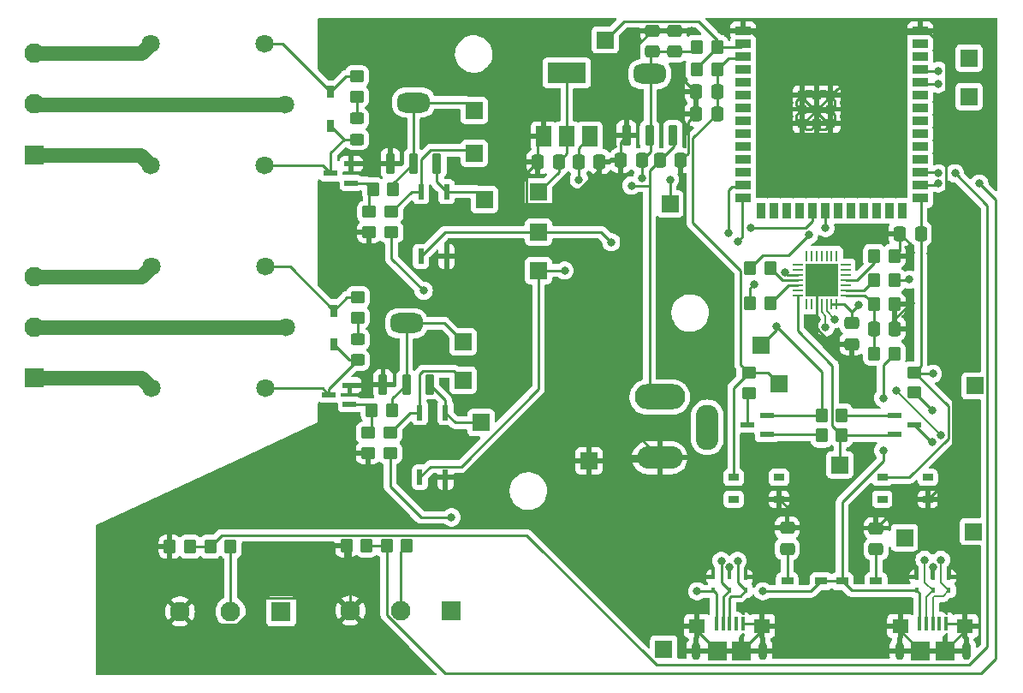
<source format=gbr>
%TF.GenerationSoftware,KiCad,Pcbnew,7.0.9*%
%TF.CreationDate,2024-03-19T15:39:07-05:00*%
%TF.ProjectId,Humidifier Subsystem,48756d69-6469-4666-9965-722053756273,rev?*%
%TF.SameCoordinates,Original*%
%TF.FileFunction,Copper,L1,Top*%
%TF.FilePolarity,Positive*%
%FSLAX46Y46*%
G04 Gerber Fmt 4.6, Leading zero omitted, Abs format (unit mm)*
G04 Created by KiCad (PCBNEW 7.0.9) date 2024-03-19 15:39:07*
%MOMM*%
%LPD*%
G01*
G04 APERTURE LIST*
G04 Aperture macros list*
%AMRoundRect*
0 Rectangle with rounded corners*
0 $1 Rounding radius*
0 $2 $3 $4 $5 $6 $7 $8 $9 X,Y pos of 4 corners*
0 Add a 4 corners polygon primitive as box body*
4,1,4,$2,$3,$4,$5,$6,$7,$8,$9,$2,$3,0*
0 Add four circle primitives for the rounded corners*
1,1,$1+$1,$2,$3*
1,1,$1+$1,$4,$5*
1,1,$1+$1,$6,$7*
1,1,$1+$1,$8,$9*
0 Add four rect primitives between the rounded corners*
20,1,$1+$1,$2,$3,$4,$5,0*
20,1,$1+$1,$4,$5,$6,$7,0*
20,1,$1+$1,$6,$7,$8,$9,0*
20,1,$1+$1,$8,$9,$2,$3,0*%
G04 Aperture macros list end*
%TA.AperFunction,ComponentPad*%
%ADD10R,1.950000X1.950000*%
%TD*%
%TA.AperFunction,ComponentPad*%
%ADD11C,1.950000*%
%TD*%
%TA.AperFunction,SMDPad,CuDef*%
%ADD12RoundRect,0.250000X0.350000X0.450000X-0.350000X0.450000X-0.350000X-0.450000X0.350000X-0.450000X0*%
%TD*%
%TA.AperFunction,ComponentPad*%
%ADD13R,1.700000X1.700000*%
%TD*%
%TA.AperFunction,SMDPad,CuDef*%
%ADD14R,0.600000X1.500000*%
%TD*%
%TA.AperFunction,SMDPad,CuDef*%
%ADD15R,1.422400X0.558800*%
%TD*%
%TA.AperFunction,SMDPad,CuDef*%
%ADD16RoundRect,0.250000X-0.475000X0.337500X-0.475000X-0.337500X0.475000X-0.337500X0.475000X0.337500X0*%
%TD*%
%TA.AperFunction,SMDPad,CuDef*%
%ADD17RoundRect,0.051100X-0.313900X0.553900X-0.313900X-0.553900X0.313900X-0.553900X0.313900X0.553900X0*%
%TD*%
%TA.AperFunction,SMDPad,CuDef*%
%ADD18R,1.500000X2.000000*%
%TD*%
%TA.AperFunction,SMDPad,CuDef*%
%ADD19R,3.800000X2.000000*%
%TD*%
%TA.AperFunction,SMDPad,CuDef*%
%ADD20R,1.000000X0.700000*%
%TD*%
%TA.AperFunction,SMDPad,CuDef*%
%ADD21RoundRect,0.250000X-0.337500X-0.475000X0.337500X-0.475000X0.337500X0.475000X-0.337500X0.475000X0*%
%TD*%
%TA.AperFunction,SMDPad,CuDef*%
%ADD22RoundRect,0.250000X-0.450000X0.350000X-0.450000X-0.350000X0.450000X-0.350000X0.450000X0.350000X0*%
%TD*%
%TA.AperFunction,SMDPad,CuDef*%
%ADD23RoundRect,0.250000X0.337500X0.475000X-0.337500X0.475000X-0.337500X-0.475000X0.337500X-0.475000X0*%
%TD*%
%TA.AperFunction,SMDPad,CuDef*%
%ADD24R,0.400000X0.480000*%
%TD*%
%TA.AperFunction,SMDPad,CuDef*%
%ADD25RoundRect,0.111600X0.353400X-0.878400X0.353400X0.878400X-0.353400X0.878400X-0.353400X-0.878400X0*%
%TD*%
%TA.AperFunction,SMDPad,CuDef*%
%ADD26RoundRect,0.792000X0.823000X-0.198000X0.823000X0.198000X-0.823000X0.198000X-0.823000X-0.198000X0*%
%TD*%
%TA.AperFunction,ComponentPad*%
%ADD27C,1.808000*%
%TD*%
%TA.AperFunction,SMDPad,CuDef*%
%ADD28R,1.500000X0.900000*%
%TD*%
%TA.AperFunction,SMDPad,CuDef*%
%ADD29R,0.900000X1.500000*%
%TD*%
%TA.AperFunction,SMDPad,CuDef*%
%ADD30R,0.900000X0.900000*%
%TD*%
%TA.AperFunction,SMDPad,CuDef*%
%ADD31RoundRect,0.250000X-0.350000X-0.450000X0.350000X-0.450000X0.350000X0.450000X-0.350000X0.450000X0*%
%TD*%
%TA.AperFunction,SMDPad,CuDef*%
%ADD32RoundRect,0.250000X0.475000X-0.337500X0.475000X0.337500X-0.475000X0.337500X-0.475000X-0.337500X0*%
%TD*%
%TA.AperFunction,SMDPad,CuDef*%
%ADD33RoundRect,0.250000X0.450000X-0.325000X0.450000X0.325000X-0.450000X0.325000X-0.450000X-0.325000X0*%
%TD*%
%TA.AperFunction,ComponentPad*%
%ADD34O,5.000000X2.500000*%
%TD*%
%TA.AperFunction,ComponentPad*%
%ADD35O,4.500000X2.250000*%
%TD*%
%TA.AperFunction,ComponentPad*%
%ADD36O,2.250000X4.500000*%
%TD*%
%TA.AperFunction,SMDPad,CuDef*%
%ADD37RoundRect,0.250000X0.450000X-0.350000X0.450000X0.350000X-0.450000X0.350000X-0.450000X-0.350000X0*%
%TD*%
%TA.AperFunction,SMDPad,CuDef*%
%ADD38R,0.400000X1.350000*%
%TD*%
%TA.AperFunction,SMDPad,CuDef*%
%ADD39R,1.600000X1.400000*%
%TD*%
%TA.AperFunction,SMDPad,CuDef*%
%ADD40R,1.900000X1.900000*%
%TD*%
%TA.AperFunction,ComponentPad*%
%ADD41O,0.900000X1.800000*%
%TD*%
%TA.AperFunction,SMDPad,CuDef*%
%ADD42R,0.270000X0.990000*%
%TD*%
%TA.AperFunction,SMDPad,CuDef*%
%ADD43R,0.990000X0.270000*%
%TD*%
%TA.AperFunction,SMDPad,CuDef*%
%ADD44R,3.250000X3.250000*%
%TD*%
%TA.AperFunction,SMDPad,CuDef*%
%ADD45R,1.320800X0.558800*%
%TD*%
%TA.AperFunction,SMDPad,CuDef*%
%ADD46R,1.210000X0.730000*%
%TD*%
%TA.AperFunction,ViaPad*%
%ADD47C,0.800000*%
%TD*%
%TA.AperFunction,Conductor*%
%ADD48C,0.250000*%
%TD*%
%TA.AperFunction,Conductor*%
%ADD49C,0.200000*%
%TD*%
%TA.AperFunction,Conductor*%
%ADD50C,1.422400*%
%TD*%
G04 APERTURE END LIST*
D10*
%TO.P,J4,1,Pin_1*%
%TO.N,+5V*%
X89400000Y-119400000D03*
D11*
%TO.P,J4,2,Pin_2*%
%TO.N,Net-(J4-Pin_2)*%
X84400000Y-119400000D03*
%TO.P,J4,3,Pin_3*%
%TO.N,GND*%
X79400000Y-119400000D03*
%TD*%
D12*
%TO.P,R7,1*%
%TO.N,Net-(U4-TXD)*%
X120950000Y-89000000D03*
%TO.P,R7,2*%
%TO.N,U0RXD*%
X118950000Y-89000000D03*
%TD*%
D13*
%TO.P,J19,1,Pin_1*%
%TO.N,U0RXD*%
X140600000Y-68600000D03*
%TD*%
D14*
%TO.P,U9,1*%
%TO.N,Relay_Signal_DCDC*%
X86380002Y-84405000D03*
%TO.P,U9,2*%
%TO.N,GND*%
X88920002Y-84405000D03*
%TO.P,U9,3*%
%TO.N,Net-(J26-Pin_1)*%
X88920002Y-77995000D03*
%TO.P,U9,4*%
%TO.N,Net-(J29-Pin_1)*%
X86380002Y-77995000D03*
%TD*%
D15*
%TO.P,U5,1,BASE*%
%TO.N,Net-(U5-BASE)*%
X120600000Y-102000000D03*
%TO.P,U5,2,EMITTER*%
%TO.N,RTS*%
X120600000Y-100095000D03*
%TO.P,U5,3,COLLECTOR*%
%TO.N,Net-(U5-COLLECTOR)*%
X118669600Y-101047500D03*
%TD*%
D16*
%TO.P,C8,1*%
%TO.N,+3.3V*%
X129000000Y-91000000D03*
%TO.P,C8,2*%
%TO.N,GND*%
X129000000Y-93075000D03*
%TD*%
D12*
%TO.P,R6,1*%
%TO.N,GND*%
X133200000Y-89150000D03*
%TO.P,R6,2*%
%TO.N,Net-(U4-VBUS)*%
X131200000Y-89150000D03*
%TD*%
D13*
%TO.P,J25,1,Pin_1*%
%TO.N,DTR*%
X127800000Y-105000000D03*
%TD*%
D15*
%TO.P,U6,1,BASE*%
%TO.N,Net-(U6-BASE)*%
X133200000Y-100095000D03*
%TO.P,U6,2,EMITTER*%
%TO.N,DTR*%
X133200000Y-102000000D03*
%TO.P,U6,3,COLLECTOR*%
%TO.N,Net-(U6-COLLECTOR)*%
X135130400Y-101047500D03*
%TD*%
D10*
%TO.P,J5,1,Pin_1*%
%TO.N,+5V*%
X72547500Y-119500000D03*
D11*
%TO.P,J5,2,Pin_2*%
%TO.N,Net-(J5-Pin_2)*%
X67547500Y-119500000D03*
%TO.P,J5,3,Pin_3*%
%TO.N,GND*%
X62547500Y-119500000D03*
%TD*%
D17*
%TO.P,D11,A*%
%TO.N,Net-(D12-K)*%
X77450002Y-71480000D03*
%TO.P,D11,C*%
%TO.N,+3.3V*%
X77450002Y-68120000D03*
%TD*%
D18*
%TO.P,U3,1,GND*%
%TO.N,GND*%
X98500000Y-72550000D03*
%TO.P,U3,2,VOUT*%
%TO.N,+5V*%
X100800000Y-72550000D03*
%TO.P,U3,3,VIN*%
%TO.N,+12V*%
X103100000Y-72550000D03*
D19*
%TO.P,U3,4,VOUT-1*%
%TO.N,+5V*%
X100800000Y-66250000D03*
%TD*%
D12*
%TO.P,R13,1*%
%TO.N,ESP_3V3*%
X115665000Y-63710000D03*
%TO.P,R13,2*%
%TO.N,+3.3V*%
X113665000Y-63710000D03*
%TD*%
D20*
%TO.P,S1,1,COM*%
%TO.N,GND*%
X136500000Y-108400000D03*
%TO.P,S1,2,COM*%
%TO.N,unconnected-(S1-COM-Pad2)*%
X132000000Y-108400000D03*
%TO.P,S1,3,NO*%
%TO.N,unconnected-(S1-NO-Pad3)*%
X136500000Y-106250000D03*
%TO.P,S1,4,NO*%
%TO.N,IO0*%
X132000000Y-106250000D03*
%TD*%
D21*
%TO.P,C1,1*%
%TO.N,+12V*%
X110002500Y-74910000D03*
%TO.P,C1,2*%
%TO.N,GND*%
X112077500Y-74910000D03*
%TD*%
D22*
%TO.P,R1,1*%
%TO.N,Net-(U7-BASE)*%
X81132654Y-101835001D03*
%TO.P,R1,2*%
%TO.N,GND*%
X81132654Y-103835001D03*
%TD*%
D23*
%TO.P,C10,1*%
%TO.N,CHIP_PU*%
X115665000Y-68110000D03*
%TO.P,C10,2*%
%TO.N,GND*%
X113590000Y-68110000D03*
%TD*%
%TO.P,C2,1*%
%TO.N,+3.3V*%
X108240000Y-74910000D03*
%TO.P,C2,2*%
%TO.N,GND*%
X106165000Y-74910000D03*
%TD*%
D24*
%TO.P,D1,1*%
%TO.N,GND*%
X138600000Y-116100000D03*
%TO.P,D1,2*%
%TO.N,USB_DP*%
X138600000Y-117420000D03*
%TD*%
D25*
%TO.P,U11,1,GND*%
%TO.N,GND*%
X82632654Y-97050001D03*
%TO.P,U11,2,VOUT*%
%TO.N,Net-(J9-Pin_1)*%
X84932654Y-97050001D03*
%TO.P,U11,3,VIN*%
%TO.N,Net-(J27-Pin_1)*%
X87232654Y-97050001D03*
D26*
%TO.P,U11,4,VOUT*%
%TO.N,Net-(J9-Pin_1)*%
X84932654Y-91020001D03*
%TD*%
D12*
%TO.P,R18,1*%
%TO.N,Net-(U1-IO36)*%
X63547500Y-113100000D03*
%TO.P,R18,2*%
%TO.N,GND*%
X61547500Y-113100000D03*
%TD*%
%TO.P,R3,1*%
%TO.N,+3.3V*%
X133200000Y-86750000D03*
%TO.P,R3,2*%
%TO.N,Net-(U4-~{RST})*%
X131200000Y-86750000D03*
%TD*%
D20*
%TO.P,S2,1,COM*%
%TO.N,GND*%
X121800000Y-108400000D03*
%TO.P,S2,2,COM*%
%TO.N,unconnected-(S2-COM-Pad2)*%
X117300000Y-108400000D03*
%TO.P,S2,3,NO*%
%TO.N,unconnected-(S2-NO-Pad3)*%
X121800000Y-106250000D03*
%TO.P,S2,4,NO*%
%TO.N,CHIP_PU*%
X117300000Y-106250000D03*
%TD*%
D13*
%TO.P,J20,1,Pin_1*%
%TO.N,VBUS*%
X110400000Y-123200000D03*
%TD*%
D27*
%TO.P,K1,1,1*%
%TO.N,COM_Main*%
X73032651Y-91435000D03*
%TO.P,K1,2,2*%
%TO.N,+3.3V*%
X71032649Y-85435001D03*
%TO.P,K1,3,3*%
%TO.N,Fan_A*%
X59732654Y-85435001D03*
%TO.P,K1,4,4*%
%TO.N,Fan_B*%
X59732654Y-97434999D03*
%TO.P,K1,5,5*%
%TO.N,Net-(D10-K)*%
X71032649Y-97434999D03*
%TD*%
D28*
%TO.P,U1,1,GND*%
%TO.N,GND*%
X118250000Y-62140000D03*
%TO.P,U1,2,3V3*%
%TO.N,ESP_3V3*%
X118250000Y-63410000D03*
%TO.P,U1,3,EN*%
%TO.N,CHIP_PU*%
X118250000Y-64680000D03*
%TO.P,U1,4,IO4*%
%TO.N,unconnected-(U1-IO4-Pad4)*%
X118250000Y-65950000D03*
%TO.P,U1,5,IO5*%
%TO.N,unconnected-(U1-IO5-Pad5)*%
X118250000Y-67220000D03*
%TO.P,U1,6,IO6*%
%TO.N,unconnected-(U1-IO6-Pad6)*%
X118250000Y-68490000D03*
%TO.P,U1,7,IO7*%
%TO.N,unconnected-(U1-IO7-Pad7)*%
X118250000Y-69760000D03*
%TO.P,U1,8,IO15*%
%TO.N,unconnected-(U1-IO15-Pad8)*%
X118250000Y-71030000D03*
%TO.P,U1,9,IO16*%
%TO.N,unconnected-(U1-IO16-Pad9)*%
X118250000Y-72300000D03*
%TO.P,U1,10,IO17*%
%TO.N,unconnected-(U1-IO17-Pad10)*%
X118250000Y-73570000D03*
%TO.P,U1,11,IO18*%
%TO.N,unconnected-(U1-IO18-Pad11)*%
X118250000Y-74840000D03*
%TO.P,U1,12,IO8*%
%TO.N,unconnected-(U1-IO8-Pad12)*%
X118250000Y-76110000D03*
%TO.P,U1,13,IO19*%
%TO.N,IO19*%
X118250000Y-77380000D03*
%TO.P,U1,14,IO20*%
%TO.N,IO20*%
X118250000Y-78650000D03*
D29*
%TO.P,U1,15,IO3*%
%TO.N,unconnected-(U1-IO3-Pad15)*%
X120015000Y-79900000D03*
%TO.P,U1,16,IO46*%
%TO.N,unconnected-(U1-IO46-Pad16)*%
X121285000Y-79900000D03*
%TO.P,U1,17,IO9*%
%TO.N,unconnected-(U1-IO9-Pad17)*%
X122555000Y-79900000D03*
%TO.P,U1,18,IO10*%
%TO.N,unconnected-(U1-IO10-Pad18)*%
X123825000Y-79900000D03*
%TO.P,U1,19,IO11*%
%TO.N,Relay_Signal_ACDC*%
X125095000Y-79900000D03*
%TO.P,U1,20,IO12*%
%TO.N,Relay_Signal_DCDC*%
X126365000Y-79900000D03*
%TO.P,U1,21,IO13*%
%TO.N,unconnected-(U1-IO13-Pad21)*%
X127635000Y-79900000D03*
%TO.P,U1,22,IO14*%
%TO.N,unconnected-(U1-IO14-Pad22)*%
X128905000Y-79900000D03*
%TO.P,U1,23,IO21*%
%TO.N,unconnected-(U1-IO21-Pad23)*%
X130175000Y-79900000D03*
%TO.P,U1,24,IO47*%
%TO.N,unconnected-(U1-IO47-Pad24)*%
X131445000Y-79900000D03*
%TO.P,U1,25,IO48*%
%TO.N,unconnected-(U1-IO48-Pad25)*%
X132715000Y-79900000D03*
%TO.P,U1,26,IO45*%
%TO.N,unconnected-(U1-IO45-Pad26)*%
X133985000Y-79900000D03*
D28*
%TO.P,U1,27,IO0*%
%TO.N,IO0*%
X135750000Y-78650000D03*
%TO.P,U1,28,IO35*%
%TO.N,Net-(U1-IO35)*%
X135750000Y-77380000D03*
%TO.P,U1,29,IO36*%
%TO.N,Net-(U1-IO36)*%
X135750000Y-76110000D03*
%TO.P,U1,30,IO37*%
%TO.N,unconnected-(U1-IO37-Pad30)*%
X135750000Y-74840000D03*
%TO.P,U1,31,IO38*%
%TO.N,unconnected-(U1-IO38-Pad31)*%
X135750000Y-73570000D03*
%TO.P,U1,32,IO39*%
%TO.N,unconnected-(U1-IO39-Pad32)*%
X135750000Y-72300000D03*
%TO.P,U1,33,IO40*%
%TO.N,unconnected-(U1-IO40-Pad33)*%
X135750000Y-71030000D03*
%TO.P,U1,34,IO41*%
%TO.N,unconnected-(U1-IO41-Pad34)*%
X135750000Y-69760000D03*
%TO.P,U1,35,IO42*%
%TO.N,unconnected-(U1-IO42-Pad35)*%
X135750000Y-68490000D03*
%TO.P,U1,36,RXD0*%
%TO.N,U0RXD*%
X135750000Y-67220000D03*
%TO.P,U1,37,TXD0*%
%TO.N,U0TXD*%
X135750000Y-65950000D03*
%TO.P,U1,38,IO2*%
%TO.N,unconnected-(U1-IO2-Pad38)*%
X135750000Y-64680000D03*
%TO.P,U1,39,IO1*%
%TO.N,unconnected-(U1-IO1-Pad39)*%
X135750000Y-63410000D03*
%TO.P,U1,40,GND*%
%TO.N,GND*%
X135750000Y-62140000D03*
D30*
%TO.P,U1,41_1,GND*%
X125500000Y-69860000D03*
%TO.P,U1,41_2,GND*%
X124100000Y-69860000D03*
%TO.P,U1,41_3,GND*%
X126900000Y-69860000D03*
%TO.P,U1,41_4,GND*%
X124100000Y-71260000D03*
%TO.P,U1,41_5,GND*%
X125500000Y-71260000D03*
%TO.P,U1,41_6,GND*%
X126900000Y-71260000D03*
%TO.P,U1,41_7,GND*%
X124100000Y-68460000D03*
%TO.P,U1,41_8,GND*%
X125500000Y-68460000D03*
%TO.P,U1,41_9,GND*%
X126900000Y-68460000D03*
%TD*%
D31*
%TO.P,R10,1*%
%TO.N,RTS*%
X126000000Y-100100000D03*
%TO.P,R10,2*%
%TO.N,Net-(U6-BASE)*%
X128000000Y-100100000D03*
%TD*%
D32*
%TO.P,C4,1*%
%TO.N,+3.3V*%
X109265000Y-64147500D03*
%TO.P,C4,2*%
%TO.N,GND*%
X109265000Y-62072500D03*
%TD*%
D33*
%TO.P,D10,1,K*%
%TO.N,Net-(D10-K)*%
X80132654Y-94660001D03*
%TO.P,D10,2,A*%
%TO.N,Net-(D10-A)*%
X80132654Y-92610001D03*
%TD*%
D34*
%TO.P,J1,1*%
%TO.N,+12V*%
X110000000Y-98300000D03*
D35*
%TO.P,J1,2*%
%TO.N,GND*%
X110000000Y-104300000D03*
D36*
%TO.P,J1,3*%
%TO.N,unconnected-(J1-Pad3)*%
X114700000Y-101300000D03*
%TD*%
D37*
%TO.P,R11,1*%
%TO.N,Net-(U5-COLLECTOR)*%
X118800000Y-97895000D03*
%TO.P,R11,2*%
%TO.N,CHIP_PU*%
X118800000Y-95895000D03*
%TD*%
D24*
%TO.P,D3,1*%
%TO.N,GND*%
X118500000Y-116100000D03*
%TO.P,D3,2*%
%TO.N,IO20*%
X118500000Y-117420000D03*
%TD*%
D13*
%TO.P,J16,1,Pin_1*%
%TO.N,IO0*%
X141200000Y-97200000D03*
%TD*%
D38*
%TO.P,J2,1,VUSB*%
%TO.N,VBUS*%
X135700000Y-120725000D03*
%TO.P,J2,2,D-*%
%TO.N,USB_DN*%
X136350000Y-120725000D03*
%TO.P,J2,3,D+*%
%TO.N,USB_DP*%
X137000000Y-120725000D03*
%TO.P,J2,4,ID*%
%TO.N,unconnected-(J2-ID-Pad4)*%
X137650000Y-120725000D03*
%TO.P,J2,5,GND*%
%TO.N,GND*%
X138300000Y-120725000D03*
D39*
%TO.P,J2,S1,SHIELD*%
X133800000Y-120950000D03*
%TO.P,J2,S2,SHIELD__1*%
X140200000Y-120950000D03*
D40*
%TO.P,J2,S3,SHIELD__2*%
X138200000Y-123400000D03*
%TO.P,J2,S4,SHIELD__3*%
X135800000Y-123400000D03*
D41*
%TO.P,J2,S5,SHIELD__4*%
X133700000Y-123400000D03*
%TO.P,J2,S6,SHIELD__5*%
X140300000Y-123400000D03*
%TD*%
D25*
%TO.P,U2,1,GND*%
%TO.N,GND*%
X106700000Y-72415000D03*
%TO.P,U2,2,VOUT*%
%TO.N,+3.3V*%
X109000000Y-72415000D03*
%TO.P,U2,3,VIN*%
%TO.N,+12V*%
X111300000Y-72415000D03*
D26*
%TO.P,U2,4,VOUT*%
%TO.N,+3.3V*%
X109000000Y-66385000D03*
%TD*%
D24*
%TO.P,D4,1*%
%TO.N,GND*%
X116900000Y-116080000D03*
%TO.P,D4,2*%
%TO.N,IO19*%
X116900000Y-117400000D03*
%TD*%
D23*
%TO.P,C12,1*%
%TO.N,CHIP_PU*%
X115665000Y-70310000D03*
%TO.P,C12,2*%
%TO.N,GND*%
X113590000Y-70310000D03*
%TD*%
D12*
%TO.P,R9,1*%
%TO.N,DTR*%
X128000000Y-102100000D03*
%TO.P,R9,2*%
%TO.N,Net-(U5-BASE)*%
X126000000Y-102100000D03*
%TD*%
D32*
%TO.P,C5,1*%
%TO.N,+3.3V*%
X111465000Y-64147500D03*
%TO.P,C5,2*%
%TO.N,GND*%
X111465000Y-62072500D03*
%TD*%
D37*
%TO.P,R19,1*%
%TO.N,Net-(D10-A)*%
X80132654Y-90435001D03*
%TO.P,R19,2*%
%TO.N,+3.3V*%
X80132654Y-88435001D03*
%TD*%
D17*
%TO.P,D9,A*%
%TO.N,Net-(D10-K)*%
X77732654Y-93115001D03*
%TO.P,D9,C*%
%TO.N,+3.3V*%
X77732654Y-89755001D03*
%TD*%
D12*
%TO.P,R5,1*%
%TO.N,VBUS*%
X133200000Y-94000000D03*
%TO.P,R5,2*%
%TO.N,Net-(U4-VBUS)*%
X131200000Y-94000000D03*
%TD*%
D13*
%TO.P,J14,1,Pin_1*%
%TO.N,Relay_Signal_DCDC*%
X98000000Y-82000000D03*
%TD*%
D12*
%TO.P,R17,1*%
%TO.N,Net-(U1-IO35)*%
X81000000Y-113000000D03*
%TO.P,R17,2*%
%TO.N,GND*%
X79000000Y-113000000D03*
%TD*%
D31*
%TO.P,R16,1*%
%TO.N,Net-(U1-IO36)*%
X65547500Y-113100000D03*
%TO.P,R16,2*%
%TO.N,Net-(J5-Pin_2)*%
X67547500Y-113100000D03*
%TD*%
D13*
%TO.P,J8,1,Pin_1*%
%TO.N,GND*%
X103000000Y-104600000D03*
%TD*%
D21*
%TO.P,C3,1*%
%TO.N,+12V*%
X101962500Y-75050000D03*
%TO.P,C3,2*%
%TO.N,GND*%
X104037500Y-75050000D03*
%TD*%
D23*
%TO.P,C13,1*%
%TO.N,+5V*%
X100000000Y-75050000D03*
%TO.P,C13,2*%
%TO.N,GND*%
X97925000Y-75050000D03*
%TD*%
D13*
%TO.P,J22,1,Pin_1*%
%TO.N,USB_DN*%
X134200000Y-112200000D03*
%TD*%
%TO.P,J29,1,Pin_1*%
%TO.N,Net-(J29-Pin_1)*%
X91650002Y-74200000D03*
%TD*%
D14*
%TO.P,U8,1*%
%TO.N,Relay_Signal_ACDC*%
X86262654Y-106240001D03*
%TO.P,U8,2*%
%TO.N,GND*%
X88802654Y-106240001D03*
%TO.P,U8,3*%
%TO.N,Net-(J27-Pin_1)*%
X88802654Y-99830001D03*
%TO.P,U8,4*%
%TO.N,Net-(J28-Pin_1)*%
X86262654Y-99830001D03*
%TD*%
D42*
%TO.P,U4,1,DCD*%
%TO.N,unconnected-(U4-DCD-Pad1)*%
X124500000Y-89110000D03*
%TO.P,U4,2,RI/CLK*%
%TO.N,unconnected-(U4-RI{slash}CLK-Pad2)*%
X125000000Y-89110000D03*
%TO.P,U4,3,GND*%
%TO.N,GND*%
X125500000Y-89110000D03*
%TO.P,U4,4,D+*%
%TO.N,USB_DP*%
X126000000Y-89110000D03*
%TO.P,U4,5,D-*%
%TO.N,USB_DN*%
X126500000Y-89110000D03*
%TO.P,U4,6,VDD*%
%TO.N,+3.3V*%
X127000000Y-89110000D03*
%TO.P,U4,7,VREGIN*%
X127500000Y-89110000D03*
D43*
%TO.P,U4,8,VBUS*%
%TO.N,Net-(U4-VBUS)*%
X128360000Y-88250000D03*
%TO.P,U4,9,~{RST}*%
%TO.N,Net-(U4-~{RST})*%
X128360000Y-87750000D03*
%TO.P,U4,10,NC*%
%TO.N,unconnected-(U4-NC-Pad10)*%
X128360000Y-87250000D03*
%TO.P,U4,11,~{SUSPEND}*%
%TO.N,Net-(U4-~{SUSPEND})*%
X128360000Y-86750000D03*
%TO.P,U4,12,SUSPEND*%
%TO.N,unconnected-(U4-SUSPEND-Pad12)*%
X128360000Y-86250000D03*
%TO.P,U4,13,CHREN*%
%TO.N,unconnected-(U4-CHREN-Pad13)*%
X128360000Y-85750000D03*
%TO.P,U4,14,CHR1*%
%TO.N,unconnected-(U4-CHR1-Pad14)*%
X128360000Y-85250000D03*
D42*
%TO.P,U4,15,CHR0*%
%TO.N,unconnected-(U4-CHR0-Pad15)*%
X127500000Y-84390000D03*
%TO.P,U4,16,GPIO.3/WAKEUP*%
%TO.N,unconnected-(U4-GPIO.3{slash}WAKEUP-Pad16)*%
X127000000Y-84390000D03*
%TO.P,U4,17,GPIO.2/RS485*%
%TO.N,unconnected-(U4-GPIO.2{slash}RS485-Pad17)*%
X126500000Y-84390000D03*
%TO.P,U4,18,GPIO.1/RXT*%
%TO.N,unconnected-(U4-GPIO.1{slash}RXT-Pad18)*%
X126000000Y-84390000D03*
%TO.P,U4,19,GPIO.0/TXT*%
%TO.N,unconnected-(U4-GPIO.0{slash}TXT-Pad19)*%
X125500000Y-84390000D03*
%TO.P,U4,20,GPIO.6*%
%TO.N,unconnected-(U4-GPIO.6-Pad20)*%
X125000000Y-84390000D03*
%TO.P,U4,21,GPIO.5*%
%TO.N,unconnected-(U4-GPIO.5-Pad21)*%
X124500000Y-84390000D03*
D43*
%TO.P,U4,22,GPIO.4*%
%TO.N,unconnected-(U4-GPIO.4-Pad22)*%
X123640000Y-85250000D03*
%TO.P,U4,23,CTS*%
%TO.N,unconnected-(U4-CTS-Pad23)*%
X123640000Y-85750000D03*
%TO.P,U4,24,RTS*%
%TO.N,RTS*%
X123640000Y-86250000D03*
%TO.P,U4,25,RXD*%
%TO.N,Net-(U4-RXD)*%
X123640000Y-86750000D03*
%TO.P,U4,26,TXD*%
%TO.N,Net-(U4-TXD)*%
X123640000Y-87250000D03*
%TO.P,U4,27,DSR*%
%TO.N,unconnected-(U4-DSR-Pad27)*%
X123640000Y-87750000D03*
%TO.P,U4,28,DTR*%
%TO.N,DTR*%
X123640000Y-88250000D03*
D44*
%TO.P,U4,29,GND__1*%
%TO.N,GND*%
X126000000Y-86750000D03*
%TD*%
D38*
%TO.P,J3,1,VUSB*%
%TO.N,VBUS*%
X115600000Y-120725000D03*
%TO.P,J3,2,D-*%
%TO.N,IO19*%
X116250000Y-120725000D03*
%TO.P,J3,3,D+*%
%TO.N,IO20*%
X116900000Y-120725000D03*
%TO.P,J3,4,ID*%
%TO.N,unconnected-(J3-ID-Pad4)*%
X117550000Y-120725000D03*
%TO.P,J3,5,GND*%
%TO.N,GND*%
X118200000Y-120725000D03*
D39*
%TO.P,J3,S1,SHIELD*%
X113700000Y-120950000D03*
%TO.P,J3,S2,SHIELD__1*%
X120100000Y-120950000D03*
D40*
%TO.P,J3,S3,SHIELD__2*%
X118100000Y-123400000D03*
%TO.P,J3,S4,SHIELD__3*%
X115700000Y-123400000D03*
D41*
%TO.P,J3,S5,SHIELD__4*%
X113600000Y-123400000D03*
%TO.P,J3,S6,SHIELD__5*%
X120200000Y-123400000D03*
%TD*%
D45*
%TO.P,U10,1,BASE*%
%TO.N,Net-(U10-BASE)*%
X79482002Y-77152500D03*
%TO.P,U10,2,EMITTER*%
%TO.N,GND*%
X79482002Y-75247500D03*
%TO.P,U10,3,COLLECTOR*%
%TO.N,Net-(D12-K)*%
X77450002Y-76200000D03*
%TD*%
D13*
%TO.P,J17,1,Pin_1*%
%TO.N,CHIP_PU*%
X121800000Y-97000000D03*
%TD*%
D24*
%TO.P,D7,1*%
%TO.N,GND*%
X135400000Y-116100000D03*
%TO.P,D7,2*%
%TO.N,VBUS*%
X135400000Y-117420000D03*
%TD*%
D13*
%TO.P,J11,1,Pin_1*%
%TO.N,+5V*%
X98000000Y-78050000D03*
%TD*%
D45*
%TO.P,U7,1,BASE*%
%TO.N,Net-(U7-BASE)*%
X79332654Y-99035001D03*
%TO.P,U7,2,EMITTER*%
%TO.N,GND*%
X79332654Y-97130001D03*
%TO.P,U7,3,COLLECTOR*%
%TO.N,Net-(D10-K)*%
X77300654Y-98082501D03*
%TD*%
D33*
%TO.P,D12,1,K*%
%TO.N,Net-(D12-K)*%
X80050002Y-72825000D03*
%TO.P,D12,2,A*%
%TO.N,Net-(D12-A)*%
X80050002Y-70775000D03*
%TD*%
D13*
%TO.P,J28,1,Pin_1*%
%TO.N,Net-(J28-Pin_1)*%
X90532654Y-96635001D03*
%TD*%
D24*
%TO.P,D2,1*%
%TO.N,GND*%
X137000000Y-116100000D03*
%TO.P,D2,2*%
%TO.N,USB_DN*%
X137000000Y-117420000D03*
%TD*%
D12*
%TO.P,R22,1*%
%TO.N,Net-(J10-Pin_1)*%
X83650002Y-77800000D03*
%TO.P,R22,2*%
%TO.N,Net-(U10-BASE)*%
X81650002Y-77800000D03*
%TD*%
D37*
%TO.P,R12,1*%
%TO.N,Net-(U6-COLLECTOR)*%
X135165200Y-97876000D03*
%TO.P,R12,2*%
%TO.N,IO0*%
X135165200Y-95876000D03*
%TD*%
D13*
%TO.P,J24,1,Pin_1*%
%TO.N,RTS*%
X120000000Y-93200000D03*
%TD*%
D46*
%TO.P,D6,A*%
%TO.N,VBUS*%
X128040000Y-116500000D03*
%TO.P,D6,C*%
%TO.N,Net-(C6-Pad1)*%
X131400000Y-116500000D03*
%TD*%
D25*
%TO.P,U12,1,GND*%
%TO.N,GND*%
X83350002Y-75215000D03*
%TO.P,U12,2,VOUT*%
%TO.N,Net-(J10-Pin_1)*%
X85650002Y-75215000D03*
%TO.P,U12,3,VIN*%
%TO.N,Net-(J26-Pin_1)*%
X87950002Y-75215000D03*
D26*
%TO.P,U12,4,VOUT*%
%TO.N,Net-(J10-Pin_1)*%
X85650002Y-69185000D03*
%TD*%
D31*
%TO.P,R15,1*%
%TO.N,Net-(U1-IO35)*%
X83000000Y-113000000D03*
%TO.P,R15,2*%
%TO.N,Net-(J4-Pin_2)*%
X85000000Y-113000000D03*
%TD*%
D13*
%TO.P,J27,1,Pin_1*%
%TO.N,Net-(J27-Pin_1)*%
X92332654Y-100835001D03*
%TD*%
D37*
%TO.P,R24,1*%
%TO.N,Net-(D12-A)*%
X80050002Y-68600000D03*
%TO.P,R24,2*%
%TO.N,+3.3V*%
X80050002Y-66600000D03*
%TD*%
D21*
%TO.P,C9,1*%
%TO.N,Net-(U4-VBUS)*%
X131162500Y-91550000D03*
%TO.P,C9,2*%
%TO.N,GND*%
X133237500Y-91550000D03*
%TD*%
D12*
%TO.P,R8,1*%
%TO.N,Net-(U4-RXD)*%
X120950000Y-85600000D03*
%TO.P,R8,2*%
%TO.N,U0TXD*%
X118950000Y-85600000D03*
%TD*%
D22*
%TO.P,R23,1*%
%TO.N,Net-(U10-BASE)*%
X81250002Y-80000000D03*
%TO.P,R23,2*%
%TO.N,GND*%
X81250002Y-82000000D03*
%TD*%
D10*
%TO.P,J6,1,1*%
%TO.N,Fan_B*%
X48132654Y-96435001D03*
D11*
%TO.P,J6,2,2*%
%TO.N,COM_Main*%
X48132654Y-91435001D03*
%TO.P,J6,3,3*%
%TO.N,Fan_A*%
X48132654Y-86435001D03*
%TD*%
D24*
%TO.P,D8,1*%
%TO.N,GND*%
X115300000Y-116080000D03*
%TO.P,D8,2*%
%TO.N,VBUS*%
X115300000Y-117400000D03*
%TD*%
D13*
%TO.P,J13,1,Pin_1*%
%TO.N,ESP_3V3*%
X104600000Y-63000000D03*
%TD*%
D10*
%TO.P,J7,1,1*%
%TO.N,Fan_B_DC*%
X48150002Y-74347500D03*
D11*
%TO.P,J7,2,2*%
%TO.N,COM_Main_DC*%
X48150002Y-69347500D03*
%TO.P,J7,3,3*%
%TO.N,Fan_A_DC*%
X48150002Y-64347500D03*
%TD*%
D13*
%TO.P,J9,1,Pin_1*%
%TO.N,Net-(J9-Pin_1)*%
X90532654Y-92835001D03*
%TD*%
D32*
%TO.P,C7,1*%
%TO.N,Net-(C7-Pad1)*%
X122600000Y-113300000D03*
%TO.P,C7,2*%
%TO.N,GND*%
X122600000Y-111225000D03*
%TD*%
D46*
%TO.P,D5,A*%
%TO.N,VBUS*%
X125960000Y-116500000D03*
%TO.P,D5,C*%
%TO.N,Net-(C7-Pad1)*%
X122600000Y-116500000D03*
%TD*%
D27*
%TO.P,K2,1,1*%
%TO.N,COM_Main_DC*%
X72950000Y-69400000D03*
%TO.P,K2,2,2*%
%TO.N,+3.3V*%
X70949998Y-63400001D03*
%TO.P,K2,3,3*%
%TO.N,Fan_A_DC*%
X59650003Y-63400001D03*
%TO.P,K2,4,4*%
%TO.N,Fan_B_DC*%
X59650003Y-75399999D03*
%TO.P,K2,5,5*%
%TO.N,Net-(D12-K)*%
X70949998Y-75399999D03*
%TD*%
D12*
%TO.P,R2,1*%
%TO.N,Net-(J9-Pin_1)*%
X83532654Y-99635001D03*
%TO.P,R2,2*%
%TO.N,Net-(U7-BASE)*%
X81532654Y-99635001D03*
%TD*%
D23*
%TO.P,C11,1*%
%TO.N,IO0*%
X135815000Y-82160000D03*
%TO.P,C11,2*%
%TO.N,GND*%
X133740000Y-82160000D03*
%TD*%
D37*
%TO.P,R21,1*%
%TO.N,+5V*%
X83450002Y-82000000D03*
%TO.P,R21,2*%
%TO.N,Net-(J29-Pin_1)*%
X83450002Y-80000000D03*
%TD*%
D13*
%TO.P,J18,1,Pin_1*%
%TO.N,U0TXD*%
X140600000Y-64800000D03*
%TD*%
%TO.P,J26,1,Pin_1*%
%TO.N,Net-(J26-Pin_1)*%
X92650002Y-78800000D03*
%TD*%
%TO.P,J15,1,Pin_1*%
%TO.N,Relay_Signal_ACDC*%
X98000000Y-85800000D03*
%TD*%
%TO.P,J10,1,Pin_1*%
%TO.N,Net-(J10-Pin_1)*%
X91650002Y-70000000D03*
%TD*%
D37*
%TO.P,R20,1*%
%TO.N,+5V*%
X83332654Y-103835001D03*
%TO.P,R20,2*%
%TO.N,Net-(J28-Pin_1)*%
X83332654Y-101835001D03*
%TD*%
D13*
%TO.P,J23,1,Pin_1*%
%TO.N,USB_DP*%
X141000000Y-111600000D03*
%TD*%
%TO.P,J12,1,Pin_1*%
%TO.N,+3.3V*%
X111000000Y-79200000D03*
%TD*%
D12*
%TO.P,R4,1*%
%TO.N,GND*%
X133200000Y-84350000D03*
%TO.P,R4,2*%
%TO.N,Net-(U4-~{SUSPEND})*%
X131200000Y-84350000D03*
%TD*%
D31*
%TO.P,R14,1*%
%TO.N,ESP_3V3*%
X113665000Y-65910000D03*
%TO.P,R14,2*%
%TO.N,CHIP_PU*%
X115665000Y-65910000D03*
%TD*%
D32*
%TO.P,C6,1*%
%TO.N,Net-(C6-Pad1)*%
X131400000Y-113337500D03*
%TO.P,C6,2*%
%TO.N,GND*%
X131400000Y-111262500D03*
%TD*%
D47*
%TO.N,+12V*%
X107200000Y-77400000D03*
X102000000Y-76800000D03*
%TO.N,GND*%
X134800000Y-89000000D03*
X140000000Y-116100000D03*
X113700000Y-116100000D03*
X113200000Y-62100000D03*
X124300000Y-108400000D03*
X116900000Y-115100000D03*
X111800000Y-66400000D03*
X116000000Y-62000000D03*
X137000000Y-115100000D03*
X134800000Y-84000000D03*
X136800000Y-84100000D03*
X125500000Y-90600000D03*
%TO.N,+3.3V*%
X134700000Y-86700000D03*
X111000000Y-76800000D03*
X108250000Y-76650000D03*
X129700000Y-89200000D03*
%TO.N,IO0*%
X137000000Y-96000000D03*
%TO.N,USB_DP*%
X137800000Y-102100000D03*
X133355378Y-97644622D03*
X126400000Y-91400000D03*
X137800000Y-114400000D03*
%TO.N,USB_DN*%
X136200000Y-114400000D03*
X127300000Y-90600000D03*
%TO.N,IO20*%
X117700000Y-82900000D03*
X117700000Y-114500000D03*
%TO.N,IO19*%
X116800000Y-82100000D03*
X116100000Y-114500000D03*
%TO.N,VBUS*%
X113700000Y-117500000D03*
X120200000Y-117500000D03*
X132100000Y-98400000D03*
X132100000Y-103600000D03*
%TO.N,U0RXD*%
X119350000Y-87150000D03*
X137550000Y-67350000D03*
%TO.N,U0TXD*%
X137550000Y-66050000D03*
X124750000Y-82300000D03*
%TO.N,RTS*%
X122369731Y-85995133D03*
X121550000Y-91350000D03*
%TO.N,Net-(U6-COLLECTOR)*%
X136950000Y-102750000D03*
X136950000Y-99650000D03*
%TO.N,+5V*%
X86650002Y-87800000D03*
X89400000Y-110200000D03*
%TO.N,Relay_Signal_ACDC*%
X119000000Y-81600000D03*
X100600000Y-85800000D03*
%TO.N,Net-(U1-IO35)*%
X137550500Y-77200000D03*
X141600000Y-77200000D03*
%TO.N,Net-(U1-IO36)*%
X139200000Y-76200000D03*
X137550500Y-76200000D03*
%TO.N,Relay_Signal_DCDC*%
X105200000Y-83000000D03*
X126400000Y-81600000D03*
%TD*%
D48*
%TO.N,+12V*%
X111365000Y-73547500D02*
X110002500Y-74910000D01*
X111365000Y-72540000D02*
X111365000Y-73547500D01*
X102000000Y-75087500D02*
X101962500Y-75050000D01*
X108975000Y-77400000D02*
X107200000Y-77400000D01*
X101962500Y-73687500D02*
X103100000Y-72550000D01*
X102000000Y-76800000D02*
X102000000Y-75087500D01*
X108975000Y-77400000D02*
X108975000Y-97275000D01*
X110002500Y-74910000D02*
X108975000Y-75937500D01*
X101962500Y-75050000D02*
X101962500Y-73687500D01*
X108975000Y-75937500D02*
X108975000Y-77400000D01*
X108975000Y-97275000D02*
X110000000Y-98300000D01*
%TO.N,GND*%
X138275000Y-82625000D02*
X136800000Y-84100000D01*
X138975000Y-105925000D02*
X138975000Y-86275000D01*
X120100000Y-121400000D02*
X118100000Y-123400000D01*
X125415000Y-70060000D02*
X126815000Y-71460000D01*
X125897537Y-71885000D02*
X126332463Y-71885000D01*
X113590000Y-70310000D02*
X112800000Y-71100000D01*
X125500000Y-91525305D02*
X125500000Y-90600000D01*
X103000000Y-104600000D02*
X109700000Y-104600000D01*
X109700000Y-104600000D02*
X110000000Y-104300000D01*
X109265000Y-62072500D02*
X111465000Y-62072500D01*
X106765000Y-64572500D02*
X106765000Y-72540000D01*
X113700000Y-119250000D02*
X113700000Y-120950000D01*
X123490000Y-69477463D02*
X123972537Y-69960000D01*
X118100000Y-123400000D02*
X120200000Y-123400000D01*
X70800000Y-118200000D02*
X68200000Y-120800000D01*
X113700000Y-120950000D02*
X113700000Y-123300000D01*
X134800000Y-83220000D02*
X133740000Y-82160000D01*
X125415000Y-71460000D02*
X125415000Y-70060000D01*
X97925000Y-73125000D02*
X98500000Y-72550000D01*
X126297463Y-68000000D02*
X126815000Y-68517537D01*
X124015000Y-67090000D02*
X124015000Y-68560000D01*
X127340000Y-70442537D02*
X126857463Y-69960000D01*
X112800000Y-71100000D02*
X112800000Y-74187500D01*
X124015000Y-70060000D02*
X125415000Y-70060000D01*
X97925000Y-75050000D02*
X97925000Y-73125000D01*
X133700000Y-123400000D02*
X135800000Y-123400000D01*
X129000000Y-93075000D02*
X127049695Y-93075000D01*
X116000000Y-62000000D02*
X118110000Y-62000000D01*
X124015000Y-68560000D02*
X124015000Y-68517537D01*
X125415000Y-71360000D02*
X125415000Y-71402463D01*
X119165000Y-62240000D02*
X124015000Y-67090000D01*
X61547500Y-118500000D02*
X62547500Y-119500000D01*
X140200000Y-121400000D02*
X138200000Y-123400000D01*
X140000000Y-114800000D02*
X140000000Y-116100000D01*
X124015000Y-68560000D02*
X123972537Y-68560000D01*
X138975000Y-86275000D02*
X136800000Y-84100000D01*
X104177500Y-74910000D02*
X104037500Y-75050000D01*
X118200000Y-120725000D02*
X119875000Y-120725000D01*
X113700000Y-116100000D02*
X115280000Y-116100000D01*
X126332463Y-71885000D02*
X126815000Y-71402463D01*
X133800000Y-120950000D02*
X133800000Y-121400000D01*
X125500000Y-87250000D02*
X126000000Y-86750000D01*
X125415000Y-68517537D02*
X125932537Y-68000000D01*
X113590000Y-70310000D02*
X113590000Y-68110000D01*
X123490000Y-70442537D02*
X123490000Y-70877463D01*
X134650000Y-89150000D02*
X134800000Y-89000000D01*
X125415000Y-68660000D02*
X125415000Y-70060000D01*
X124015000Y-71360000D02*
X124015000Y-71402463D01*
X127049695Y-93075000D02*
X125500000Y-91525305D01*
X78200000Y-118200000D02*
X70800000Y-118200000D01*
X126815000Y-70060000D02*
X125415000Y-70060000D01*
X124015000Y-69960000D02*
X123972537Y-69960000D01*
X138300000Y-120725000D02*
X139975000Y-120725000D01*
X110000000Y-115550000D02*
X113700000Y-119250000D01*
X133740000Y-83810000D02*
X133200000Y-84350000D01*
X96825000Y-79225000D02*
X96825000Y-76150000D01*
X124497537Y-71885000D02*
X124932463Y-71885000D01*
X125415000Y-71402463D02*
X125897537Y-71885000D01*
X111492500Y-62100000D02*
X111465000Y-62072500D01*
X125415000Y-70060000D02*
X124015000Y-68660000D01*
X133237500Y-90562500D02*
X134800000Y-89000000D01*
X126815000Y-69960000D02*
X126857463Y-69960000D01*
X124015000Y-71402463D02*
X124497537Y-71885000D01*
X96825000Y-76150000D02*
X97925000Y-75050000D01*
X100600305Y-79225000D02*
X96825000Y-79225000D01*
X123972537Y-69960000D02*
X123490000Y-70442537D01*
X115700000Y-123400000D02*
X118100000Y-123400000D01*
X135665000Y-62340000D02*
X136665000Y-62340000D01*
X124300000Y-108400000D02*
X121800000Y-108400000D01*
X106165000Y-74910000D02*
X104177500Y-74910000D01*
X133800000Y-121400000D02*
X135800000Y-123400000D01*
X106165000Y-100465000D02*
X110000000Y-104300000D01*
X119875000Y-120725000D02*
X120100000Y-120950000D01*
X112237500Y-76637500D02*
X112200000Y-76600000D01*
X104037500Y-75050000D02*
X104037500Y-75787805D01*
X139975000Y-120725000D02*
X140200000Y-120950000D01*
X118165000Y-62240000D02*
X119165000Y-62240000D01*
X106165000Y-74910000D02*
X106165000Y-100465000D01*
X136665000Y-62340000D02*
X138275000Y-63950000D01*
X125500000Y-89110000D02*
X125500000Y-87250000D01*
X140200000Y-116300000D02*
X140200000Y-120950000D01*
X127340000Y-69477463D02*
X127340000Y-69042537D01*
X123972537Y-68560000D02*
X123490000Y-69042537D01*
X104037500Y-75787805D02*
X100600305Y-79225000D01*
X113600000Y-123400000D02*
X115700000Y-123400000D01*
X112800000Y-74187500D02*
X112077500Y-74910000D01*
X135800000Y-123400000D02*
X138200000Y-123400000D01*
X79400000Y-119400000D02*
X78200000Y-118200000D01*
X133135000Y-62340000D02*
X126815000Y-68660000D01*
X138200000Y-123400000D02*
X140300000Y-123400000D01*
X135665000Y-62340000D02*
X133135000Y-62340000D01*
X79400000Y-119400000D02*
X79400000Y-113400000D01*
X124932463Y-71885000D02*
X125415000Y-71402463D01*
X138600000Y-116100000D02*
X140000000Y-116100000D01*
X127340000Y-69042537D02*
X126857463Y-68560000D01*
X109265000Y-62072500D02*
X106765000Y-64572500D01*
X79400000Y-113400000D02*
X79000000Y-113000000D01*
X118110000Y-62000000D02*
X118250000Y-62140000D01*
X127340000Y-70877463D02*
X127340000Y-70442537D01*
X120100000Y-120950000D02*
X120100000Y-123300000D01*
X68200000Y-120800000D02*
X63847500Y-120800000D01*
X63847500Y-120800000D02*
X62547500Y-119500000D01*
X133200000Y-89150000D02*
X134650000Y-89150000D01*
X123490000Y-69042537D02*
X123490000Y-69477463D01*
X122600000Y-109200000D02*
X121800000Y-108400000D01*
X126857463Y-71360000D02*
X127340000Y-70877463D01*
X123490000Y-70877463D02*
X123972537Y-71360000D01*
X138975000Y-113775000D02*
X140000000Y-114800000D01*
X120100000Y-120950000D02*
X120100000Y-121400000D01*
X126815000Y-71402463D02*
X126815000Y-71360000D01*
X113590000Y-68110000D02*
X113510000Y-68110000D01*
X124015000Y-71460000D02*
X125415000Y-70060000D01*
X133800000Y-120950000D02*
X133800000Y-123300000D01*
X133237500Y-91550000D02*
X133237500Y-90562500D01*
X134800000Y-84000000D02*
X134800000Y-83220000D01*
X110000000Y-104300000D02*
X110000000Y-115550000D01*
X136500000Y-108400000D02*
X134262500Y-108400000D01*
X124932463Y-68035000D02*
X125415000Y-68517537D01*
X136500000Y-108400000D02*
X138975000Y-105925000D01*
X126857463Y-69960000D02*
X127340000Y-69477463D01*
X106165000Y-74910000D02*
X106165000Y-73140000D01*
X125415000Y-68560000D02*
X125415000Y-68517537D01*
X125500000Y-90600000D02*
X125500000Y-89110000D01*
X126815000Y-68517537D02*
X126815000Y-68560000D01*
X126857463Y-68560000D02*
X126815000Y-68560000D01*
X125932537Y-68000000D02*
X126297463Y-68000000D01*
X138275000Y-63950000D02*
X138275000Y-82625000D01*
X61547500Y-113100000D02*
X61547500Y-118500000D01*
X113700000Y-121400000D02*
X115700000Y-123400000D01*
X140200000Y-120950000D02*
X140200000Y-121400000D01*
X124497537Y-68035000D02*
X124932463Y-68035000D01*
X134262500Y-108400000D02*
X131400000Y-111262500D01*
X140000000Y-116100000D02*
X140200000Y-116300000D01*
X124015000Y-68517537D02*
X124497537Y-68035000D01*
X113700000Y-120950000D02*
X113700000Y-121400000D01*
X126815000Y-68660000D02*
X125415000Y-70060000D01*
X140200000Y-120950000D02*
X140200000Y-123300000D01*
X123972537Y-71360000D02*
X124015000Y-71360000D01*
X122600000Y-111225000D02*
X122600000Y-109200000D01*
X126815000Y-71360000D02*
X126857463Y-71360000D01*
X133740000Y-82160000D02*
X133740000Y-83810000D01*
X106165000Y-73140000D02*
X106765000Y-72540000D01*
X138975000Y-105925000D02*
X138975000Y-113775000D01*
X113510000Y-68110000D02*
X111800000Y-66400000D01*
X113200000Y-62100000D02*
X111492500Y-62100000D01*
%TO.N,+3.3V*%
X108250000Y-74920000D02*
X108240000Y-74910000D01*
X108250000Y-76650000D02*
X108250000Y-74920000D01*
X109065000Y-64347500D02*
X109265000Y-64147500D01*
X128210000Y-89110000D02*
X129000000Y-89900000D01*
X72730003Y-63400001D02*
X77450002Y-68120000D01*
X109065000Y-66510000D02*
X109065000Y-64347500D01*
X109065000Y-72540000D02*
X109065000Y-74085000D01*
X111465000Y-64147500D02*
X113227500Y-64147500D01*
X77732654Y-89755001D02*
X79052654Y-88435001D01*
X111000000Y-76800000D02*
X111000000Y-79200000D01*
X133200000Y-86750000D02*
X134650000Y-86750000D01*
X70949998Y-63400001D02*
X72730003Y-63400001D01*
X79052654Y-88435001D02*
X80132654Y-88435001D01*
X77450002Y-68120000D02*
X78970002Y-66600000D01*
X73412654Y-85435001D02*
X77732654Y-89755001D01*
X129000000Y-91000000D02*
X129000000Y-89900000D01*
X127000000Y-89110000D02*
X127500000Y-89110000D01*
X109065000Y-74085000D02*
X108240000Y-74910000D01*
X109065000Y-66510000D02*
X109065000Y-72540000D01*
X71032649Y-85435001D02*
X73412654Y-85435001D01*
X127500000Y-89110000D02*
X128210000Y-89110000D01*
X109265000Y-64147500D02*
X111465000Y-64147500D01*
X113227500Y-64147500D02*
X113665000Y-63710000D01*
X108240000Y-74910000D02*
X107940000Y-74910000D01*
X129000000Y-89900000D02*
X129700000Y-89200000D01*
X78970002Y-66600000D02*
X80050002Y-66600000D01*
%TO.N,Net-(C6-Pad1)*%
X131400000Y-116500000D02*
X131400000Y-113337500D01*
%TO.N,Net-(C7-Pad1)*%
X122600000Y-116500000D02*
X122600000Y-113300000D01*
%TO.N,Net-(U4-VBUS)*%
X130300000Y-88250000D02*
X128360000Y-88250000D01*
X131200000Y-94000000D02*
X131200000Y-91587500D01*
X131200000Y-89150000D02*
X130300000Y-88250000D01*
X131200000Y-89150000D02*
X131200000Y-91512500D01*
%TO.N,CHIP_PU*%
X115665000Y-70310000D02*
X115665000Y-68110000D01*
X117300000Y-97395000D02*
X118800000Y-95895000D01*
X118025000Y-85825000D02*
X113275000Y-81075000D01*
X113275000Y-81075000D02*
X113275000Y-72700000D01*
X113275000Y-72700000D02*
X115665000Y-70310000D01*
X118800000Y-95895000D02*
X118025000Y-95120000D01*
X117300000Y-106250000D02*
X117300000Y-97395000D01*
X118025000Y-95120000D02*
X118025000Y-85825000D01*
X116795000Y-64780000D02*
X118165000Y-64780000D01*
X115665000Y-65910000D02*
X115665000Y-68110000D01*
X120695000Y-95895000D02*
X121800000Y-97000000D01*
X118800000Y-95895000D02*
X120695000Y-95895000D01*
X115665000Y-65910000D02*
X116795000Y-64780000D01*
%TO.N,IO0*%
X135815000Y-82160000D02*
X135815000Y-78900000D01*
X135815000Y-82160000D02*
X135815000Y-95226200D01*
X135815000Y-78900000D02*
X135665000Y-78750000D01*
X138525000Y-99235800D02*
X135165200Y-95876000D01*
X134675305Y-106250000D02*
X138525000Y-102400305D01*
X137000000Y-96000000D02*
X135289200Y-96000000D01*
X135289200Y-96000000D02*
X135165200Y-95876000D01*
X135815000Y-95226200D02*
X135165200Y-95876000D01*
X138525000Y-102400305D02*
X138525000Y-99235800D01*
X132000000Y-106250000D02*
X134675305Y-106250000D01*
D49*
%TO.N,USB_DP*%
X133355378Y-97650922D02*
X133355378Y-97644622D01*
X126400000Y-91400000D02*
X126400000Y-90265686D01*
X138600000Y-117420000D02*
X138020000Y-118000000D01*
X126000000Y-89865686D02*
X126000000Y-89110000D01*
X137000000Y-118150000D02*
X137000000Y-120725000D01*
X137800000Y-116620000D02*
X137800000Y-114400000D01*
X138020000Y-118000000D02*
X137150000Y-118000000D01*
X138600000Y-117420000D02*
X137800000Y-116620000D01*
X136504456Y-100800000D02*
X136504456Y-100804456D01*
X136504456Y-100804456D02*
X137800000Y-102100000D01*
X137150000Y-118000000D02*
X137000000Y-118150000D01*
X136504456Y-100800000D02*
X133355378Y-97650922D01*
X126400000Y-90265686D02*
X126000000Y-89865686D01*
%TO.N,USB_DN*%
X136350000Y-118070000D02*
X136350000Y-120725000D01*
X127300000Y-90600000D02*
X126500000Y-89800000D01*
X136200000Y-116620000D02*
X136200000Y-114400000D01*
X137000000Y-117420000D02*
X136350000Y-118070000D01*
X137000000Y-117420000D02*
X136200000Y-116620000D01*
X126500000Y-89800000D02*
X126500000Y-89110000D01*
D48*
%TO.N,IO20*%
X117085000Y-117965000D02*
X116900000Y-118150000D01*
X117700000Y-82900000D02*
X118165000Y-82435000D01*
X118500000Y-117420000D02*
X117955000Y-117965000D01*
X117700000Y-116620000D02*
X117700000Y-114500000D01*
X118165000Y-82435000D02*
X118165000Y-78750000D01*
X118500000Y-117420000D02*
X117700000Y-116620000D01*
X116900000Y-118150000D02*
X116900000Y-120725000D01*
X117955000Y-117965000D02*
X117085000Y-117965000D01*
%TO.N,IO19*%
X116800000Y-82100000D02*
X116800000Y-77845000D01*
X116100000Y-116600000D02*
X116100000Y-114500000D01*
X116900000Y-117400000D02*
X116250000Y-118050000D01*
X116250000Y-118050000D02*
X116250000Y-120725000D01*
X116900000Y-117400000D02*
X116100000Y-116600000D01*
X117165000Y-77480000D02*
X118165000Y-77480000D01*
X116800000Y-77845000D02*
X117165000Y-77480000D01*
%TO.N,VBUS*%
X135700000Y-117720000D02*
X135700000Y-120725000D01*
X128960000Y-117420000D02*
X128040000Y-116500000D01*
X128040000Y-108710000D02*
X132100000Y-104650000D01*
X115600000Y-117700000D02*
X115600000Y-120725000D01*
X132100000Y-104650000D02*
X132100000Y-103600000D01*
X132100000Y-98400000D02*
X132100000Y-95100000D01*
X128040000Y-116500000D02*
X128040000Y-108710000D01*
X128040000Y-116500000D02*
X125960000Y-116500000D01*
X132100000Y-95100000D02*
X133200000Y-94000000D01*
X113700000Y-117500000D02*
X115200000Y-117500000D01*
X115300000Y-117400000D02*
X115600000Y-117700000D01*
X124960000Y-117500000D02*
X120200000Y-117500000D01*
X135400000Y-117420000D02*
X135700000Y-117720000D01*
X135400000Y-117420000D02*
X128960000Y-117420000D01*
X125960000Y-116500000D02*
X124960000Y-117500000D01*
%TO.N,Net-(U4-~{RST})*%
X131200000Y-86750000D02*
X130200000Y-87750000D01*
X130200000Y-87750000D02*
X128360000Y-87750000D01*
%TO.N,Net-(U4-~{SUSPEND})*%
X129500000Y-86750000D02*
X128360000Y-86750000D01*
X131200000Y-84350000D02*
X131200000Y-85050000D01*
X131200000Y-85050000D02*
X129500000Y-86750000D01*
%TO.N,Net-(U4-TXD)*%
X123640000Y-87250000D02*
X122700000Y-87250000D01*
X122700000Y-87250000D02*
X120950000Y-89000000D01*
%TO.N,U0RXD*%
X137550000Y-67350000D02*
X135695000Y-67350000D01*
X135695000Y-67350000D02*
X135665000Y-67320000D01*
X118950000Y-87550000D02*
X119350000Y-87150000D01*
X118950000Y-89000000D02*
X118950000Y-87550000D01*
%TO.N,Net-(U4-RXD)*%
X122100000Y-86750000D02*
X120950000Y-85600000D01*
X123640000Y-86750000D02*
X122100000Y-86750000D01*
%TO.N,U0TXD*%
X120225000Y-84325000D02*
X122725000Y-84325000D01*
X118950000Y-85600000D02*
X120225000Y-84325000D01*
X122725000Y-84325000D02*
X124750000Y-82300000D01*
X137550000Y-66050000D02*
X135665000Y-66050000D01*
%TO.N,DTR*%
X127800000Y-102300000D02*
X128000000Y-102100000D01*
X127075000Y-95175000D02*
X123640000Y-91740000D01*
X128000000Y-102100000D02*
X127075000Y-101175000D01*
X127075000Y-101175000D02*
X127075000Y-95175000D01*
X123640000Y-91740000D02*
X123640000Y-88250000D01*
X128000000Y-102100000D02*
X133100000Y-102100000D01*
X127800000Y-105000000D02*
X127800000Y-102300000D01*
%TO.N,Net-(U5-BASE)*%
X120600000Y-102000000D02*
X125900000Y-102000000D01*
%TO.N,RTS*%
X120600000Y-100095000D02*
X125995000Y-100095000D01*
X123640000Y-86250000D02*
X122624598Y-86250000D01*
X126000000Y-95800000D02*
X121550000Y-91350000D01*
X126000000Y-100100000D02*
X126000000Y-95800000D01*
X121550000Y-91650000D02*
X120000000Y-93200000D01*
X122624598Y-86250000D02*
X122369731Y-85995133D01*
X121550000Y-91350000D02*
X121550000Y-91650000D01*
X125995000Y-100095000D02*
X126000000Y-100100000D01*
%TO.N,Net-(U6-BASE)*%
X128000000Y-100100000D02*
X133195000Y-100100000D01*
X133195000Y-100100000D02*
X133200000Y-100095000D01*
%TO.N,Net-(U5-COLLECTOR)*%
X118669600Y-101047500D02*
X118669600Y-98025400D01*
%TO.N,Net-(U6-COLLECTOR)*%
X136950000Y-99650000D02*
X135176000Y-97876000D01*
X136832900Y-102750000D02*
X135130400Y-101047500D01*
X136950000Y-102750000D02*
X136832900Y-102750000D01*
%TO.N,ESP_3V3*%
X115665000Y-63010000D02*
X113815000Y-61160000D01*
X113665000Y-65910000D02*
X113665000Y-65710000D01*
X113815000Y-61160000D02*
X106440000Y-61160000D01*
X113665000Y-65710000D02*
X115665000Y-63710000D01*
X106440000Y-61160000D02*
X104600000Y-63000000D01*
X115665000Y-63710000D02*
X115665000Y-63010000D01*
X115665000Y-63710000D02*
X117965000Y-63710000D01*
X117965000Y-63710000D02*
X118165000Y-63510000D01*
%TO.N,+5V*%
X100800000Y-74250000D02*
X100000000Y-75050000D01*
X100000000Y-75050000D02*
X100000000Y-76050000D01*
X100800000Y-72550000D02*
X100800000Y-74250000D01*
X86400000Y-110200000D02*
X89400000Y-110200000D01*
X83450002Y-84600000D02*
X83450002Y-82000000D01*
X86650002Y-87800000D02*
X83450002Y-84600000D01*
X83332654Y-103835001D02*
X83332654Y-107132654D01*
X100000000Y-76050000D02*
X98000000Y-78050000D01*
X83332654Y-107132654D02*
X86400000Y-110200000D01*
X100800000Y-66250000D02*
X100800000Y-72550000D01*
%TO.N,Net-(D10-K)*%
X80132654Y-94660001D02*
X77300654Y-97492001D01*
X77300654Y-97492001D02*
X77300654Y-98082501D01*
X71032649Y-97434999D02*
X76653152Y-97434999D01*
X76653152Y-97434999D02*
X77300654Y-98082501D01*
X77732654Y-93115001D02*
X79277654Y-94660001D01*
X79277654Y-94660001D02*
X80132654Y-94660001D01*
%TO.N,Net-(D10-A)*%
X80132654Y-92610001D02*
X80132654Y-90435001D01*
%TO.N,Net-(D12-K)*%
X78795002Y-72825000D02*
X77450002Y-74170000D01*
X77450002Y-71480000D02*
X78795002Y-72825000D01*
X77450002Y-74170000D02*
X77450002Y-76200000D01*
X70949998Y-75399999D02*
X76650001Y-75399999D01*
X78795002Y-72825000D02*
X80050002Y-72825000D01*
X76650001Y-75399999D02*
X77450002Y-76200000D01*
%TO.N,Net-(D12-A)*%
X80050002Y-70775000D02*
X80050002Y-68600000D01*
%TO.N,Net-(J4-Pin_2)*%
X84400000Y-119400000D02*
X84400000Y-113600000D01*
X84400000Y-113600000D02*
X85000000Y-113000000D01*
%TO.N,Net-(J5-Pin_2)*%
X67547500Y-119500000D02*
X67547500Y-113100000D01*
D50*
%TO.N,Fan_B*%
X48132654Y-96435001D02*
X58732656Y-96435001D01*
X58732656Y-96435001D02*
X59732654Y-97434999D01*
%TO.N,COM_Main*%
X73032651Y-91435000D02*
X48132654Y-91435001D01*
%TO.N,Fan_A*%
X58732654Y-86435001D02*
X59732654Y-85435001D01*
X48132654Y-86435001D02*
X58732654Y-86435001D01*
%TO.N,Fan_B_DC*%
X48150002Y-74347500D02*
X58597504Y-74347500D01*
X58597504Y-74347500D02*
X59650003Y-75399999D01*
%TO.N,COM_Main_DC*%
X72950000Y-69400000D02*
X48202502Y-69400000D01*
X48202502Y-69400000D02*
X48150002Y-69347500D01*
%TO.N,Fan_A_DC*%
X48150002Y-64347500D02*
X58702504Y-64347500D01*
X58702504Y-64347500D02*
X59650003Y-63400001D01*
D48*
%TO.N,Net-(J9-Pin_1)*%
X88717654Y-91020001D02*
X90532654Y-92835001D01*
X83532654Y-98450001D02*
X84932654Y-97050001D01*
X84932654Y-91020001D02*
X84932654Y-97050001D01*
X84932654Y-91020001D02*
X88717654Y-91020001D01*
X83532654Y-99635001D02*
X83532654Y-98450001D01*
%TO.N,Net-(J10-Pin_1)*%
X90835002Y-69185000D02*
X91650002Y-70000000D01*
X85650002Y-75215000D02*
X83650002Y-77215000D01*
X85650002Y-69185000D02*
X90835002Y-69185000D01*
X85650002Y-69185000D02*
X85650002Y-75215000D01*
X83650002Y-77215000D02*
X83650002Y-77800000D01*
%TO.N,Relay_Signal_ACDC*%
X87337654Y-105165001D02*
X86262654Y-106240001D01*
X90352654Y-105165001D02*
X87337654Y-105165001D01*
X98000000Y-97517655D02*
X90352654Y-105165001D01*
X124395000Y-81600000D02*
X119000000Y-81600000D01*
X98000000Y-85800000D02*
X98000000Y-97517655D01*
X125095000Y-79900000D02*
X125095000Y-80900000D01*
X125095000Y-80900000D02*
X124395000Y-81600000D01*
X100600000Y-85800000D02*
X98000000Y-85800000D01*
%TO.N,Net-(J26-Pin_1)*%
X91845002Y-77995000D02*
X92650002Y-78800000D01*
X87950002Y-75215000D02*
X87950002Y-77025000D01*
X88920002Y-77995000D02*
X91845002Y-77995000D01*
X87950002Y-77025000D02*
X88920002Y-77995000D01*
%TO.N,Net-(J27-Pin_1)*%
X88802654Y-99830001D02*
X88802654Y-98620001D01*
X89807654Y-100835001D02*
X88802654Y-99830001D01*
X88802654Y-98620001D02*
X87232654Y-97050001D01*
X92332654Y-100835001D02*
X89807654Y-100835001D01*
%TO.N,Net-(J28-Pin_1)*%
X89632654Y-95735001D02*
X86587653Y-95735001D01*
X86262654Y-96060000D02*
X86262654Y-99830001D01*
X90532654Y-96635001D02*
X89632654Y-95735001D01*
X86587653Y-95735001D02*
X86262654Y-96060000D01*
X85337654Y-99830001D02*
X83332654Y-101835001D01*
X86262654Y-99830001D02*
X85337654Y-99830001D01*
%TO.N,Net-(J29-Pin_1)*%
X86440002Y-77935000D02*
X86380002Y-77995000D01*
X86380002Y-77995000D02*
X85455002Y-77995000D01*
X86440002Y-74810000D02*
X86440002Y-77935000D01*
X91650002Y-74200000D02*
X91350002Y-73900000D01*
X85455002Y-77995000D02*
X83450002Y-80000000D01*
X91350002Y-73900000D02*
X87350002Y-73900000D01*
X87350002Y-73900000D02*
X86440002Y-74810000D01*
%TO.N,Net-(U7-BASE)*%
X81532654Y-99635001D02*
X81532654Y-101435001D01*
X79332654Y-99035001D02*
X80932654Y-99035001D01*
X81532654Y-101435001D02*
X81132654Y-101835001D01*
X80932654Y-99035001D02*
X81532654Y-99635001D01*
%TO.N,Net-(U1-IO35)*%
X83000000Y-119838478D02*
X88761522Y-125600000D01*
X88761522Y-125600000D02*
X141800000Y-125600000D01*
X83000000Y-113000000D02*
X81000000Y-113000000D01*
X143200000Y-124200000D02*
X143200000Y-79600000D01*
X137370500Y-77380000D02*
X137550500Y-77200000D01*
X143200000Y-79600000D02*
X143200000Y-78800000D01*
X143200000Y-78800000D02*
X141600000Y-77200000D01*
X83000000Y-113000000D02*
X83000000Y-119838478D01*
X135750000Y-77380000D02*
X137370500Y-77380000D01*
X141800000Y-125600000D02*
X143200000Y-124200000D01*
%TO.N,Net-(U1-IO36)*%
X66672500Y-111975000D02*
X96825000Y-111975000D01*
X140600000Y-124800000D02*
X142400000Y-123000000D01*
X135750000Y-76110000D02*
X137460500Y-76110000D01*
X142400000Y-79400000D02*
X139200000Y-76200000D01*
X65547500Y-113100000D02*
X66672500Y-111975000D01*
X142400000Y-123000000D02*
X142400000Y-79400000D01*
X96825000Y-111975000D02*
X109650000Y-124800000D01*
X137460500Y-76110000D02*
X137550500Y-76200000D01*
X63547500Y-113100000D02*
X65547500Y-113100000D01*
X109650000Y-124800000D02*
X140600000Y-124800000D01*
%TO.N,Net-(U10-BASE)*%
X81250002Y-80000000D02*
X81250002Y-78200000D01*
X79482002Y-77152500D02*
X81002502Y-77152500D01*
X81250002Y-78200000D02*
X81650002Y-77800000D01*
X81002502Y-77152500D02*
X81650002Y-77800000D01*
%TO.N,unconnected-(U1-IO9-Pad17)*%
X122465000Y-80005000D02*
X122470000Y-80000000D01*
%TO.N,Relay_Signal_DCDC*%
X105200000Y-83000000D02*
X104200000Y-82000000D01*
X88785002Y-82000000D02*
X98000000Y-82000000D01*
X126365000Y-79900000D02*
X126365000Y-81565000D01*
X104200000Y-82000000D02*
X98000000Y-82000000D01*
X126365000Y-81565000D02*
X126400000Y-81600000D01*
X86380002Y-84405000D02*
X88785002Y-82000000D01*
%TD*%
%TA.AperFunction,Conductor*%
%TO.N,GND*%
G36*
X105683086Y-60819685D02*
G01*
X105728841Y-60872489D01*
X105738785Y-60941647D01*
X105709760Y-61005203D01*
X105703728Y-61011681D01*
X105102227Y-61613181D01*
X105040904Y-61646666D01*
X105014546Y-61649500D01*
X103702129Y-61649500D01*
X103702123Y-61649501D01*
X103642516Y-61655908D01*
X103507671Y-61706202D01*
X103507664Y-61706206D01*
X103392455Y-61792452D01*
X103392452Y-61792455D01*
X103306206Y-61907664D01*
X103306202Y-61907671D01*
X103255908Y-62042517D01*
X103249501Y-62102116D01*
X103249500Y-62102135D01*
X103249500Y-63897870D01*
X103249501Y-63897876D01*
X103255908Y-63957483D01*
X103306202Y-64092328D01*
X103306206Y-64092335D01*
X103392452Y-64207544D01*
X103392455Y-64207547D01*
X103507664Y-64293793D01*
X103507671Y-64293797D01*
X103642517Y-64344091D01*
X103642516Y-64344091D01*
X103649444Y-64344835D01*
X103702127Y-64350500D01*
X105497872Y-64350499D01*
X105557483Y-64344091D01*
X105692331Y-64293796D01*
X105807546Y-64207546D01*
X105893796Y-64092331D01*
X105944091Y-63957483D01*
X105950500Y-63897873D01*
X105950499Y-62585452D01*
X105970184Y-62518414D01*
X105986818Y-62497772D01*
X106662772Y-61821819D01*
X106724095Y-61788334D01*
X106750453Y-61785500D01*
X107951638Y-61785500D01*
X108018677Y-61805185D01*
X108039319Y-61821819D01*
X108040000Y-61822500D01*
X112689999Y-61822500D01*
X112690680Y-61821819D01*
X112752003Y-61788334D01*
X112778361Y-61785500D01*
X113504548Y-61785500D01*
X113571587Y-61805185D01*
X113592229Y-61821819D01*
X114068229Y-62297819D01*
X114101714Y-62359142D01*
X114096730Y-62428834D01*
X114054858Y-62484767D01*
X113989394Y-62509184D01*
X113980548Y-62509500D01*
X113264998Y-62509500D01*
X113264980Y-62509501D01*
X113162203Y-62520000D01*
X113162200Y-62520001D01*
X112995668Y-62575185D01*
X112995659Y-62575189D01*
X112870891Y-62652147D01*
X112803499Y-62670587D01*
X112736835Y-62649664D01*
X112692066Y-62596022D01*
X112682437Y-62534005D01*
X112689999Y-62459986D01*
X112690000Y-62459973D01*
X112690000Y-62322500D01*
X108040001Y-62322500D01*
X108040001Y-62459986D01*
X108050494Y-62562697D01*
X108105641Y-62729119D01*
X108105643Y-62729124D01*
X108197684Y-62878345D01*
X108321655Y-63002316D01*
X108321659Y-63002319D01*
X108324656Y-63004168D01*
X108326279Y-63005972D01*
X108327323Y-63006798D01*
X108327181Y-63006976D01*
X108371381Y-63056116D01*
X108382602Y-63125079D01*
X108354759Y-63189161D01*
X108324661Y-63215241D01*
X108321349Y-63217283D01*
X108321343Y-63217288D01*
X108197289Y-63341342D01*
X108105187Y-63490663D01*
X108105185Y-63490668D01*
X108084991Y-63551610D01*
X108050001Y-63657203D01*
X108050001Y-63657204D01*
X108050000Y-63657204D01*
X108039500Y-63759983D01*
X108039500Y-64535001D01*
X108039501Y-64535019D01*
X108050000Y-64637796D01*
X108050001Y-64637799D01*
X108085327Y-64744403D01*
X108087729Y-64814231D01*
X108051997Y-64874273D01*
X107989477Y-64905466D01*
X107978432Y-64906935D01*
X107961782Y-64908392D01*
X107951702Y-64909274D01*
X107951699Y-64909274D01*
X107951696Y-64909275D01*
X107733257Y-64967805D01*
X107733248Y-64967809D01*
X107528283Y-65063385D01*
X107343023Y-65193106D01*
X107183106Y-65353023D01*
X107053385Y-65538283D01*
X106957809Y-65743248D01*
X106957805Y-65743257D01*
X106899275Y-65961696D01*
X106899273Y-65961707D01*
X106884500Y-66130570D01*
X106884500Y-66639430D01*
X106899273Y-66808292D01*
X106899275Y-66808303D01*
X106957805Y-67026742D01*
X106957807Y-67026746D01*
X106957808Y-67026750D01*
X106996861Y-67110499D01*
X107053385Y-67231716D01*
X107053386Y-67231718D01*
X107053387Y-67231719D01*
X107183106Y-67416976D01*
X107343024Y-67576894D01*
X107528281Y-67706613D01*
X107528282Y-67706613D01*
X107528283Y-67706614D01*
X107533990Y-67709275D01*
X107733250Y-67802192D01*
X107951702Y-67860726D01*
X108120570Y-67875500D01*
X108315500Y-67875500D01*
X108382539Y-67895185D01*
X108428294Y-67947989D01*
X108439500Y-67999500D01*
X108439500Y-70877220D01*
X108419815Y-70944259D01*
X108378621Y-70983952D01*
X108268460Y-71049100D01*
X108268452Y-71049106D01*
X108159106Y-71158452D01*
X108159100Y-71158460D01*
X108080377Y-71291575D01*
X108080376Y-71291578D01*
X108037231Y-71440080D01*
X108037230Y-71440086D01*
X108034500Y-71474781D01*
X108034500Y-71474782D01*
X108034501Y-73355215D01*
X108037230Y-73389912D01*
X108076740Y-73525906D01*
X108076540Y-73595775D01*
X108038597Y-73654445D01*
X107974959Y-73683288D01*
X107957664Y-73684500D01*
X107852499Y-73684500D01*
X107852480Y-73684501D01*
X107751224Y-73694845D01*
X107682531Y-73682075D01*
X107631647Y-73634194D01*
X107614727Y-73566404D01*
X107619547Y-73536892D01*
X107662270Y-73389840D01*
X107662271Y-73389834D01*
X107665000Y-73355165D01*
X107665000Y-72665000D01*
X105735000Y-72665000D01*
X105735000Y-73355165D01*
X105737728Y-73389834D01*
X105737729Y-73389840D01*
X105780659Y-73537604D01*
X105780460Y-73607474D01*
X105742518Y-73666144D01*
X105681373Y-73693856D01*
X105681421Y-73694077D01*
X105680408Y-73694293D01*
X105678879Y-73694987D01*
X105674924Y-73695467D01*
X105674807Y-73695492D01*
X105508380Y-73750641D01*
X105508375Y-73750643D01*
X105359154Y-73842684D01*
X105235183Y-73966655D01*
X105235180Y-73966659D01*
X105161911Y-74085447D01*
X105109963Y-74132172D01*
X105041001Y-74143393D01*
X104976919Y-74115550D01*
X104968692Y-74108031D01*
X104843345Y-73982684D01*
X104694124Y-73890643D01*
X104694119Y-73890641D01*
X104527697Y-73835494D01*
X104527690Y-73835493D01*
X104446539Y-73827202D01*
X104381848Y-73800805D01*
X104341697Y-73743624D01*
X104338835Y-73673813D01*
X104342960Y-73660512D01*
X104344091Y-73657483D01*
X104350500Y-73597873D01*
X104350499Y-72165000D01*
X105735000Y-72165000D01*
X106450000Y-72165000D01*
X106450000Y-70925000D01*
X106950000Y-70925000D01*
X106950000Y-72165000D01*
X107665000Y-72165000D01*
X107665000Y-71474835D01*
X107662271Y-71440165D01*
X107662270Y-71440159D01*
X107619161Y-71291778D01*
X107619159Y-71291773D01*
X107540501Y-71158769D01*
X107540495Y-71158761D01*
X107431238Y-71049504D01*
X107431230Y-71049498D01*
X107298226Y-70970840D01*
X107298221Y-70970838D01*
X107149840Y-70927729D01*
X107149834Y-70927728D01*
X107115165Y-70925000D01*
X106950000Y-70925000D01*
X106450000Y-70925000D01*
X106284835Y-70925000D01*
X106250165Y-70927728D01*
X106250159Y-70927729D01*
X106101778Y-70970838D01*
X106101773Y-70970840D01*
X105968769Y-71049498D01*
X105968761Y-71049504D01*
X105859504Y-71158761D01*
X105859498Y-71158769D01*
X105780840Y-71291773D01*
X105780838Y-71291778D01*
X105737729Y-71440159D01*
X105737728Y-71440165D01*
X105735000Y-71474835D01*
X105735000Y-72165000D01*
X104350499Y-72165000D01*
X104350499Y-71502128D01*
X104344091Y-71442517D01*
X104343184Y-71440086D01*
X104293797Y-71307671D01*
X104293793Y-71307664D01*
X104207547Y-71192455D01*
X104207544Y-71192452D01*
X104092335Y-71106206D01*
X104092328Y-71106202D01*
X103957482Y-71055908D01*
X103957483Y-71055908D01*
X103897883Y-71049501D01*
X103897881Y-71049500D01*
X103897873Y-71049500D01*
X103897864Y-71049500D01*
X102302129Y-71049500D01*
X102302123Y-71049501D01*
X102242516Y-71055908D01*
X102107671Y-71106202D01*
X102107669Y-71106203D01*
X102024311Y-71168606D01*
X101958847Y-71193023D01*
X101890574Y-71178172D01*
X101875689Y-71168606D01*
X101850845Y-71150008D01*
X101842742Y-71143941D01*
X101792330Y-71106203D01*
X101792328Y-71106202D01*
X101657482Y-71055908D01*
X101657483Y-71055908D01*
X101597883Y-71049501D01*
X101597881Y-71049500D01*
X101597873Y-71049500D01*
X101597865Y-71049500D01*
X101549500Y-71049500D01*
X101482461Y-71029815D01*
X101436706Y-70977011D01*
X101425500Y-70925500D01*
X101425500Y-67874499D01*
X101445185Y-67807460D01*
X101497989Y-67761705D01*
X101549500Y-67750499D01*
X102747871Y-67750499D01*
X102747872Y-67750499D01*
X102807483Y-67744091D01*
X102942331Y-67693796D01*
X103057546Y-67607546D01*
X103143796Y-67492331D01*
X103194091Y-67357483D01*
X103200500Y-67297873D01*
X103200499Y-65202128D01*
X103194091Y-65142517D01*
X103187809Y-65125675D01*
X103143797Y-65007671D01*
X103143793Y-65007664D01*
X103057547Y-64892455D01*
X103057544Y-64892452D01*
X102942335Y-64806206D01*
X102942328Y-64806202D01*
X102807482Y-64755908D01*
X102807483Y-64755908D01*
X102747883Y-64749501D01*
X102747881Y-64749500D01*
X102747873Y-64749500D01*
X102747864Y-64749500D01*
X98852129Y-64749500D01*
X98852123Y-64749501D01*
X98792516Y-64755908D01*
X98657671Y-64806202D01*
X98657664Y-64806206D01*
X98542455Y-64892452D01*
X98542452Y-64892455D01*
X98456206Y-65007664D01*
X98456202Y-65007671D01*
X98405908Y-65142517D01*
X98400470Y-65193106D01*
X98399501Y-65202123D01*
X98399500Y-65202135D01*
X98399500Y-67297870D01*
X98399501Y-67297876D01*
X98405908Y-67357483D01*
X98456202Y-67492328D01*
X98456206Y-67492335D01*
X98542452Y-67607544D01*
X98542455Y-67607547D01*
X98657664Y-67693793D01*
X98657671Y-67693797D01*
X98792517Y-67744091D01*
X98792516Y-67744091D01*
X98799444Y-67744835D01*
X98852127Y-67750500D01*
X100050500Y-67750499D01*
X100117539Y-67770184D01*
X100163294Y-67822987D01*
X100174500Y-67874499D01*
X100174500Y-70925500D01*
X100154815Y-70992539D01*
X100102011Y-71038294D01*
X100050502Y-71049500D01*
X100002131Y-71049500D01*
X100002123Y-71049501D01*
X99942516Y-71055908D01*
X99807671Y-71106202D01*
X99807669Y-71106204D01*
X99723894Y-71168918D01*
X99658430Y-71193335D01*
X99590157Y-71178484D01*
X99575272Y-71168918D01*
X99492088Y-71106646D01*
X99492086Y-71106645D01*
X99357379Y-71056403D01*
X99357372Y-71056401D01*
X99297844Y-71050000D01*
X98750000Y-71050000D01*
X98750000Y-72676000D01*
X98730315Y-72743039D01*
X98677511Y-72788794D01*
X98626000Y-72800000D01*
X97250000Y-72800000D01*
X97250000Y-73597844D01*
X97256401Y-73657372D01*
X97256403Y-73657379D01*
X97293786Y-73757608D01*
X97298770Y-73827300D01*
X97265285Y-73888623D01*
X97242701Y-73906480D01*
X97119154Y-73982684D01*
X96995184Y-74106654D01*
X96903143Y-74255875D01*
X96903141Y-74255880D01*
X96847994Y-74422302D01*
X96847993Y-74422309D01*
X96837500Y-74525013D01*
X96837500Y-74800000D01*
X98051000Y-74800000D01*
X98118039Y-74819685D01*
X98163794Y-74872489D01*
X98175000Y-74924000D01*
X98175000Y-76274999D01*
X98312472Y-76274999D01*
X98312486Y-76274998D01*
X98415197Y-76264505D01*
X98581619Y-76209358D01*
X98581626Y-76209355D01*
X98655814Y-76163595D01*
X98723207Y-76145154D01*
X98789870Y-76166076D01*
X98834640Y-76219718D01*
X98843302Y-76289048D01*
X98813106Y-76352056D01*
X98808593Y-76356814D01*
X98502226Y-76663181D01*
X98440903Y-76696666D01*
X98414545Y-76699500D01*
X97102129Y-76699500D01*
X97102123Y-76699501D01*
X97042516Y-76705908D01*
X96907671Y-76756202D01*
X96907664Y-76756206D01*
X96792455Y-76842452D01*
X96792452Y-76842455D01*
X96706206Y-76957664D01*
X96706202Y-76957671D01*
X96655908Y-77092517D01*
X96649501Y-77152116D01*
X96649500Y-77152135D01*
X96649500Y-78947870D01*
X96649501Y-78947876D01*
X96655908Y-79007483D01*
X96706202Y-79142328D01*
X96706206Y-79142335D01*
X96792452Y-79257544D01*
X96792455Y-79257547D01*
X96907664Y-79343793D01*
X96907671Y-79343797D01*
X97042517Y-79394091D01*
X97042516Y-79394091D01*
X97049444Y-79394835D01*
X97102127Y-79400500D01*
X98897872Y-79400499D01*
X98957483Y-79394091D01*
X99092331Y-79343796D01*
X99207546Y-79257546D01*
X99293796Y-79142331D01*
X99344091Y-79007483D01*
X99350500Y-78947873D01*
X99350499Y-77635451D01*
X99370184Y-77568413D01*
X99386813Y-77547776D01*
X100383788Y-76550801D01*
X100396042Y-76540986D01*
X100395859Y-76540764D01*
X100401866Y-76535792D01*
X100401877Y-76535786D01*
X100435952Y-76499500D01*
X100449227Y-76485364D01*
X100459671Y-76474918D01*
X100470120Y-76464471D01*
X100474379Y-76458978D01*
X100478152Y-76454561D01*
X100510062Y-76420582D01*
X100519713Y-76403024D01*
X100530396Y-76386761D01*
X100542673Y-76370936D01*
X100561185Y-76328153D01*
X100563738Y-76322941D01*
X100586197Y-76282092D01*
X100586198Y-76282087D01*
X100587148Y-76279689D01*
X100588401Y-76278082D01*
X100589957Y-76275253D01*
X100590413Y-76275503D01*
X100630127Y-76224602D01*
X100650837Y-76214055D01*
X100650284Y-76212869D01*
X100656828Y-76209817D01*
X100656831Y-76209814D01*
X100656834Y-76209814D01*
X100806156Y-76117712D01*
X100893569Y-76030299D01*
X100954892Y-75996814D01*
X101024584Y-76001798D01*
X101068931Y-76030299D01*
X101156344Y-76117712D01*
X101199665Y-76144433D01*
X101246389Y-76196380D01*
X101257612Y-76265343D01*
X101241956Y-76311970D01*
X101172820Y-76431718D01*
X101172818Y-76431722D01*
X101114892Y-76610001D01*
X101114326Y-76611744D01*
X101094540Y-76800000D01*
X101114326Y-76988256D01*
X101114327Y-76988259D01*
X101172818Y-77168277D01*
X101172821Y-77168284D01*
X101267467Y-77332216D01*
X101381737Y-77459125D01*
X101394129Y-77472888D01*
X101547265Y-77584148D01*
X101547270Y-77584151D01*
X101720192Y-77661142D01*
X101720197Y-77661144D01*
X101905354Y-77700500D01*
X101905355Y-77700500D01*
X102094644Y-77700500D01*
X102094646Y-77700500D01*
X102279803Y-77661144D01*
X102452730Y-77584151D01*
X102605871Y-77472888D01*
X102732533Y-77332216D01*
X102827179Y-77168284D01*
X102885674Y-76988256D01*
X102905460Y-76800000D01*
X102885674Y-76611744D01*
X102827179Y-76431716D01*
X102740577Y-76281716D01*
X102737947Y-76277161D01*
X102721474Y-76209260D01*
X102744327Y-76143234D01*
X102763648Y-76122918D01*
X102763549Y-76122819D01*
X102767501Y-76118866D01*
X102768434Y-76117886D01*
X102768642Y-76117720D01*
X102768656Y-76117712D01*
X102892712Y-75993656D01*
X102894752Y-75990347D01*
X102896745Y-75988555D01*
X102897193Y-75987989D01*
X102897289Y-75988065D01*
X102946694Y-75943623D01*
X103015656Y-75932395D01*
X103079740Y-75960234D01*
X103105829Y-75990339D01*
X103107681Y-75993341D01*
X103107683Y-75993344D01*
X103231654Y-76117315D01*
X103380875Y-76209356D01*
X103380880Y-76209358D01*
X103547302Y-76264505D01*
X103547309Y-76264506D01*
X103650019Y-76274999D01*
X103787499Y-76274999D01*
X104287500Y-76274999D01*
X104424972Y-76274999D01*
X104424986Y-76274998D01*
X104527697Y-76264505D01*
X104694119Y-76209358D01*
X104694124Y-76209356D01*
X104843345Y-76117315D01*
X104967317Y-75993343D01*
X105040587Y-75874553D01*
X105092535Y-75827828D01*
X105161497Y-75816605D01*
X105225579Y-75844448D01*
X105233807Y-75851968D01*
X105359154Y-75977315D01*
X105508375Y-76069356D01*
X105508380Y-76069358D01*
X105674802Y-76124505D01*
X105674809Y-76124506D01*
X105777519Y-76134999D01*
X105914999Y-76134999D01*
X105915000Y-76134998D01*
X105915000Y-75160000D01*
X105165000Y-75160000D01*
X105165000Y-75176000D01*
X105145315Y-75243039D01*
X105092511Y-75288794D01*
X105041000Y-75300000D01*
X104287500Y-75300000D01*
X104287500Y-76274999D01*
X103787499Y-76274999D01*
X103787500Y-76274998D01*
X103787500Y-74924000D01*
X103807185Y-74856961D01*
X103859989Y-74811206D01*
X103911500Y-74800000D01*
X105037500Y-74800000D01*
X105037500Y-74784000D01*
X105057185Y-74716961D01*
X105109989Y-74671206D01*
X105161500Y-74660000D01*
X106291000Y-74660000D01*
X106358039Y-74679685D01*
X106403794Y-74732489D01*
X106415000Y-74784000D01*
X106415000Y-76134999D01*
X106552472Y-76134999D01*
X106552486Y-76134998D01*
X106655197Y-76124505D01*
X106821619Y-76069358D01*
X106821624Y-76069356D01*
X106970845Y-75977315D01*
X107094818Y-75853342D01*
X107096665Y-75850348D01*
X107098469Y-75848724D01*
X107099298Y-75847677D01*
X107099476Y-75847818D01*
X107148610Y-75803621D01*
X107217573Y-75792396D01*
X107281656Y-75820236D01*
X107307743Y-75850341D01*
X107309788Y-75853656D01*
X107433844Y-75977712D01*
X107452630Y-75989299D01*
X107499354Y-76041248D01*
X107510575Y-76110210D01*
X107494920Y-76156836D01*
X107464332Y-76209817D01*
X107425460Y-76277146D01*
X107422820Y-76281718D01*
X107422818Y-76281722D01*
X107379898Y-76413818D01*
X107340460Y-76471494D01*
X107276102Y-76498692D01*
X107261967Y-76499500D01*
X107105354Y-76499500D01*
X107072897Y-76506398D01*
X106920197Y-76538855D01*
X106920192Y-76538857D01*
X106747270Y-76615848D01*
X106747265Y-76615851D01*
X106594129Y-76727111D01*
X106467466Y-76867785D01*
X106372821Y-77031715D01*
X106372818Y-77031722D01*
X106318142Y-77200000D01*
X106314326Y-77211744D01*
X106294540Y-77400000D01*
X106314326Y-77588256D01*
X106314327Y-77588259D01*
X106372818Y-77768277D01*
X106372821Y-77768284D01*
X106467467Y-77932216D01*
X106583553Y-78061142D01*
X106594129Y-78072888D01*
X106747265Y-78184148D01*
X106747270Y-78184151D01*
X106920192Y-78261142D01*
X106920197Y-78261144D01*
X107105354Y-78300500D01*
X107105355Y-78300500D01*
X107294644Y-78300500D01*
X107294646Y-78300500D01*
X107479803Y-78261144D01*
X107652730Y-78184151D01*
X107805871Y-78072888D01*
X107808788Y-78069647D01*
X107811600Y-78066526D01*
X107871087Y-78029879D01*
X107903748Y-78025500D01*
X108225500Y-78025500D01*
X108292539Y-78045185D01*
X108338294Y-78097989D01*
X108349500Y-78149500D01*
X108349500Y-96497008D01*
X108329815Y-96564047D01*
X108277011Y-96609802D01*
X108253097Y-96617897D01*
X108232602Y-96622576D01*
X108232580Y-96622581D01*
X107988356Y-96718432D01*
X107761143Y-96849614D01*
X107556014Y-97013198D01*
X107377567Y-97205520D01*
X107229768Y-97422302D01*
X107229767Y-97422303D01*
X107115938Y-97658673D01*
X107038606Y-97909376D01*
X107038605Y-97909381D01*
X107038604Y-97909385D01*
X107027131Y-97985500D01*
X106999500Y-98168812D01*
X106999500Y-98431187D01*
X107016163Y-98541730D01*
X107038604Y-98690615D01*
X107038605Y-98690617D01*
X107038606Y-98690623D01*
X107115938Y-98941326D01*
X107229767Y-99177696D01*
X107229768Y-99177697D01*
X107229770Y-99177700D01*
X107229772Y-99177704D01*
X107353125Y-99358629D01*
X107377567Y-99394479D01*
X107556014Y-99586801D01*
X107556018Y-99586804D01*
X107556019Y-99586805D01*
X107761143Y-99750386D01*
X107988357Y-99881568D01*
X108232584Y-99977420D01*
X108488370Y-100035802D01*
X108488376Y-100035802D01*
X108488379Y-100035803D01*
X108684500Y-100050500D01*
X108684506Y-100050500D01*
X111315500Y-100050500D01*
X111511620Y-100035803D01*
X111511622Y-100035802D01*
X111511630Y-100035802D01*
X111767416Y-99977420D01*
X112011643Y-99881568D01*
X112238857Y-99750386D01*
X112443981Y-99586805D01*
X112622433Y-99394479D01*
X112770228Y-99177704D01*
X112884063Y-98941323D01*
X112961396Y-98690615D01*
X113000500Y-98431182D01*
X113000500Y-98168818D01*
X112961396Y-97909385D01*
X112884063Y-97658677D01*
X112854204Y-97596674D01*
X112770232Y-97422303D01*
X112770231Y-97422302D01*
X112770230Y-97422301D01*
X112770228Y-97422296D01*
X112622433Y-97205521D01*
X112600894Y-97182307D01*
X112443985Y-97013198D01*
X112399089Y-96977395D01*
X112238857Y-96849614D01*
X112011643Y-96718432D01*
X111767416Y-96622580D01*
X111767411Y-96622578D01*
X111767402Y-96622576D01*
X111549818Y-96572914D01*
X111511630Y-96564198D01*
X111511629Y-96564197D01*
X111511625Y-96564197D01*
X111511620Y-96564196D01*
X111315500Y-96549500D01*
X111315494Y-96549500D01*
X109724500Y-96549500D01*
X109657461Y-96529815D01*
X109611706Y-96477011D01*
X109600500Y-96425500D01*
X109600500Y-90067763D01*
X111145787Y-90067763D01*
X111175413Y-90337013D01*
X111175415Y-90337024D01*
X111243926Y-90599082D01*
X111243928Y-90599088D01*
X111349870Y-90848390D01*
X111431238Y-90981716D01*
X111490979Y-91079605D01*
X111490986Y-91079615D01*
X111664253Y-91287819D01*
X111664259Y-91287824D01*
X111764582Y-91377713D01*
X111865998Y-91468582D01*
X112091910Y-91618044D01*
X112337176Y-91733020D01*
X112337183Y-91733022D01*
X112337185Y-91733023D01*
X112596557Y-91811057D01*
X112596564Y-91811058D01*
X112596569Y-91811060D01*
X112864561Y-91850500D01*
X112864566Y-91850500D01*
X113067636Y-91850500D01*
X113119133Y-91846730D01*
X113270156Y-91835677D01*
X113382758Y-91810593D01*
X113534546Y-91776782D01*
X113534548Y-91776781D01*
X113534553Y-91776780D01*
X113787558Y-91680014D01*
X114023777Y-91547441D01*
X114238177Y-91381888D01*
X114426186Y-91186881D01*
X114583799Y-90966579D01*
X114672411Y-90794228D01*
X114707649Y-90725690D01*
X114707651Y-90725684D01*
X114707656Y-90725675D01*
X114795118Y-90469305D01*
X114844319Y-90202933D01*
X114854212Y-89932235D01*
X114824586Y-89662982D01*
X114756072Y-89400912D01*
X114650130Y-89151610D01*
X114509018Y-88920390D01*
X114492049Y-88900000D01*
X114335746Y-88712180D01*
X114335740Y-88712175D01*
X114134002Y-88531418D01*
X113908092Y-88381957D01*
X113868585Y-88363437D01*
X113662824Y-88266980D01*
X113662819Y-88266978D01*
X113662814Y-88266976D01*
X113403442Y-88188942D01*
X113403428Y-88188939D01*
X113282916Y-88171204D01*
X113135439Y-88149500D01*
X112932369Y-88149500D01*
X112932364Y-88149500D01*
X112729844Y-88164323D01*
X112729831Y-88164325D01*
X112465453Y-88223217D01*
X112465446Y-88223220D01*
X112212439Y-88319987D01*
X111976226Y-88452557D01*
X111761822Y-88618112D01*
X111573822Y-88813109D01*
X111573816Y-88813116D01*
X111416202Y-89033419D01*
X111416199Y-89033424D01*
X111292350Y-89274309D01*
X111292343Y-89274327D01*
X111204884Y-89530685D01*
X111204881Y-89530699D01*
X111183299Y-89647542D01*
X111161481Y-89765669D01*
X111155681Y-89797068D01*
X111155680Y-89797075D01*
X111145787Y-90067763D01*
X109600500Y-90067763D01*
X109600500Y-80511571D01*
X109620185Y-80444532D01*
X109672989Y-80398777D01*
X109742147Y-80388833D01*
X109798811Y-80412305D01*
X109907664Y-80493793D01*
X109907671Y-80493797D01*
X110042517Y-80544091D01*
X110042516Y-80544091D01*
X110049444Y-80544835D01*
X110102127Y-80550500D01*
X111897872Y-80550499D01*
X111957483Y-80544091D01*
X112092331Y-80493796D01*
X112207546Y-80407546D01*
X112293796Y-80292331D01*
X112344091Y-80157483D01*
X112350500Y-80097873D01*
X112350499Y-78302128D01*
X112344091Y-78242517D01*
X112310378Y-78152129D01*
X112293797Y-78107671D01*
X112293793Y-78107664D01*
X112207547Y-77992455D01*
X112207544Y-77992452D01*
X112092335Y-77906206D01*
X112092328Y-77906202D01*
X111957482Y-77855908D01*
X111957483Y-77855908D01*
X111897883Y-77849501D01*
X111897881Y-77849500D01*
X111897873Y-77849500D01*
X111897865Y-77849500D01*
X111749500Y-77849500D01*
X111682461Y-77829815D01*
X111636706Y-77777011D01*
X111625500Y-77725500D01*
X111625500Y-77498687D01*
X111645185Y-77431648D01*
X111657350Y-77415715D01*
X111688529Y-77381087D01*
X111732533Y-77332216D01*
X111827179Y-77168284D01*
X111885674Y-76988256D01*
X111905460Y-76800000D01*
X111885674Y-76611744D01*
X111827179Y-76431716D01*
X111763255Y-76320997D01*
X111746783Y-76253099D01*
X111769635Y-76187072D01*
X111796751Y-76165747D01*
X111827500Y-76134998D01*
X111827500Y-74784000D01*
X111847185Y-74716961D01*
X111899989Y-74671206D01*
X111951500Y-74660000D01*
X112203500Y-74660000D01*
X112270539Y-74679685D01*
X112316294Y-74732489D01*
X112327500Y-74784000D01*
X112327500Y-76134999D01*
X112464972Y-76134999D01*
X112464981Y-76134998D01*
X112512896Y-76130103D01*
X112581589Y-76142872D01*
X112632474Y-76190752D01*
X112649500Y-76253461D01*
X112649500Y-80992255D01*
X112647775Y-81007872D01*
X112648061Y-81007899D01*
X112647326Y-81015665D01*
X112649500Y-81084814D01*
X112649500Y-81114343D01*
X112649501Y-81114360D01*
X112650368Y-81121231D01*
X112650826Y-81127050D01*
X112652290Y-81173624D01*
X112652291Y-81173627D01*
X112657880Y-81192867D01*
X112661824Y-81211911D01*
X112664336Y-81231791D01*
X112681490Y-81275119D01*
X112683382Y-81280647D01*
X112696382Y-81325390D01*
X112704782Y-81339595D01*
X112706580Y-81342634D01*
X112715136Y-81360100D01*
X112722514Y-81378732D01*
X112746498Y-81411744D01*
X112749898Y-81416423D01*
X112753106Y-81421307D01*
X112776827Y-81461416D01*
X112776833Y-81461424D01*
X112790990Y-81475580D01*
X112803627Y-81490375D01*
X112815406Y-81506587D01*
X112846490Y-81532302D01*
X112851309Y-81536288D01*
X112855620Y-81540210D01*
X115115316Y-83799906D01*
X117363181Y-86047771D01*
X117396666Y-86109094D01*
X117399500Y-86135452D01*
X117399500Y-95037255D01*
X117397775Y-95052872D01*
X117398061Y-95052899D01*
X117397326Y-95060665D01*
X117399500Y-95129814D01*
X117399500Y-95159343D01*
X117399501Y-95159360D01*
X117400368Y-95166231D01*
X117400826Y-95172050D01*
X117402290Y-95218624D01*
X117402291Y-95218627D01*
X117407880Y-95237867D01*
X117411824Y-95256911D01*
X117414336Y-95276792D01*
X117428894Y-95313562D01*
X117431490Y-95320119D01*
X117433382Y-95325647D01*
X117443098Y-95359090D01*
X117446382Y-95370390D01*
X117454985Y-95384938D01*
X117456580Y-95387634D01*
X117465138Y-95405103D01*
X117472514Y-95423732D01*
X117499898Y-95461423D01*
X117503106Y-95466307D01*
X117526827Y-95506416D01*
X117526833Y-95506424D01*
X117540989Y-95520579D01*
X117553627Y-95535375D01*
X117565406Y-95551587D01*
X117565409Y-95551589D01*
X117565885Y-95552096D01*
X117566135Y-95552590D01*
X117569992Y-95557899D01*
X117569136Y-95558520D01*
X117597432Y-95614438D01*
X117599500Y-95636988D01*
X117599500Y-96159546D01*
X117579815Y-96226585D01*
X117563181Y-96247227D01*
X116916208Y-96894199D01*
X116903951Y-96904020D01*
X116904134Y-96904241D01*
X116898123Y-96909213D01*
X116850772Y-96959636D01*
X116829889Y-96980519D01*
X116829877Y-96980532D01*
X116825621Y-96986017D01*
X116821837Y-96990447D01*
X116789937Y-97024418D01*
X116789936Y-97024420D01*
X116780284Y-97041976D01*
X116769610Y-97058226D01*
X116757329Y-97074061D01*
X116757324Y-97074068D01*
X116738815Y-97116838D01*
X116736245Y-97122084D01*
X116713803Y-97162906D01*
X116708822Y-97182307D01*
X116702521Y-97200710D01*
X116694562Y-97219102D01*
X116694561Y-97219105D01*
X116687271Y-97265127D01*
X116686087Y-97270846D01*
X116674501Y-97315972D01*
X116674500Y-97315982D01*
X116674500Y-97336016D01*
X116672973Y-97355415D01*
X116669840Y-97375194D01*
X116669840Y-97375195D01*
X116674225Y-97421583D01*
X116674500Y-97427421D01*
X116674500Y-105326533D01*
X116654815Y-105393572D01*
X116602011Y-105439327D01*
X116593836Y-105442714D01*
X116557665Y-105456205D01*
X116442455Y-105542452D01*
X116442452Y-105542455D01*
X116356206Y-105657664D01*
X116356202Y-105657671D01*
X116305908Y-105792517D01*
X116299702Y-105850247D01*
X116299501Y-105852123D01*
X116299500Y-105852135D01*
X116299500Y-106647870D01*
X116299501Y-106647876D01*
X116305908Y-106707483D01*
X116356202Y-106842328D01*
X116356206Y-106842335D01*
X116442452Y-106957544D01*
X116442455Y-106957547D01*
X116557664Y-107043793D01*
X116557671Y-107043797D01*
X116692517Y-107094091D01*
X116692516Y-107094091D01*
X116699444Y-107094835D01*
X116752127Y-107100500D01*
X117847872Y-107100499D01*
X117907483Y-107094091D01*
X118042331Y-107043796D01*
X118157546Y-106957546D01*
X118243796Y-106842331D01*
X118294091Y-106707483D01*
X118300500Y-106647873D01*
X118300500Y-106647870D01*
X120799500Y-106647870D01*
X120799501Y-106647876D01*
X120805908Y-106707483D01*
X120856202Y-106842328D01*
X120856206Y-106842335D01*
X120942452Y-106957544D01*
X120942455Y-106957547D01*
X121057664Y-107043793D01*
X121057671Y-107043797D01*
X121192517Y-107094091D01*
X121192516Y-107094091D01*
X121199444Y-107094835D01*
X121252127Y-107100500D01*
X122347872Y-107100499D01*
X122407483Y-107094091D01*
X122542331Y-107043796D01*
X122657546Y-106957546D01*
X122743796Y-106842331D01*
X122794091Y-106707483D01*
X122800500Y-106647873D01*
X122800499Y-105852128D01*
X122794091Y-105792517D01*
X122793015Y-105789633D01*
X122743797Y-105657671D01*
X122743793Y-105657664D01*
X122657547Y-105542455D01*
X122657544Y-105542452D01*
X122542335Y-105456206D01*
X122542328Y-105456202D01*
X122407482Y-105405908D01*
X122407483Y-105405908D01*
X122347883Y-105399501D01*
X122347881Y-105399500D01*
X122347873Y-105399500D01*
X122347864Y-105399500D01*
X121252129Y-105399500D01*
X121252123Y-105399501D01*
X121192516Y-105405908D01*
X121057671Y-105456202D01*
X121057664Y-105456206D01*
X120942455Y-105542452D01*
X120942452Y-105542455D01*
X120856206Y-105657664D01*
X120856202Y-105657671D01*
X120805908Y-105792517D01*
X120799702Y-105850247D01*
X120799501Y-105852123D01*
X120799500Y-105852135D01*
X120799500Y-106647870D01*
X118300500Y-106647870D01*
X118300499Y-105852128D01*
X118294091Y-105792517D01*
X118293015Y-105789633D01*
X118243797Y-105657671D01*
X118243793Y-105657664D01*
X118157547Y-105542455D01*
X118157544Y-105542452D01*
X118042334Y-105456205D01*
X118006164Y-105442714D01*
X117950231Y-105400841D01*
X117925816Y-105335376D01*
X117925500Y-105326533D01*
X117925500Y-101951399D01*
X117945185Y-101884360D01*
X117997989Y-101838605D01*
X118049500Y-101827399D01*
X119264300Y-101827399D01*
X119331339Y-101847084D01*
X119377094Y-101899888D01*
X119388300Y-101951399D01*
X119388300Y-102327269D01*
X119388301Y-102327276D01*
X119394708Y-102386883D01*
X119445002Y-102521728D01*
X119445006Y-102521735D01*
X119531252Y-102636944D01*
X119531255Y-102636947D01*
X119646464Y-102723193D01*
X119646471Y-102723197D01*
X119781317Y-102773491D01*
X119781316Y-102773491D01*
X119788244Y-102774235D01*
X119840927Y-102779900D01*
X121359072Y-102779899D01*
X121418683Y-102773491D01*
X121553531Y-102723196D01*
X121650997Y-102650233D01*
X121716461Y-102625816D01*
X121725308Y-102625500D01*
X124794846Y-102625500D01*
X124861885Y-102645185D01*
X124907640Y-102697989D01*
X124912552Y-102710496D01*
X124965185Y-102869331D01*
X124965187Y-102869336D01*
X124975522Y-102886091D01*
X125057288Y-103018656D01*
X125181344Y-103142712D01*
X125330666Y-103234814D01*
X125497203Y-103289999D01*
X125599991Y-103300500D01*
X126400008Y-103300499D01*
X126400016Y-103300498D01*
X126400019Y-103300498D01*
X126479684Y-103292360D01*
X126502797Y-103289999D01*
X126669334Y-103234814D01*
X126818656Y-103142712D01*
X126912319Y-103049049D01*
X126973642Y-103015564D01*
X127043334Y-103020548D01*
X127087681Y-103049049D01*
X127138181Y-103099549D01*
X127171666Y-103160872D01*
X127174500Y-103187230D01*
X127174500Y-103525500D01*
X127154815Y-103592539D01*
X127102011Y-103638294D01*
X127050501Y-103649500D01*
X126902130Y-103649500D01*
X126902123Y-103649501D01*
X126842516Y-103655908D01*
X126707671Y-103706202D01*
X126707664Y-103706206D01*
X126592455Y-103792452D01*
X126592452Y-103792455D01*
X126506206Y-103907664D01*
X126506202Y-103907671D01*
X126455908Y-104042517D01*
X126449501Y-104102116D01*
X126449501Y-104102123D01*
X126449500Y-104102135D01*
X126449500Y-105897870D01*
X126449501Y-105897876D01*
X126455908Y-105957483D01*
X126506202Y-106092328D01*
X126506206Y-106092335D01*
X126592452Y-106207544D01*
X126592455Y-106207547D01*
X126707664Y-106293793D01*
X126707671Y-106293797D01*
X126842517Y-106344091D01*
X126842516Y-106344091D01*
X126849444Y-106344835D01*
X126902127Y-106350500D01*
X128697872Y-106350499D01*
X128757483Y-106344091D01*
X128892331Y-106293796D01*
X129007546Y-106207546D01*
X129093796Y-106092331D01*
X129144091Y-105957483D01*
X129150500Y-105897873D01*
X129150499Y-104102128D01*
X129144091Y-104042517D01*
X129119177Y-103975720D01*
X129093797Y-103907671D01*
X129093793Y-103907664D01*
X129007547Y-103792455D01*
X129007544Y-103792452D01*
X128892335Y-103706206D01*
X128892328Y-103706202D01*
X128757482Y-103655908D01*
X128757483Y-103655908D01*
X128697883Y-103649501D01*
X128697881Y-103649500D01*
X128697873Y-103649500D01*
X128697865Y-103649500D01*
X128549500Y-103649500D01*
X128482461Y-103629815D01*
X128436706Y-103577011D01*
X128425500Y-103525500D01*
X128425500Y-103405154D01*
X128445185Y-103338115D01*
X128497989Y-103292360D01*
X128510496Y-103287448D01*
X128537179Y-103278605D01*
X128669334Y-103234814D01*
X128818656Y-103142712D01*
X128942712Y-103018656D01*
X129034814Y-102869334D01*
X129054311Y-102810493D01*
X129094084Y-102753051D01*
X129158600Y-102726228D01*
X129172017Y-102725500D01*
X131397153Y-102725500D01*
X131464192Y-102745185D01*
X131509947Y-102797989D01*
X131519891Y-102867147D01*
X131490866Y-102930703D01*
X131489312Y-102932461D01*
X131484101Y-102938249D01*
X131367466Y-103067785D01*
X131272821Y-103231715D01*
X131272818Y-103231722D01*
X131223535Y-103383401D01*
X131214326Y-103411744D01*
X131194540Y-103600000D01*
X131214326Y-103788256D01*
X131214327Y-103788259D01*
X131272818Y-103968277D01*
X131272821Y-103968284D01*
X131367467Y-104132216D01*
X131410772Y-104180310D01*
X131442650Y-104215715D01*
X131472880Y-104278706D01*
X131474500Y-104298687D01*
X131474500Y-104339546D01*
X131454815Y-104406585D01*
X131438181Y-104427227D01*
X127656208Y-108209199D01*
X127643951Y-108219020D01*
X127644134Y-108219241D01*
X127638123Y-108224213D01*
X127590772Y-108274636D01*
X127569889Y-108295519D01*
X127569877Y-108295532D01*
X127565621Y-108301017D01*
X127561837Y-108305447D01*
X127529937Y-108339418D01*
X127529936Y-108339420D01*
X127520284Y-108356976D01*
X127509610Y-108373226D01*
X127497329Y-108389061D01*
X127497324Y-108389068D01*
X127478815Y-108431838D01*
X127476245Y-108437084D01*
X127453803Y-108477906D01*
X127448822Y-108497307D01*
X127442521Y-108515710D01*
X127434562Y-108534102D01*
X127434561Y-108534105D01*
X127427271Y-108580127D01*
X127426087Y-108585846D01*
X127414501Y-108630972D01*
X127414500Y-108630982D01*
X127414500Y-108651016D01*
X127412973Y-108670415D01*
X127409840Y-108690194D01*
X127409840Y-108690195D01*
X127414225Y-108736583D01*
X127414500Y-108742421D01*
X127414500Y-115522371D01*
X127394815Y-115589410D01*
X127342011Y-115635165D01*
X127333833Y-115638553D01*
X127192671Y-115691202D01*
X127192669Y-115691203D01*
X127074311Y-115779807D01*
X127008847Y-115804224D01*
X126940574Y-115789373D01*
X126925689Y-115779807D01*
X126807330Y-115691203D01*
X126807328Y-115691202D01*
X126672482Y-115640908D01*
X126672483Y-115640908D01*
X126612883Y-115634501D01*
X126612881Y-115634500D01*
X126612873Y-115634500D01*
X126612864Y-115634500D01*
X125307129Y-115634500D01*
X125307123Y-115634501D01*
X125247516Y-115640908D01*
X125112671Y-115691202D01*
X125112664Y-115691206D01*
X124997455Y-115777452D01*
X124997452Y-115777455D01*
X124911206Y-115892664D01*
X124911202Y-115892671D01*
X124860908Y-116027517D01*
X124854501Y-116087116D01*
X124854501Y-116087123D01*
X124854500Y-116087135D01*
X124854500Y-116669545D01*
X124834815Y-116736584D01*
X124818182Y-116757226D01*
X124737228Y-116838181D01*
X124675905Y-116871666D01*
X124649546Y-116874500D01*
X123829500Y-116874500D01*
X123762461Y-116854815D01*
X123716706Y-116802011D01*
X123705500Y-116750500D01*
X123705499Y-116087129D01*
X123705498Y-116087123D01*
X123705497Y-116087116D01*
X123699091Y-116027517D01*
X123651530Y-115900000D01*
X123648797Y-115892671D01*
X123648793Y-115892664D01*
X123562547Y-115777455D01*
X123562544Y-115777452D01*
X123447335Y-115691206D01*
X123447328Y-115691202D01*
X123306167Y-115638553D01*
X123250233Y-115596682D01*
X123225816Y-115531218D01*
X123225500Y-115522371D01*
X123225500Y-114467800D01*
X123245185Y-114400761D01*
X123297989Y-114355006D01*
X123310482Y-114350099D01*
X123394334Y-114322314D01*
X123543656Y-114230212D01*
X123667712Y-114106156D01*
X123759814Y-113956834D01*
X123814999Y-113790297D01*
X123825500Y-113687509D01*
X123825499Y-112912492D01*
X123824146Y-112899251D01*
X123814999Y-112809703D01*
X123814998Y-112809700D01*
X123776107Y-112692335D01*
X123759814Y-112643166D01*
X123667712Y-112493844D01*
X123543656Y-112369788D01*
X123540342Y-112367743D01*
X123538546Y-112365748D01*
X123537989Y-112365307D01*
X123538064Y-112365211D01*
X123493618Y-112315797D01*
X123482397Y-112246834D01*
X123510240Y-112182752D01*
X123540348Y-112156665D01*
X123543342Y-112154818D01*
X123667315Y-112030845D01*
X123759356Y-111881624D01*
X123759358Y-111881619D01*
X123814505Y-111715197D01*
X123814506Y-111715190D01*
X123824999Y-111612486D01*
X123825000Y-111612473D01*
X123825000Y-111475000D01*
X121375001Y-111475000D01*
X121375001Y-111612486D01*
X121385494Y-111715197D01*
X121440641Y-111881619D01*
X121440643Y-111881624D01*
X121532684Y-112030845D01*
X121656655Y-112154816D01*
X121656659Y-112154819D01*
X121659656Y-112156668D01*
X121661279Y-112158472D01*
X121662323Y-112159298D01*
X121662181Y-112159476D01*
X121706381Y-112208616D01*
X121717602Y-112277579D01*
X121689759Y-112341661D01*
X121659661Y-112367741D01*
X121656349Y-112369783D01*
X121656343Y-112369788D01*
X121532289Y-112493842D01*
X121440187Y-112643163D01*
X121440185Y-112643168D01*
X121427761Y-112680663D01*
X121385001Y-112809703D01*
X121385001Y-112809704D01*
X121385000Y-112809704D01*
X121374500Y-112912483D01*
X121374500Y-113687501D01*
X121374501Y-113687519D01*
X121385000Y-113790296D01*
X121385001Y-113790299D01*
X121440185Y-113956831D01*
X121440187Y-113956836D01*
X121451815Y-113975688D01*
X121532288Y-114106156D01*
X121656344Y-114230212D01*
X121805666Y-114322314D01*
X121889505Y-114350095D01*
X121946948Y-114389866D01*
X121973772Y-114454382D01*
X121974500Y-114467800D01*
X121974500Y-115522371D01*
X121954815Y-115589410D01*
X121902011Y-115635165D01*
X121893833Y-115638553D01*
X121752671Y-115691202D01*
X121752664Y-115691206D01*
X121637455Y-115777452D01*
X121637452Y-115777455D01*
X121551206Y-115892664D01*
X121551202Y-115892671D01*
X121500908Y-116027517D01*
X121494501Y-116087116D01*
X121494500Y-116087127D01*
X121494500Y-116447379D01*
X121494501Y-116750500D01*
X121474817Y-116817539D01*
X121422013Y-116863294D01*
X121370501Y-116874500D01*
X120903748Y-116874500D01*
X120836709Y-116854815D01*
X120811600Y-116833474D01*
X120805873Y-116827114D01*
X120805869Y-116827110D01*
X120652734Y-116715851D01*
X120652729Y-116715848D01*
X120479807Y-116638857D01*
X120479802Y-116638855D01*
X120334001Y-116607865D01*
X120294646Y-116599500D01*
X120105354Y-116599500D01*
X120072897Y-116606398D01*
X119920197Y-116638855D01*
X119920192Y-116638857D01*
X119747270Y-116715848D01*
X119747265Y-116715851D01*
X119594129Y-116827111D01*
X119467465Y-116967785D01*
X119409246Y-117068625D01*
X119358679Y-117116841D01*
X119290072Y-117130064D01*
X119225207Y-117104096D01*
X119185677Y-117049958D01*
X119143797Y-116937671D01*
X119143795Y-116937668D01*
X119066109Y-116833893D01*
X119041692Y-116768430D01*
X119056543Y-116700157D01*
X119066110Y-116685271D01*
X119143352Y-116582089D01*
X119143354Y-116582086D01*
X119193596Y-116447379D01*
X119193598Y-116447372D01*
X119199999Y-116387844D01*
X119200000Y-116387827D01*
X119200000Y-116300000D01*
X118449500Y-116300000D01*
X118382461Y-116280315D01*
X118336706Y-116227511D01*
X118325500Y-116176000D01*
X118325500Y-115360000D01*
X118700000Y-115360000D01*
X118700000Y-115900000D01*
X119200000Y-115900000D01*
X119200000Y-115812172D01*
X119199999Y-115812155D01*
X119193598Y-115752627D01*
X119193596Y-115752620D01*
X119143354Y-115617913D01*
X119143350Y-115617906D01*
X119057190Y-115502812D01*
X119057187Y-115502809D01*
X118942093Y-115416649D01*
X118942086Y-115416645D01*
X118807379Y-115366403D01*
X118807372Y-115366401D01*
X118747844Y-115360000D01*
X118700000Y-115360000D01*
X118325500Y-115360000D01*
X118325500Y-115198687D01*
X118345185Y-115131648D01*
X118357350Y-115115715D01*
X118375891Y-115095122D01*
X118432533Y-115032216D01*
X118527179Y-114868284D01*
X118585674Y-114688256D01*
X118605460Y-114500000D01*
X118585674Y-114311744D01*
X118530751Y-114142710D01*
X118527181Y-114131722D01*
X118527180Y-114131721D01*
X118527179Y-114131716D01*
X118432533Y-113967784D01*
X118305871Y-113827112D01*
X118305867Y-113827109D01*
X118152734Y-113715851D01*
X118152729Y-113715848D01*
X117979807Y-113638857D01*
X117979802Y-113638855D01*
X117810157Y-113602797D01*
X117794646Y-113599500D01*
X117605354Y-113599500D01*
X117589843Y-113602797D01*
X117420197Y-113638855D01*
X117420192Y-113638857D01*
X117247270Y-113715848D01*
X117247265Y-113715851D01*
X117094132Y-113827109D01*
X117094129Y-113827111D01*
X117094129Y-113827112D01*
X117009999Y-113920548D01*
X116992150Y-113940371D01*
X116932663Y-113977019D01*
X116862806Y-113975688D01*
X116807850Y-113940371D01*
X116705871Y-113827112D01*
X116704032Y-113825776D01*
X116552734Y-113715851D01*
X116552729Y-113715848D01*
X116379807Y-113638857D01*
X116379802Y-113638855D01*
X116210157Y-113602797D01*
X116194646Y-113599500D01*
X116005354Y-113599500D01*
X115989843Y-113602797D01*
X115820197Y-113638855D01*
X115820192Y-113638857D01*
X115647270Y-113715848D01*
X115647265Y-113715851D01*
X115494129Y-113827111D01*
X115367466Y-113967785D01*
X115272821Y-114131715D01*
X115272818Y-114131722D01*
X115217979Y-114300500D01*
X115214326Y-114311744D01*
X115194540Y-114500000D01*
X115214326Y-114688256D01*
X115214327Y-114688259D01*
X115272818Y-114868277D01*
X115272821Y-114868284D01*
X115367467Y-115032216D01*
X115391956Y-115059413D01*
X115442650Y-115115715D01*
X115472880Y-115178706D01*
X115474500Y-115198687D01*
X115474500Y-116156000D01*
X115454815Y-116223039D01*
X115402011Y-116268794D01*
X115350500Y-116280000D01*
X114600000Y-116280000D01*
X114600000Y-116367844D01*
X114606401Y-116427372D01*
X114606403Y-116427379D01*
X114656645Y-116562086D01*
X114656646Y-116562088D01*
X114733890Y-116665272D01*
X114758307Y-116730736D01*
X114743456Y-116799009D01*
X114733892Y-116813891D01*
X114725720Y-116824808D01*
X114669787Y-116866681D01*
X114626451Y-116874500D01*
X114403748Y-116874500D01*
X114336709Y-116854815D01*
X114311600Y-116833474D01*
X114305873Y-116827114D01*
X114305869Y-116827110D01*
X114152734Y-116715851D01*
X114152729Y-116715848D01*
X113979807Y-116638857D01*
X113979802Y-116638855D01*
X113834001Y-116607865D01*
X113794646Y-116599500D01*
X113605354Y-116599500D01*
X113572897Y-116606398D01*
X113420197Y-116638855D01*
X113420192Y-116638857D01*
X113247270Y-116715848D01*
X113247265Y-116715851D01*
X113094129Y-116827111D01*
X112967466Y-116967785D01*
X112872821Y-117131715D01*
X112872818Y-117131722D01*
X112814327Y-117311740D01*
X112814326Y-117311744D01*
X112794540Y-117500000D01*
X112814326Y-117688256D01*
X112814327Y-117688259D01*
X112872818Y-117868277D01*
X112872821Y-117868284D01*
X112967467Y-118032216D01*
X113065804Y-118141430D01*
X113094129Y-118172888D01*
X113247265Y-118284148D01*
X113247270Y-118284151D01*
X113420192Y-118361142D01*
X113420197Y-118361144D01*
X113605354Y-118400500D01*
X113605355Y-118400500D01*
X113794644Y-118400500D01*
X113794646Y-118400500D01*
X113979803Y-118361144D01*
X114152730Y-118284151D01*
X114305871Y-118172888D01*
X114310766Y-118167452D01*
X114311600Y-118166526D01*
X114371087Y-118129879D01*
X114403748Y-118125500D01*
X114850500Y-118125500D01*
X114917539Y-118145185D01*
X114963294Y-118197989D01*
X114974500Y-118249500D01*
X114974500Y-119732907D01*
X114954815Y-119799946D01*
X114902011Y-119845701D01*
X114832853Y-119855645D01*
X114776189Y-119832174D01*
X114742089Y-119806647D01*
X114742086Y-119806645D01*
X114607379Y-119756403D01*
X114607372Y-119756401D01*
X114547844Y-119750000D01*
X113950000Y-119750000D01*
X113950000Y-122066000D01*
X113930315Y-122133039D01*
X113877511Y-122178794D01*
X113856672Y-122183327D01*
X113850000Y-122190000D01*
X113850000Y-123025376D01*
X113835495Y-122952455D01*
X113780240Y-122869760D01*
X113697545Y-122814505D01*
X113600000Y-122795102D01*
X113502455Y-122814505D01*
X113419760Y-122869760D01*
X113364505Y-122952455D01*
X113350000Y-123025376D01*
X113350000Y-122084000D01*
X113369685Y-122016961D01*
X113422489Y-121971206D01*
X113443327Y-121966672D01*
X113450000Y-121960000D01*
X113450000Y-121200000D01*
X112400000Y-121200000D01*
X112400000Y-121697844D01*
X112406401Y-121757372D01*
X112406403Y-121757379D01*
X112456645Y-121892086D01*
X112456649Y-121892093D01*
X112542809Y-122007187D01*
X112542812Y-122007190D01*
X112657906Y-122093350D01*
X112657913Y-122093354D01*
X112792620Y-122143596D01*
X112796592Y-122144535D01*
X112799358Y-122146110D01*
X112799892Y-122146309D01*
X112799859Y-122146395D01*
X112857311Y-122179103D01*
X112889702Y-122241011D01*
X112883481Y-122310604D01*
X112869862Y-122336051D01*
X112765086Y-122486586D01*
X112688893Y-122664137D01*
X112650000Y-122853393D01*
X112650000Y-123150000D01*
X113350000Y-123150000D01*
X113350000Y-123650000D01*
X112650000Y-123650000D01*
X112650000Y-123898176D01*
X112664214Y-124037955D01*
X112651412Y-124106642D01*
X112603508Y-124157504D01*
X112540850Y-124174500D01*
X111874500Y-124174500D01*
X111807461Y-124154815D01*
X111761706Y-124102011D01*
X111750500Y-124050500D01*
X111750499Y-122302129D01*
X111750498Y-122302123D01*
X111750497Y-122302116D01*
X111744091Y-122242517D01*
X111743529Y-122241011D01*
X111693797Y-122107671D01*
X111693793Y-122107664D01*
X111607547Y-121992455D01*
X111607544Y-121992452D01*
X111492335Y-121906206D01*
X111492328Y-121906202D01*
X111357482Y-121855908D01*
X111357483Y-121855908D01*
X111297883Y-121849501D01*
X111297881Y-121849500D01*
X111297873Y-121849500D01*
X111297864Y-121849500D01*
X109502129Y-121849500D01*
X109502123Y-121849501D01*
X109442516Y-121855908D01*
X109307671Y-121906202D01*
X109307664Y-121906206D01*
X109192455Y-121992452D01*
X109192452Y-121992455D01*
X109106206Y-122107664D01*
X109106202Y-122107671D01*
X109055908Y-122242517D01*
X109049501Y-122302116D01*
X109049501Y-122302123D01*
X109049500Y-122302135D01*
X109049500Y-123015547D01*
X109029815Y-123082586D01*
X108977011Y-123128341D01*
X108907853Y-123138285D01*
X108844297Y-123109260D01*
X108837819Y-123103228D01*
X106434591Y-120700000D01*
X112400000Y-120700000D01*
X113450000Y-120700000D01*
X113450000Y-119750000D01*
X112852155Y-119750000D01*
X112792627Y-119756401D01*
X112792620Y-119756403D01*
X112657913Y-119806645D01*
X112657906Y-119806649D01*
X112542812Y-119892809D01*
X112542809Y-119892812D01*
X112456649Y-120007906D01*
X112456645Y-120007913D01*
X112406403Y-120142620D01*
X112406401Y-120142627D01*
X112400000Y-120202155D01*
X112400000Y-120700000D01*
X106434591Y-120700000D01*
X101614591Y-115880000D01*
X114600000Y-115880000D01*
X115100000Y-115880000D01*
X115100000Y-115340000D01*
X115052155Y-115340000D01*
X114992627Y-115346401D01*
X114992620Y-115346403D01*
X114857913Y-115396645D01*
X114857906Y-115396649D01*
X114742812Y-115482809D01*
X114742809Y-115482812D01*
X114656649Y-115597906D01*
X114656645Y-115597913D01*
X114606403Y-115732620D01*
X114606401Y-115732627D01*
X114600000Y-115792155D01*
X114600000Y-115880000D01*
X101614591Y-115880000D01*
X97325803Y-111591212D01*
X97315980Y-111578950D01*
X97315759Y-111579134D01*
X97310786Y-111573123D01*
X97292159Y-111555631D01*
X97260364Y-111525773D01*
X97247091Y-111512500D01*
X97239475Y-111504883D01*
X97233986Y-111500625D01*
X97229561Y-111496847D01*
X97195582Y-111464938D01*
X97195580Y-111464936D01*
X97195577Y-111464935D01*
X97178029Y-111455288D01*
X97161763Y-111444604D01*
X97145936Y-111432327D01*
X97145935Y-111432326D01*
X97145933Y-111432325D01*
X97103168Y-111413818D01*
X97097922Y-111411248D01*
X97057093Y-111388803D01*
X97057092Y-111388802D01*
X97037693Y-111383822D01*
X97019281Y-111377518D01*
X97000898Y-111369562D01*
X97000892Y-111369560D01*
X96954874Y-111362272D01*
X96949152Y-111361087D01*
X96904021Y-111349500D01*
X96904019Y-111349500D01*
X96883984Y-111349500D01*
X96864586Y-111347973D01*
X96857162Y-111346797D01*
X96844805Y-111344840D01*
X96844804Y-111344840D01*
X96798416Y-111349225D01*
X96792578Y-111349500D01*
X66755237Y-111349500D01*
X66739620Y-111347776D01*
X66739593Y-111348062D01*
X66731831Y-111347327D01*
X66662703Y-111349500D01*
X66633150Y-111349500D01*
X66632429Y-111349590D01*
X66626257Y-111350369D01*
X66620445Y-111350826D01*
X66573873Y-111352290D01*
X66573872Y-111352290D01*
X66554629Y-111357881D01*
X66535579Y-111361825D01*
X66515711Y-111364334D01*
X66515709Y-111364335D01*
X66472384Y-111381488D01*
X66466857Y-111383380D01*
X66422110Y-111396381D01*
X66422109Y-111396382D01*
X66404867Y-111406579D01*
X66387399Y-111415137D01*
X66368769Y-111422513D01*
X66368767Y-111422514D01*
X66331076Y-111449898D01*
X66326194Y-111453105D01*
X66286079Y-111476830D01*
X66271908Y-111491000D01*
X66257123Y-111503628D01*
X66240912Y-111515407D01*
X66211209Y-111551310D01*
X66207277Y-111555631D01*
X65899726Y-111863181D01*
X65838403Y-111896666D01*
X65812045Y-111899500D01*
X65147498Y-111899500D01*
X65147480Y-111899501D01*
X65044703Y-111910000D01*
X65044700Y-111910001D01*
X64878168Y-111965185D01*
X64878163Y-111965187D01*
X64728842Y-112057289D01*
X64635181Y-112150951D01*
X64573858Y-112184436D01*
X64504166Y-112179452D01*
X64459819Y-112150951D01*
X64366157Y-112057289D01*
X64366156Y-112057288D01*
X64216834Y-111965186D01*
X64050297Y-111910001D01*
X64050295Y-111910000D01*
X63947510Y-111899500D01*
X63147498Y-111899500D01*
X63147480Y-111899501D01*
X63044703Y-111910000D01*
X63044700Y-111910001D01*
X62878168Y-111965185D01*
X62878163Y-111965187D01*
X62728845Y-112057287D01*
X62634827Y-112151305D01*
X62573503Y-112184789D01*
X62503812Y-112179805D01*
X62459465Y-112151304D01*
X62365845Y-112057684D01*
X62216624Y-111965643D01*
X62216619Y-111965641D01*
X62050197Y-111910494D01*
X62050190Y-111910493D01*
X61947486Y-111900000D01*
X61797500Y-111900000D01*
X61797500Y-114299999D01*
X61947472Y-114299999D01*
X61947486Y-114299998D01*
X62050197Y-114289505D01*
X62216619Y-114234358D01*
X62216624Y-114234356D01*
X62365842Y-114142317D01*
X62459464Y-114048695D01*
X62520787Y-114015210D01*
X62590479Y-114020194D01*
X62634827Y-114048695D01*
X62728844Y-114142712D01*
X62878166Y-114234814D01*
X63044703Y-114289999D01*
X63147491Y-114300500D01*
X63947508Y-114300499D01*
X63947516Y-114300498D01*
X63947519Y-114300498D01*
X64003802Y-114294748D01*
X64050297Y-114289999D01*
X64216834Y-114234814D01*
X64366156Y-114142712D01*
X64459819Y-114049049D01*
X64521142Y-114015564D01*
X64590834Y-114020548D01*
X64635181Y-114049049D01*
X64728844Y-114142712D01*
X64878166Y-114234814D01*
X65044703Y-114289999D01*
X65147491Y-114300500D01*
X65947508Y-114300499D01*
X65947516Y-114300498D01*
X65947519Y-114300498D01*
X66003802Y-114294748D01*
X66050297Y-114289999D01*
X66216834Y-114234814D01*
X66366156Y-114142712D01*
X66459819Y-114049049D01*
X66521142Y-114015564D01*
X66590834Y-114020548D01*
X66635181Y-114049049D01*
X66728844Y-114142712D01*
X66863097Y-114225519D01*
X66909821Y-114277465D01*
X66922000Y-114331057D01*
X66922000Y-118086906D01*
X66902315Y-118153945D01*
X66857018Y-118195960D01*
X66737722Y-118260520D01*
X66737708Y-118260529D01*
X66544752Y-118410713D01*
X66544742Y-118410722D01*
X66379132Y-118590621D01*
X66245388Y-118795333D01*
X66147163Y-119019265D01*
X66087136Y-119256304D01*
X66087134Y-119256316D01*
X66066943Y-119499994D01*
X66066943Y-119500005D01*
X66087134Y-119743683D01*
X66087136Y-119743695D01*
X66147163Y-119980734D01*
X66245388Y-120204666D01*
X66379132Y-120409378D01*
X66544742Y-120589277D01*
X66544752Y-120589286D01*
X66737708Y-120739470D01*
X66737712Y-120739473D01*
X66909697Y-120832547D01*
X66952767Y-120855855D01*
X66952770Y-120855856D01*
X67184041Y-120935251D01*
X67184043Y-120935251D01*
X67184045Y-120935252D01*
X67425237Y-120975500D01*
X67425238Y-120975500D01*
X67669762Y-120975500D01*
X67669763Y-120975500D01*
X67910955Y-120935252D01*
X68142233Y-120855855D01*
X68357288Y-120739473D01*
X68550254Y-120589281D01*
X68611390Y-120522870D01*
X71072000Y-120522870D01*
X71072001Y-120522876D01*
X71078408Y-120582483D01*
X71128702Y-120717328D01*
X71128706Y-120717335D01*
X71214952Y-120832544D01*
X71214955Y-120832547D01*
X71330164Y-120918793D01*
X71330171Y-120918797D01*
X71465017Y-120969091D01*
X71465016Y-120969091D01*
X71471944Y-120969835D01*
X71524627Y-120975500D01*
X73570372Y-120975499D01*
X73629983Y-120969091D01*
X73764831Y-120918796D01*
X73880046Y-120832546D01*
X73966296Y-120717331D01*
X74016591Y-120582483D01*
X74023000Y-120522873D01*
X74022999Y-119400005D01*
X77919945Y-119400005D01*
X77940130Y-119643605D01*
X78000138Y-119880573D01*
X78098328Y-120104424D01*
X78194626Y-120251820D01*
X78797452Y-119648993D01*
X78807188Y-119678956D01*
X78895186Y-119817619D01*
X79014903Y-119930040D01*
X79149510Y-120004041D01*
X78547757Y-120605793D01*
X78547758Y-120605794D01*
X78590485Y-120639050D01*
X78590485Y-120639051D01*
X78805468Y-120755394D01*
X78805476Y-120755397D01*
X79036664Y-120834765D01*
X79277779Y-120875000D01*
X79522221Y-120875000D01*
X79763335Y-120834765D01*
X79994523Y-120755397D01*
X79994531Y-120755394D01*
X80209515Y-120639050D01*
X80209516Y-120639048D01*
X80252240Y-120605794D01*
X80252241Y-120605793D01*
X79647534Y-120001086D01*
X79715629Y-119974126D01*
X79848492Y-119877595D01*
X79953175Y-119751055D01*
X80001631Y-119648079D01*
X80605372Y-120251820D01*
X80701669Y-120104429D01*
X80799861Y-119880573D01*
X80859869Y-119643605D01*
X80880055Y-119400005D01*
X80880055Y-119399994D01*
X80859869Y-119156394D01*
X80799861Y-118919426D01*
X80701671Y-118695575D01*
X80605372Y-118548178D01*
X80002546Y-119151004D01*
X79992812Y-119121044D01*
X79904814Y-118982381D01*
X79785097Y-118869960D01*
X79650489Y-118795958D01*
X80252240Y-118194205D01*
X80252240Y-118194204D01*
X80209514Y-118160949D01*
X80209514Y-118160948D01*
X79994531Y-118044605D01*
X79994523Y-118044602D01*
X79763335Y-117965234D01*
X79522221Y-117925000D01*
X79277779Y-117925000D01*
X79036664Y-117965234D01*
X78805476Y-118044602D01*
X78805468Y-118044605D01*
X78590484Y-118160949D01*
X78590478Y-118160953D01*
X78547758Y-118194203D01*
X78547758Y-118194205D01*
X79152466Y-118798913D01*
X79084371Y-118825874D01*
X78951508Y-118922405D01*
X78846825Y-119048945D01*
X78798368Y-119151921D01*
X78194625Y-118548178D01*
X78098329Y-118695572D01*
X78000138Y-118919426D01*
X77940130Y-119156394D01*
X77919945Y-119399994D01*
X77919945Y-119400005D01*
X74022999Y-119400005D01*
X74022999Y-118477128D01*
X74016591Y-118417517D01*
X74014053Y-118410713D01*
X73966297Y-118282671D01*
X73966293Y-118282664D01*
X73880047Y-118167455D01*
X73880044Y-118167452D01*
X73764835Y-118081206D01*
X73764828Y-118081202D01*
X73629982Y-118030908D01*
X73629983Y-118030908D01*
X73570383Y-118024501D01*
X73570381Y-118024500D01*
X73570373Y-118024500D01*
X73570364Y-118024500D01*
X71524629Y-118024500D01*
X71524623Y-118024501D01*
X71465016Y-118030908D01*
X71330171Y-118081202D01*
X71330164Y-118081206D01*
X71214955Y-118167452D01*
X71214952Y-118167455D01*
X71128706Y-118282664D01*
X71128702Y-118282671D01*
X71078408Y-118417517D01*
X71072001Y-118477116D01*
X71072001Y-118477123D01*
X71072000Y-118477135D01*
X71072000Y-120522870D01*
X68611390Y-120522870D01*
X68715868Y-120409377D01*
X68849611Y-120204667D01*
X68947836Y-119980736D01*
X69007864Y-119743692D01*
X69012080Y-119692812D01*
X69028057Y-119500005D01*
X69028057Y-119499994D01*
X69007865Y-119256316D01*
X69007863Y-119256304D01*
X68955352Y-119048945D01*
X68947836Y-119019264D01*
X68849611Y-118795333D01*
X68803334Y-118724500D01*
X68715867Y-118590621D01*
X68550257Y-118410722D01*
X68550247Y-118410713D01*
X68357291Y-118260529D01*
X68357277Y-118260520D01*
X68237982Y-118195960D01*
X68188391Y-118146741D01*
X68173000Y-118086906D01*
X68173000Y-114331057D01*
X68192685Y-114264018D01*
X68231901Y-114225520D01*
X68366156Y-114142712D01*
X68490212Y-114018656D01*
X68582314Y-113869334D01*
X68637499Y-113702797D01*
X68648000Y-113600009D01*
X68648000Y-113250000D01*
X77900001Y-113250000D01*
X77900001Y-113499986D01*
X77910494Y-113602697D01*
X77965641Y-113769119D01*
X77965643Y-113769124D01*
X78057684Y-113918345D01*
X78181654Y-114042315D01*
X78330875Y-114134356D01*
X78330880Y-114134358D01*
X78497302Y-114189505D01*
X78497309Y-114189506D01*
X78600019Y-114199999D01*
X78749999Y-114199999D01*
X78750000Y-114199998D01*
X78750000Y-113250000D01*
X77900001Y-113250000D01*
X68648000Y-113250000D01*
X68647999Y-112724499D01*
X68667683Y-112657461D01*
X68720487Y-112611706D01*
X68771999Y-112600500D01*
X77776000Y-112600500D01*
X77843039Y-112620185D01*
X77888794Y-112672989D01*
X77900000Y-112724500D01*
X77900000Y-112750000D01*
X79126000Y-112750000D01*
X79193039Y-112769685D01*
X79238794Y-112822489D01*
X79250000Y-112874000D01*
X79250000Y-114199999D01*
X79399972Y-114199999D01*
X79399986Y-114199998D01*
X79502697Y-114189505D01*
X79669119Y-114134358D01*
X79669124Y-114134356D01*
X79818342Y-114042317D01*
X79911964Y-113948695D01*
X79973287Y-113915210D01*
X80042979Y-113920194D01*
X80087327Y-113948695D01*
X80181344Y-114042712D01*
X80330666Y-114134814D01*
X80497203Y-114189999D01*
X80599991Y-114200500D01*
X81400008Y-114200499D01*
X81400016Y-114200498D01*
X81400019Y-114200498D01*
X81456302Y-114194748D01*
X81502797Y-114189999D01*
X81669334Y-114134814D01*
X81818656Y-114042712D01*
X81912319Y-113949049D01*
X81973642Y-113915564D01*
X82043334Y-113920548D01*
X82087681Y-113949049D01*
X82181344Y-114042712D01*
X82315597Y-114125519D01*
X82362321Y-114177465D01*
X82374500Y-114231057D01*
X82374500Y-119755733D01*
X82372775Y-119771350D01*
X82373061Y-119771377D01*
X82372326Y-119779143D01*
X82374500Y-119848292D01*
X82374500Y-119877821D01*
X82374501Y-119877838D01*
X82375368Y-119884709D01*
X82375826Y-119890528D01*
X82377290Y-119937102D01*
X82377291Y-119937105D01*
X82382880Y-119956345D01*
X82386824Y-119975389D01*
X82389336Y-119995270D01*
X82403102Y-120030040D01*
X82406490Y-120038597D01*
X82408382Y-120044125D01*
X82417098Y-120074126D01*
X82421382Y-120088868D01*
X82430584Y-120104429D01*
X82431580Y-120106112D01*
X82440138Y-120123581D01*
X82447514Y-120142210D01*
X82474898Y-120179901D01*
X82478106Y-120184785D01*
X82501827Y-120224894D01*
X82501833Y-120224902D01*
X82515990Y-120239058D01*
X82528628Y-120253854D01*
X82540405Y-120270064D01*
X82540406Y-120270065D01*
X82576309Y-120299766D01*
X82580620Y-120303688D01*
X85229387Y-122952455D01*
X87865251Y-125588319D01*
X87898736Y-125649642D01*
X87893752Y-125719334D01*
X87851880Y-125775267D01*
X87786416Y-125799684D01*
X87777570Y-125800000D01*
X54324000Y-125800000D01*
X54256961Y-125780315D01*
X54211206Y-125727511D01*
X54200000Y-125676000D01*
X54200000Y-119500005D01*
X61067445Y-119500005D01*
X61087630Y-119743605D01*
X61147638Y-119980573D01*
X61245828Y-120204424D01*
X61342126Y-120351820D01*
X61944952Y-119748993D01*
X61954688Y-119778956D01*
X62042686Y-119917619D01*
X62162403Y-120030040D01*
X62297010Y-120104041D01*
X61695257Y-120705793D01*
X61695258Y-120705794D01*
X61737985Y-120739050D01*
X61737985Y-120739051D01*
X61952968Y-120855394D01*
X61952976Y-120855397D01*
X62184164Y-120934765D01*
X62425279Y-120975000D01*
X62669721Y-120975000D01*
X62910835Y-120934765D01*
X63142023Y-120855397D01*
X63142031Y-120855394D01*
X63357015Y-120739050D01*
X63357016Y-120739048D01*
X63399740Y-120705794D01*
X63399741Y-120705793D01*
X62795034Y-120101086D01*
X62863129Y-120074126D01*
X62995992Y-119977595D01*
X63100675Y-119851055D01*
X63149131Y-119748079D01*
X63752872Y-120351820D01*
X63849169Y-120204429D01*
X63947361Y-119980573D01*
X64007369Y-119743605D01*
X64027555Y-119500005D01*
X64027555Y-119499994D01*
X64007369Y-119256394D01*
X63947361Y-119019426D01*
X63849171Y-118795575D01*
X63752872Y-118648178D01*
X63150046Y-119251004D01*
X63140312Y-119221044D01*
X63052314Y-119082381D01*
X62932597Y-118969960D01*
X62797989Y-118895958D01*
X63399740Y-118294205D01*
X63399740Y-118294204D01*
X63357014Y-118260949D01*
X63357014Y-118260948D01*
X63142031Y-118144605D01*
X63142023Y-118144602D01*
X62910835Y-118065234D01*
X62669721Y-118025000D01*
X62425279Y-118025000D01*
X62184164Y-118065234D01*
X61952976Y-118144602D01*
X61952968Y-118144605D01*
X61737984Y-118260949D01*
X61737978Y-118260953D01*
X61695258Y-118294203D01*
X61695258Y-118294205D01*
X62299966Y-118898913D01*
X62231871Y-118925874D01*
X62099008Y-119022405D01*
X61994325Y-119148945D01*
X61945868Y-119251921D01*
X61342125Y-118648178D01*
X61245829Y-118795572D01*
X61147638Y-119019426D01*
X61087630Y-119256394D01*
X61067445Y-119499994D01*
X61067445Y-119500005D01*
X54200000Y-119500005D01*
X54200000Y-113350000D01*
X60447501Y-113350000D01*
X60447501Y-113599986D01*
X60457994Y-113702697D01*
X60513141Y-113869119D01*
X60513143Y-113869124D01*
X60605184Y-114018345D01*
X60729154Y-114142315D01*
X60878375Y-114234356D01*
X60878380Y-114234358D01*
X61044802Y-114289505D01*
X61044809Y-114289506D01*
X61147519Y-114299999D01*
X61297499Y-114299999D01*
X61297500Y-114299998D01*
X61297500Y-113350000D01*
X60447501Y-113350000D01*
X54200000Y-113350000D01*
X54200000Y-112850000D01*
X60447500Y-112850000D01*
X61297500Y-112850000D01*
X61297500Y-111900000D01*
X61147527Y-111900000D01*
X61147512Y-111900001D01*
X61044802Y-111910494D01*
X60878380Y-111965641D01*
X60878375Y-111965643D01*
X60729154Y-112057684D01*
X60605184Y-112181654D01*
X60513143Y-112330875D01*
X60513141Y-112330880D01*
X60457994Y-112497302D01*
X60457993Y-112497309D01*
X60447500Y-112600013D01*
X60447500Y-112850000D01*
X54200000Y-112850000D01*
X54200000Y-111079188D01*
X54219685Y-111012149D01*
X54271840Y-110966691D01*
X69114703Y-104085001D01*
X79932655Y-104085001D01*
X79932655Y-104234987D01*
X79943148Y-104337698D01*
X79998295Y-104504120D01*
X79998297Y-104504125D01*
X80090338Y-104653346D01*
X80214308Y-104777316D01*
X80363529Y-104869357D01*
X80363534Y-104869359D01*
X80529956Y-104924506D01*
X80529963Y-104924507D01*
X80632673Y-104935000D01*
X80882653Y-104935000D01*
X80882654Y-104934999D01*
X80882654Y-104085001D01*
X79932655Y-104085001D01*
X69114703Y-104085001D01*
X76200000Y-100800000D01*
X76200000Y-98905254D01*
X76219685Y-98838215D01*
X76272489Y-98792460D01*
X76341647Y-98782516D01*
X76389624Y-98802390D01*
X76390140Y-98801447D01*
X76397925Y-98805698D01*
X76532771Y-98855992D01*
X76532770Y-98855992D01*
X76536026Y-98856342D01*
X76592381Y-98862401D01*
X78008926Y-98862400D01*
X78008929Y-98862399D01*
X78008939Y-98862399D01*
X78026062Y-98860557D01*
X78034497Y-98859651D01*
X78103257Y-98872055D01*
X78154395Y-98919665D01*
X78171754Y-98982940D01*
X78171754Y-99362270D01*
X78171755Y-99362277D01*
X78178162Y-99421884D01*
X78228456Y-99556729D01*
X78228460Y-99556736D01*
X78314706Y-99671945D01*
X78314709Y-99671948D01*
X78429918Y-99758194D01*
X78429925Y-99758198D01*
X78564771Y-99808492D01*
X78564770Y-99808492D01*
X78571698Y-99809236D01*
X78624381Y-99814901D01*
X80040926Y-99814900D01*
X80100537Y-99808492D01*
X80235385Y-99758197D01*
X80235388Y-99758194D01*
X80243168Y-99753947D01*
X80244042Y-99755548D01*
X80299301Y-99734934D01*
X80367575Y-99749781D01*
X80416983Y-99799183D01*
X80432155Y-99858617D01*
X80432155Y-100135019D01*
X80442654Y-100237797D01*
X80442655Y-100237800D01*
X80497839Y-100404332D01*
X80497841Y-100404337D01*
X80527465Y-100452365D01*
X80582038Y-100540843D01*
X80593734Y-100559804D01*
X80591730Y-100561039D01*
X80613654Y-100615379D01*
X80600614Y-100684021D01*
X80552534Y-100734717D01*
X80529252Y-100745202D01*
X80363320Y-100800187D01*
X80363317Y-100800188D01*
X80213996Y-100892290D01*
X80089943Y-101016343D01*
X79997841Y-101165664D01*
X79997839Y-101165669D01*
X79974244Y-101236874D01*
X79942655Y-101332204D01*
X79942655Y-101332205D01*
X79942654Y-101332205D01*
X79932154Y-101434984D01*
X79932154Y-102235002D01*
X79932155Y-102235020D01*
X79942654Y-102337797D01*
X79942655Y-102337800D01*
X79982913Y-102459288D01*
X79997840Y-102504335D01*
X80084716Y-102645185D01*
X80089943Y-102653658D01*
X80183958Y-102747673D01*
X80217443Y-102808996D01*
X80212459Y-102878688D01*
X80183959Y-102923035D01*
X80090336Y-103016658D01*
X79998297Y-103165876D01*
X79998295Y-103165881D01*
X79943148Y-103332303D01*
X79943147Y-103332310D01*
X79932654Y-103435014D01*
X79932654Y-103585001D01*
X81258654Y-103585001D01*
X81325693Y-103604686D01*
X81371448Y-103657490D01*
X81382654Y-103709001D01*
X81382654Y-104935000D01*
X81632626Y-104935000D01*
X81632640Y-104934999D01*
X81735351Y-104924506D01*
X81901773Y-104869359D01*
X81901778Y-104869357D01*
X82050996Y-104777318D01*
X82144618Y-104683696D01*
X82205941Y-104650211D01*
X82275633Y-104655195D01*
X82319981Y-104683696D01*
X82413998Y-104777713D01*
X82562581Y-104869359D01*
X82563322Y-104869816D01*
X82583764Y-104876589D01*
X82622156Y-104889311D01*
X82679601Y-104929082D01*
X82706426Y-104993597D01*
X82707154Y-105007017D01*
X82707154Y-107049909D01*
X82705429Y-107065526D01*
X82705715Y-107065553D01*
X82704980Y-107073319D01*
X82707154Y-107142468D01*
X82707154Y-107171997D01*
X82707155Y-107172014D01*
X82708022Y-107178885D01*
X82708480Y-107184704D01*
X82709944Y-107231278D01*
X82710759Y-107234085D01*
X82715534Y-107250521D01*
X82719478Y-107269565D01*
X82721990Y-107289445D01*
X82739144Y-107332773D01*
X82741036Y-107338301D01*
X82743722Y-107347547D01*
X82754036Y-107383044D01*
X82762329Y-107397068D01*
X82764234Y-107400288D01*
X82772792Y-107417757D01*
X82780168Y-107436386D01*
X82807552Y-107474077D01*
X82810760Y-107478961D01*
X82834481Y-107519070D01*
X82834487Y-107519078D01*
X82848644Y-107533234D01*
X82861282Y-107548030D01*
X82873059Y-107564240D01*
X82873060Y-107564241D01*
X82908963Y-107593942D01*
X82913274Y-107597864D01*
X85327149Y-110011740D01*
X85899197Y-110583788D01*
X85909022Y-110596051D01*
X85909243Y-110595869D01*
X85914214Y-110601878D01*
X85940217Y-110626295D01*
X85964635Y-110649226D01*
X85985529Y-110670120D01*
X85991011Y-110674373D01*
X85995443Y-110678157D01*
X86029418Y-110710062D01*
X86046976Y-110719714D01*
X86063235Y-110730395D01*
X86079064Y-110742673D01*
X86121838Y-110761182D01*
X86127056Y-110763738D01*
X86167908Y-110786197D01*
X86187316Y-110791180D01*
X86205717Y-110797480D01*
X86224104Y-110805437D01*
X86267488Y-110812308D01*
X86270119Y-110812725D01*
X86275839Y-110813909D01*
X86320981Y-110825500D01*
X86341016Y-110825500D01*
X86360414Y-110827026D01*
X86380194Y-110830159D01*
X86380195Y-110830160D01*
X86380195Y-110830159D01*
X86380196Y-110830160D01*
X86426584Y-110825775D01*
X86432422Y-110825500D01*
X88696252Y-110825500D01*
X88763291Y-110845185D01*
X88788400Y-110866526D01*
X88794126Y-110872885D01*
X88794130Y-110872889D01*
X88947265Y-110984148D01*
X88947270Y-110984151D01*
X89120192Y-111061142D01*
X89120197Y-111061144D01*
X89305354Y-111100500D01*
X89305355Y-111100500D01*
X89494644Y-111100500D01*
X89494646Y-111100500D01*
X89679803Y-111061144D01*
X89852730Y-110984151D01*
X89865325Y-110975000D01*
X121375000Y-110975000D01*
X122350000Y-110975000D01*
X122350000Y-110137500D01*
X122850000Y-110137500D01*
X122850000Y-110975000D01*
X123824999Y-110975000D01*
X123824999Y-110837528D01*
X123824998Y-110837513D01*
X123814505Y-110734802D01*
X123759358Y-110568380D01*
X123759356Y-110568375D01*
X123667315Y-110419154D01*
X123543345Y-110295184D01*
X123394124Y-110203143D01*
X123394119Y-110203141D01*
X123227697Y-110147994D01*
X123227690Y-110147993D01*
X123124986Y-110137500D01*
X122850000Y-110137500D01*
X122350000Y-110137500D01*
X122075029Y-110137500D01*
X122075012Y-110137501D01*
X121972302Y-110147994D01*
X121805880Y-110203141D01*
X121805875Y-110203143D01*
X121656654Y-110295184D01*
X121532684Y-110419154D01*
X121440643Y-110568375D01*
X121440641Y-110568380D01*
X121385494Y-110734802D01*
X121385493Y-110734809D01*
X121375000Y-110837513D01*
X121375000Y-110975000D01*
X89865325Y-110975000D01*
X90005871Y-110872888D01*
X90132533Y-110732216D01*
X90227179Y-110568284D01*
X90285674Y-110388256D01*
X90305460Y-110200000D01*
X90285674Y-110011744D01*
X90227179Y-109831716D01*
X90132533Y-109667784D01*
X90005871Y-109527112D01*
X90005870Y-109527111D01*
X89852734Y-109415851D01*
X89852729Y-109415848D01*
X89679807Y-109338857D01*
X89679802Y-109338855D01*
X89534001Y-109307865D01*
X89494646Y-109299500D01*
X89305354Y-109299500D01*
X89272897Y-109306398D01*
X89120197Y-109338855D01*
X89120192Y-109338857D01*
X88947270Y-109415848D01*
X88947265Y-109415851D01*
X88794130Y-109527110D01*
X88794126Y-109527114D01*
X88788400Y-109533474D01*
X88728913Y-109570121D01*
X88696252Y-109574500D01*
X86710453Y-109574500D01*
X86643414Y-109554815D01*
X86622772Y-109538181D01*
X84752354Y-107667763D01*
X95145787Y-107667763D01*
X95175413Y-107937013D01*
X95175415Y-107937024D01*
X95243926Y-108199082D01*
X95243928Y-108199088D01*
X95349870Y-108448390D01*
X95461299Y-108630972D01*
X95490979Y-108679605D01*
X95490986Y-108679615D01*
X95664253Y-108887819D01*
X95664259Y-108887824D01*
X95780901Y-108992335D01*
X95865998Y-109068582D01*
X96091910Y-109218044D01*
X96337176Y-109333020D01*
X96337183Y-109333022D01*
X96337185Y-109333023D01*
X96596557Y-109411057D01*
X96596564Y-109411058D01*
X96596569Y-109411060D01*
X96864561Y-109450500D01*
X96864566Y-109450500D01*
X97067636Y-109450500D01*
X97119133Y-109446730D01*
X97270156Y-109435677D01*
X97382758Y-109410593D01*
X97534546Y-109376782D01*
X97534548Y-109376781D01*
X97534553Y-109376780D01*
X97787558Y-109280014D01*
X98023777Y-109147441D01*
X98238177Y-108981888D01*
X98415591Y-108797870D01*
X116299500Y-108797870D01*
X116299501Y-108797876D01*
X116305908Y-108857483D01*
X116356202Y-108992328D01*
X116356206Y-108992335D01*
X116442452Y-109107544D01*
X116442455Y-109107547D01*
X116557664Y-109193793D01*
X116557671Y-109193797D01*
X116692517Y-109244091D01*
X116692516Y-109244091D01*
X116699444Y-109244835D01*
X116752127Y-109250500D01*
X117847872Y-109250499D01*
X117907483Y-109244091D01*
X118042331Y-109193796D01*
X118157546Y-109107546D01*
X118243796Y-108992331D01*
X118294091Y-108857483D01*
X118300500Y-108797873D01*
X118300500Y-108650000D01*
X120800000Y-108650000D01*
X120800000Y-108797844D01*
X120806401Y-108857372D01*
X120806403Y-108857379D01*
X120856645Y-108992086D01*
X120856649Y-108992093D01*
X120942809Y-109107187D01*
X120942812Y-109107190D01*
X121057906Y-109193350D01*
X121057913Y-109193354D01*
X121192620Y-109243596D01*
X121192627Y-109243598D01*
X121252155Y-109249999D01*
X121252172Y-109250000D01*
X121550000Y-109250000D01*
X121550000Y-108650000D01*
X122050000Y-108650000D01*
X122050000Y-109250000D01*
X122347828Y-109250000D01*
X122347844Y-109249999D01*
X122407372Y-109243598D01*
X122407379Y-109243596D01*
X122542086Y-109193354D01*
X122542093Y-109193350D01*
X122657187Y-109107190D01*
X122657190Y-109107187D01*
X122743350Y-108992093D01*
X122743354Y-108992086D01*
X122793596Y-108857379D01*
X122793598Y-108857372D01*
X122799999Y-108797844D01*
X122800000Y-108797827D01*
X122800000Y-108650000D01*
X122050000Y-108650000D01*
X121550000Y-108650000D01*
X120800000Y-108650000D01*
X118300500Y-108650000D01*
X118300499Y-108150000D01*
X120800000Y-108150000D01*
X121550000Y-108150000D01*
X121550000Y-107550000D01*
X122050000Y-107550000D01*
X122050000Y-108150000D01*
X122800000Y-108150000D01*
X122800000Y-108002172D01*
X122799999Y-108002155D01*
X122793598Y-107942627D01*
X122793596Y-107942620D01*
X122743354Y-107807913D01*
X122743350Y-107807906D01*
X122657190Y-107692812D01*
X122657187Y-107692809D01*
X122542093Y-107606649D01*
X122542086Y-107606645D01*
X122407379Y-107556403D01*
X122407372Y-107556401D01*
X122347844Y-107550000D01*
X122050000Y-107550000D01*
X121550000Y-107550000D01*
X121252155Y-107550000D01*
X121192627Y-107556401D01*
X121192620Y-107556403D01*
X121057913Y-107606645D01*
X121057906Y-107606649D01*
X120942812Y-107692809D01*
X120942809Y-107692812D01*
X120856649Y-107807906D01*
X120856645Y-107807913D01*
X120806403Y-107942620D01*
X120806401Y-107942627D01*
X120800000Y-108002155D01*
X120800000Y-108150000D01*
X118300499Y-108150000D01*
X118300499Y-108002128D01*
X118294091Y-107942517D01*
X118292042Y-107937024D01*
X118243797Y-107807671D01*
X118243793Y-107807664D01*
X118157547Y-107692455D01*
X118157544Y-107692452D01*
X118042335Y-107606206D01*
X118042328Y-107606202D01*
X117907482Y-107555908D01*
X117907483Y-107555908D01*
X117847883Y-107549501D01*
X117847881Y-107549500D01*
X117847873Y-107549500D01*
X117847864Y-107549500D01*
X116752129Y-107549500D01*
X116752123Y-107549501D01*
X116692516Y-107555908D01*
X116557671Y-107606202D01*
X116557664Y-107606206D01*
X116442455Y-107692452D01*
X116442452Y-107692455D01*
X116356206Y-107807664D01*
X116356202Y-107807671D01*
X116305908Y-107942517D01*
X116299501Y-108002116D01*
X116299501Y-108002123D01*
X116299500Y-108002135D01*
X116299500Y-108797870D01*
X98415591Y-108797870D01*
X98426186Y-108786881D01*
X98583799Y-108566579D01*
X98657787Y-108422669D01*
X98707649Y-108325690D01*
X98707651Y-108325684D01*
X98707656Y-108325675D01*
X98795118Y-108069305D01*
X98844319Y-107802933D01*
X98854212Y-107532235D01*
X98824586Y-107262982D01*
X98756072Y-107000912D01*
X98650130Y-106751610D01*
X98509018Y-106520390D01*
X98419747Y-106413119D01*
X98335746Y-106312180D01*
X98335740Y-106312175D01*
X98134002Y-106131418D01*
X97908092Y-105981957D01*
X97855882Y-105957482D01*
X97662824Y-105866980D01*
X97662819Y-105866978D01*
X97662814Y-105866976D01*
X97403442Y-105788942D01*
X97403428Y-105788939D01*
X97287791Y-105771921D01*
X97135439Y-105749500D01*
X96932369Y-105749500D01*
X96932364Y-105749500D01*
X96729844Y-105764323D01*
X96729831Y-105764325D01*
X96465453Y-105823217D01*
X96465446Y-105823220D01*
X96212439Y-105919987D01*
X95976226Y-106052557D01*
X95761822Y-106218112D01*
X95573822Y-106413109D01*
X95573816Y-106413116D01*
X95416202Y-106633419D01*
X95416199Y-106633424D01*
X95292350Y-106874309D01*
X95292343Y-106874327D01*
X95204884Y-107130685D01*
X95204881Y-107130699D01*
X95186303Y-107231281D01*
X95164894Y-107347191D01*
X95155681Y-107397068D01*
X95155680Y-107397075D01*
X95145787Y-107667763D01*
X84752354Y-107667763D01*
X83994473Y-106909882D01*
X83960988Y-106848559D01*
X83958154Y-106822201D01*
X83958154Y-105007017D01*
X83977839Y-104939978D01*
X84030643Y-104894223D01*
X84043142Y-104889314D01*
X84101988Y-104869815D01*
X84251310Y-104777713D01*
X84375366Y-104653657D01*
X84467468Y-104504335D01*
X84522653Y-104337798D01*
X84533154Y-104235010D01*
X84533153Y-103434993D01*
X84531916Y-103422888D01*
X84522653Y-103332204D01*
X84522652Y-103332201D01*
X84514185Y-103306649D01*
X84467468Y-103165667D01*
X84375366Y-103016345D01*
X84281703Y-102922682D01*
X84248218Y-102861359D01*
X84253202Y-102791667D01*
X84281703Y-102747320D01*
X84326226Y-102702797D01*
X84375366Y-102653657D01*
X84467468Y-102504335D01*
X84522653Y-102337798D01*
X84533154Y-102235010D01*
X84533153Y-101570452D01*
X84552837Y-101503414D01*
X84569468Y-101482776D01*
X85303930Y-100748313D01*
X85365251Y-100714830D01*
X85434942Y-100719814D01*
X85490876Y-100761686D01*
X85507790Y-100792661D01*
X85518855Y-100822326D01*
X85518860Y-100822336D01*
X85605106Y-100937545D01*
X85605109Y-100937548D01*
X85720318Y-101023794D01*
X85720325Y-101023798D01*
X85765272Y-101040562D01*
X85855171Y-101074092D01*
X85914781Y-101080501D01*
X86610526Y-101080500D01*
X86670137Y-101074092D01*
X86804985Y-101023797D01*
X86920200Y-100937547D01*
X87006450Y-100822332D01*
X87056745Y-100687484D01*
X87063154Y-100627874D01*
X87063153Y-99032129D01*
X87056745Y-98972518D01*
X87054010Y-98965186D01*
X87006451Y-98837672D01*
X87006450Y-98837670D01*
X86979140Y-98801188D01*
X86932443Y-98738810D01*
X86908027Y-98673347D01*
X86922878Y-98605074D01*
X86972283Y-98555668D01*
X87031711Y-98540500D01*
X87647869Y-98540500D01*
X87659435Y-98539590D01*
X87682569Y-98537770D01*
X87730906Y-98523726D01*
X87800775Y-98523925D01*
X87853183Y-98555121D01*
X88023391Y-98725329D01*
X88056876Y-98786652D01*
X88051892Y-98856342D01*
X88008563Y-98972515D01*
X88008562Y-98972517D01*
X88002155Y-99032117D01*
X88002155Y-99032124D01*
X88002154Y-99032136D01*
X88002154Y-100627871D01*
X88002155Y-100627877D01*
X88008562Y-100687484D01*
X88058856Y-100822329D01*
X88058860Y-100822336D01*
X88145106Y-100937545D01*
X88145109Y-100937548D01*
X88260318Y-101023794D01*
X88260325Y-101023798D01*
X88305272Y-101040562D01*
X88395171Y-101074092D01*
X88454781Y-101080501D01*
X89117201Y-101080500D01*
X89184240Y-101100184D01*
X89204882Y-101116819D01*
X89306848Y-101218785D01*
X89316673Y-101231049D01*
X89316894Y-101230867D01*
X89321864Y-101236874D01*
X89321867Y-101236877D01*
X89321868Y-101236878D01*
X89372305Y-101284242D01*
X89393184Y-101305121D01*
X89398658Y-101309367D01*
X89403096Y-101313157D01*
X89437072Y-101345063D01*
X89454627Y-101354714D01*
X89470885Y-101365393D01*
X89486718Y-101377675D01*
X89508669Y-101387173D01*
X89529491Y-101396184D01*
X89534735Y-101398753D01*
X89575562Y-101421198D01*
X89594966Y-101426180D01*
X89613364Y-101432479D01*
X89631759Y-101440439D01*
X89677783Y-101447727D01*
X89683486Y-101448908D01*
X89728635Y-101460501D01*
X89748670Y-101460501D01*
X89768067Y-101462027D01*
X89787850Y-101465161D01*
X89834238Y-101460776D01*
X89840076Y-101460501D01*
X90858155Y-101460501D01*
X90925194Y-101480186D01*
X90970949Y-101532990D01*
X90982155Y-101584501D01*
X90982155Y-101732877D01*
X90988562Y-101792484D01*
X91038856Y-101927329D01*
X91038860Y-101927336D01*
X91125106Y-102042545D01*
X91125109Y-102042548D01*
X91240318Y-102128794D01*
X91240325Y-102128798D01*
X91375171Y-102179092D01*
X91375170Y-102179092D01*
X91382098Y-102179836D01*
X91434781Y-102185501D01*
X92148201Y-102185500D01*
X92215239Y-102205184D01*
X92260994Y-102257988D01*
X92270938Y-102327147D01*
X92241913Y-102390703D01*
X92235881Y-102397181D01*
X90129882Y-104503182D01*
X90068559Y-104536667D01*
X90042201Y-104539501D01*
X87420397Y-104539501D01*
X87404776Y-104537776D01*
X87404749Y-104538062D01*
X87396987Y-104537327D01*
X87327826Y-104539501D01*
X87298303Y-104539501D01*
X87291432Y-104540368D01*
X87285613Y-104540826D01*
X87239028Y-104542290D01*
X87239022Y-104542291D01*
X87219780Y-104547881D01*
X87200741Y-104551824D01*
X87180871Y-104554335D01*
X87180857Y-104554338D01*
X87137537Y-104571489D01*
X87132012Y-104573381D01*
X87087267Y-104586381D01*
X87087264Y-104586382D01*
X87070020Y-104596580D01*
X87052559Y-104605134D01*
X87033928Y-104612511D01*
X87033916Y-104612518D01*
X86996224Y-104639903D01*
X86991341Y-104643110D01*
X86951234Y-104666830D01*
X86937068Y-104680996D01*
X86922278Y-104693628D01*
X86906068Y-104705405D01*
X86906065Y-104705408D01*
X86876364Y-104741310D01*
X86872431Y-104745632D01*
X86664881Y-104953182D01*
X86603558Y-104986667D01*
X86577200Y-104989501D01*
X85914783Y-104989501D01*
X85914777Y-104989502D01*
X85855170Y-104995909D01*
X85720325Y-105046203D01*
X85720318Y-105046207D01*
X85605109Y-105132453D01*
X85605106Y-105132456D01*
X85518860Y-105247665D01*
X85518856Y-105247672D01*
X85468562Y-105382518D01*
X85462155Y-105442117D01*
X85462154Y-105442136D01*
X85462154Y-107037871D01*
X85462155Y-107037877D01*
X85468562Y-107097484D01*
X85518856Y-107232329D01*
X85518860Y-107232336D01*
X85605106Y-107347545D01*
X85605109Y-107347548D01*
X85720318Y-107433794D01*
X85720325Y-107433798D01*
X85727264Y-107436386D01*
X85855171Y-107484092D01*
X85914781Y-107490501D01*
X86610526Y-107490500D01*
X86670137Y-107484092D01*
X86804985Y-107433797D01*
X86920200Y-107347547D01*
X87006450Y-107232332D01*
X87056745Y-107097484D01*
X87063154Y-107037874D01*
X87063153Y-106490001D01*
X88002654Y-106490001D01*
X88002654Y-107037845D01*
X88009055Y-107097373D01*
X88009057Y-107097380D01*
X88059299Y-107232087D01*
X88059303Y-107232094D01*
X88145463Y-107347188D01*
X88145466Y-107347191D01*
X88260560Y-107433351D01*
X88260567Y-107433355D01*
X88395274Y-107483597D01*
X88395281Y-107483599D01*
X88454809Y-107490000D01*
X88454826Y-107490001D01*
X88552654Y-107490001D01*
X88552654Y-106490001D01*
X89052654Y-106490001D01*
X89052654Y-107490001D01*
X89150482Y-107490001D01*
X89150498Y-107490000D01*
X89210026Y-107483599D01*
X89210033Y-107483597D01*
X89344740Y-107433355D01*
X89344747Y-107433351D01*
X89459841Y-107347191D01*
X89459844Y-107347188D01*
X89546004Y-107232094D01*
X89546008Y-107232087D01*
X89596250Y-107097380D01*
X89596252Y-107097373D01*
X89602653Y-107037845D01*
X89602654Y-107037828D01*
X89602654Y-106490001D01*
X89052654Y-106490001D01*
X88552654Y-106490001D01*
X88002654Y-106490001D01*
X87063153Y-106490001D01*
X87063153Y-106375451D01*
X87082837Y-106308413D01*
X87099467Y-106287776D01*
X87560425Y-105826820D01*
X87621748Y-105793335D01*
X87648106Y-105790501D01*
X87878654Y-105790501D01*
X87945693Y-105810186D01*
X87991448Y-105862990D01*
X88002654Y-105914501D01*
X88002654Y-105990001D01*
X89602654Y-105990001D01*
X89602654Y-105914501D01*
X89622339Y-105847462D01*
X89675143Y-105801707D01*
X89726654Y-105790501D01*
X90269911Y-105790501D01*
X90285531Y-105792225D01*
X90285558Y-105791940D01*
X90293314Y-105792672D01*
X90293321Y-105792674D01*
X90362468Y-105790501D01*
X90392004Y-105790501D01*
X90398882Y-105789631D01*
X90404695Y-105789173D01*
X90451281Y-105787710D01*
X90470523Y-105782118D01*
X90489566Y-105778175D01*
X90509446Y-105775665D01*
X90552776Y-105758508D01*
X90558300Y-105756618D01*
X90562050Y-105755528D01*
X90603044Y-105743619D01*
X90620283Y-105733423D01*
X90637757Y-105724863D01*
X90656381Y-105717489D01*
X90656381Y-105717488D01*
X90656386Y-105717487D01*
X90694103Y-105690083D01*
X90698959Y-105686893D01*
X90739074Y-105663171D01*
X90753243Y-105649000D01*
X90768033Y-105636369D01*
X90784241Y-105624595D01*
X90813953Y-105588677D01*
X90817866Y-105584377D01*
X90904399Y-105497844D01*
X101650000Y-105497844D01*
X101656401Y-105557372D01*
X101656403Y-105557379D01*
X101706645Y-105692086D01*
X101706649Y-105692093D01*
X101792809Y-105807187D01*
X101792812Y-105807190D01*
X101907906Y-105893350D01*
X101907913Y-105893354D01*
X102042620Y-105943596D01*
X102042627Y-105943598D01*
X102102155Y-105949999D01*
X102102172Y-105950000D01*
X102750000Y-105950000D01*
X102750000Y-105035501D01*
X102857685Y-105084680D01*
X102964237Y-105100000D01*
X103035763Y-105100000D01*
X103142315Y-105084680D01*
X103250000Y-105035501D01*
X103250000Y-105950000D01*
X103897828Y-105950000D01*
X103897844Y-105949999D01*
X103957372Y-105943598D01*
X103957379Y-105943596D01*
X104092086Y-105893354D01*
X104092093Y-105893350D01*
X104207187Y-105807190D01*
X104207190Y-105807187D01*
X104293350Y-105692093D01*
X104293354Y-105692086D01*
X104343596Y-105557379D01*
X104343598Y-105557372D01*
X104349999Y-105497844D01*
X104350000Y-105497827D01*
X104350000Y-104850000D01*
X103433686Y-104850000D01*
X103459493Y-104809844D01*
X103500000Y-104671889D01*
X103500000Y-104550000D01*
X107264651Y-104550000D01*
X107265043Y-104554995D01*
X107265044Y-104554997D01*
X107324752Y-104803702D01*
X107422634Y-105040012D01*
X107422636Y-105040015D01*
X107556278Y-105258100D01*
X107556279Y-105258102D01*
X107722398Y-105452601D01*
X107916897Y-105618720D01*
X107916899Y-105618721D01*
X108134984Y-105752363D01*
X108134987Y-105752365D01*
X108371297Y-105850247D01*
X108620011Y-105909957D01*
X108620010Y-105909957D01*
X108811148Y-105925000D01*
X109750000Y-105925000D01*
X109750000Y-104800000D01*
X110250000Y-104800000D01*
X110250000Y-105925000D01*
X111188852Y-105925000D01*
X111379988Y-105909957D01*
X111628702Y-105850247D01*
X111865012Y-105752365D01*
X111865015Y-105752363D01*
X112083100Y-105618721D01*
X112083102Y-105618720D01*
X112277601Y-105452601D01*
X112443720Y-105258102D01*
X112443721Y-105258100D01*
X112577363Y-105040015D01*
X112577365Y-105040012D01*
X112675247Y-104803702D01*
X112734955Y-104554997D01*
X112734956Y-104554995D01*
X112735349Y-104550000D01*
X111433686Y-104550000D01*
X111459493Y-104509844D01*
X111500000Y-104371889D01*
X111500000Y-104228111D01*
X111459493Y-104090156D01*
X111433686Y-104050000D01*
X112735349Y-104050000D01*
X112734956Y-104045004D01*
X112734955Y-104045002D01*
X112675247Y-103796297D01*
X112577365Y-103559987D01*
X112577363Y-103559984D01*
X112443721Y-103341899D01*
X112443720Y-103341897D01*
X112277601Y-103147398D01*
X112083102Y-102981279D01*
X112083100Y-102981278D01*
X111865015Y-102847636D01*
X111865012Y-102847634D01*
X111628702Y-102749752D01*
X111379988Y-102690042D01*
X111379989Y-102690042D01*
X111188852Y-102675000D01*
X110250000Y-102675000D01*
X110250000Y-103800000D01*
X109750000Y-103800000D01*
X109750000Y-102675000D01*
X108811148Y-102675000D01*
X108620011Y-102690042D01*
X108371297Y-102749752D01*
X108134987Y-102847634D01*
X108134984Y-102847636D01*
X107916899Y-102981278D01*
X107916897Y-102981279D01*
X107722398Y-103147398D01*
X107556279Y-103341897D01*
X107556278Y-103341899D01*
X107422636Y-103559984D01*
X107422634Y-103559987D01*
X107324752Y-103796297D01*
X107265044Y-104045002D01*
X107265043Y-104045004D01*
X107264651Y-104050000D01*
X108566314Y-104050000D01*
X108540507Y-104090156D01*
X108500000Y-104228111D01*
X108500000Y-104371889D01*
X108540507Y-104509844D01*
X108566314Y-104550000D01*
X107264651Y-104550000D01*
X103500000Y-104550000D01*
X103500000Y-104528111D01*
X103459493Y-104390156D01*
X103433686Y-104350000D01*
X104350000Y-104350000D01*
X104350000Y-103702172D01*
X104349999Y-103702155D01*
X104343598Y-103642627D01*
X104343596Y-103642620D01*
X104293354Y-103507913D01*
X104293350Y-103507906D01*
X104207190Y-103392812D01*
X104207187Y-103392809D01*
X104092093Y-103306649D01*
X104092086Y-103306645D01*
X103957379Y-103256403D01*
X103957372Y-103256401D01*
X103897844Y-103250000D01*
X103250000Y-103250000D01*
X103250000Y-104164498D01*
X103142315Y-104115320D01*
X103035763Y-104100000D01*
X102964237Y-104100000D01*
X102857685Y-104115320D01*
X102750000Y-104164498D01*
X102750000Y-103250000D01*
X102102155Y-103250000D01*
X102042627Y-103256401D01*
X102042620Y-103256403D01*
X101907913Y-103306645D01*
X101907906Y-103306649D01*
X101792812Y-103392809D01*
X101792809Y-103392812D01*
X101706649Y-103507906D01*
X101706645Y-103507913D01*
X101656403Y-103642620D01*
X101656401Y-103642627D01*
X101650000Y-103702155D01*
X101650000Y-104350000D01*
X102566314Y-104350000D01*
X102540507Y-104390156D01*
X102500000Y-104528111D01*
X102500000Y-104671889D01*
X102540507Y-104809844D01*
X102566314Y-104850000D01*
X101650000Y-104850000D01*
X101650000Y-105497844D01*
X90904399Y-105497844D01*
X93913378Y-102488865D01*
X113074500Y-102488865D01*
X113089547Y-102680065D01*
X113089547Y-102680068D01*
X113089548Y-102680070D01*
X113139010Y-102886091D01*
X113149279Y-102928864D01*
X113247188Y-103165239D01*
X113247190Y-103165242D01*
X113380875Y-103383396D01*
X113380878Y-103383401D01*
X113424932Y-103434981D01*
X113547044Y-103577956D01*
X113640167Y-103657490D01*
X113741598Y-103744121D01*
X113741600Y-103744122D01*
X113741601Y-103744123D01*
X113832784Y-103800000D01*
X113959757Y-103877809D01*
X113959760Y-103877811D01*
X114178166Y-103968277D01*
X114196140Y-103975722D01*
X114444930Y-104035452D01*
X114700000Y-104055526D01*
X114955070Y-104035452D01*
X115203860Y-103975722D01*
X115368167Y-103907664D01*
X115440239Y-103877811D01*
X115440240Y-103877810D01*
X115440243Y-103877809D01*
X115658399Y-103744123D01*
X115852956Y-103577956D01*
X116019123Y-103383399D01*
X116152809Y-103165243D01*
X116162143Y-103142710D01*
X116212744Y-103020548D01*
X116250722Y-102928860D01*
X116310452Y-102680070D01*
X116325500Y-102488863D01*
X116325500Y-100111137D01*
X116323482Y-100085501D01*
X116311806Y-99937136D01*
X116310452Y-99919930D01*
X116250722Y-99671140D01*
X116232626Y-99627453D01*
X116152811Y-99434760D01*
X116152809Y-99434757D01*
X116079483Y-99315100D01*
X116019123Y-99216601D01*
X116019122Y-99216600D01*
X116019121Y-99216598D01*
X115949414Y-99134982D01*
X115852956Y-99022044D01*
X115709475Y-98899500D01*
X115658401Y-98855878D01*
X115658396Y-98855875D01*
X115440242Y-98722190D01*
X115440239Y-98722188D01*
X115203864Y-98624279D01*
X115203860Y-98624278D01*
X114955070Y-98564548D01*
X114955067Y-98564547D01*
X114955064Y-98564547D01*
X114700000Y-98544474D01*
X114444935Y-98564547D01*
X114444931Y-98564547D01*
X114444930Y-98564548D01*
X114346168Y-98588259D01*
X114196135Y-98624279D01*
X113959760Y-98722188D01*
X113959757Y-98722190D01*
X113741603Y-98855875D01*
X113741598Y-98855878D01*
X113547044Y-99022044D01*
X113380878Y-99216598D01*
X113380875Y-99216603D01*
X113247190Y-99434757D01*
X113247188Y-99434760D01*
X113149279Y-99671135D01*
X113089547Y-99919934D01*
X113074500Y-100111135D01*
X113074500Y-102488865D01*
X93913378Y-102488865D01*
X98383788Y-98018456D01*
X98396042Y-98008641D01*
X98395859Y-98008419D01*
X98401866Y-98003447D01*
X98401877Y-98003441D01*
X98432775Y-97970537D01*
X98449227Y-97953019D01*
X98459671Y-97942573D01*
X98470120Y-97932126D01*
X98474379Y-97926633D01*
X98478152Y-97922216D01*
X98510062Y-97888237D01*
X98519713Y-97870679D01*
X98530396Y-97854416D01*
X98542673Y-97838591D01*
X98561185Y-97795808D01*
X98563738Y-97790596D01*
X98586197Y-97749747D01*
X98591180Y-97730335D01*
X98597481Y-97711935D01*
X98605437Y-97693551D01*
X98612729Y-97647507D01*
X98613906Y-97641826D01*
X98625500Y-97596674D01*
X98625500Y-97576638D01*
X98627027Y-97557237D01*
X98630160Y-97537459D01*
X98626146Y-97494992D01*
X98625775Y-97491070D01*
X98625500Y-97485232D01*
X98625500Y-87274499D01*
X98645185Y-87207460D01*
X98697989Y-87161705D01*
X98749500Y-87150499D01*
X98897871Y-87150499D01*
X98897872Y-87150499D01*
X98957483Y-87144091D01*
X99092331Y-87093796D01*
X99207546Y-87007546D01*
X99293796Y-86892331D01*
X99344091Y-86757483D01*
X99350500Y-86697873D01*
X99350500Y-86549500D01*
X99370185Y-86482461D01*
X99422989Y-86436706D01*
X99474500Y-86425500D01*
X99896252Y-86425500D01*
X99963291Y-86445185D01*
X99988400Y-86466526D01*
X99994126Y-86472885D01*
X99994130Y-86472889D01*
X100147265Y-86584148D01*
X100147270Y-86584151D01*
X100320192Y-86661142D01*
X100320197Y-86661144D01*
X100505354Y-86700500D01*
X100505355Y-86700500D01*
X100694644Y-86700500D01*
X100694646Y-86700500D01*
X100879803Y-86661144D01*
X101052730Y-86584151D01*
X101205871Y-86472888D01*
X101332533Y-86332216D01*
X101427179Y-86168284D01*
X101485674Y-85988256D01*
X101505460Y-85800000D01*
X101485674Y-85611744D01*
X101427179Y-85431716D01*
X101332533Y-85267784D01*
X101205871Y-85127112D01*
X101205870Y-85127111D01*
X101052734Y-85015851D01*
X101052729Y-85015848D01*
X100879807Y-84938857D01*
X100879802Y-84938855D01*
X100714556Y-84903732D01*
X100694646Y-84899500D01*
X100505354Y-84899500D01*
X100485444Y-84903732D01*
X100320197Y-84938855D01*
X100320192Y-84938857D01*
X100147270Y-85015848D01*
X100147265Y-85015851D01*
X99994130Y-85127110D01*
X99994126Y-85127114D01*
X99988400Y-85133474D01*
X99928913Y-85170121D01*
X99896252Y-85174500D01*
X99474499Y-85174500D01*
X99407460Y-85154815D01*
X99361705Y-85102011D01*
X99350499Y-85050500D01*
X99350499Y-84902129D01*
X99350498Y-84902123D01*
X99350497Y-84902116D01*
X99344894Y-84849986D01*
X99344091Y-84842516D01*
X99293797Y-84707671D01*
X99293793Y-84707664D01*
X99207547Y-84592455D01*
X99207544Y-84592452D01*
X99092335Y-84506206D01*
X99092328Y-84506202D01*
X98957482Y-84455908D01*
X98957483Y-84455908D01*
X98897883Y-84449501D01*
X98897881Y-84449500D01*
X98897873Y-84449500D01*
X98897864Y-84449500D01*
X97102129Y-84449500D01*
X97102123Y-84449501D01*
X97042516Y-84455908D01*
X96907671Y-84506202D01*
X96907664Y-84506206D01*
X96792455Y-84592452D01*
X96792452Y-84592455D01*
X96706206Y-84707664D01*
X96706202Y-84707671D01*
X96655908Y-84842517D01*
X96649782Y-84899500D01*
X96649501Y-84902123D01*
X96649500Y-84902135D01*
X96649500Y-86697870D01*
X96649501Y-86697876D01*
X96655908Y-86757483D01*
X96706202Y-86892328D01*
X96706206Y-86892335D01*
X96792452Y-87007544D01*
X96792455Y-87007547D01*
X96907664Y-87093793D01*
X96907671Y-87093797D01*
X96938301Y-87105221D01*
X97042517Y-87144091D01*
X97102127Y-87150500D01*
X97250500Y-87150499D01*
X97317539Y-87170183D01*
X97363294Y-87222987D01*
X97374500Y-87274499D01*
X97374500Y-97207201D01*
X97354815Y-97274240D01*
X97338181Y-97294882D01*
X93894834Y-100738229D01*
X93833511Y-100771714D01*
X93763819Y-100766730D01*
X93707886Y-100724858D01*
X93683469Y-100659394D01*
X93683153Y-100650548D01*
X93683153Y-99937130D01*
X93683152Y-99937124D01*
X93683151Y-99937117D01*
X93676745Y-99877518D01*
X93669695Y-99858617D01*
X93626451Y-99742672D01*
X93626447Y-99742665D01*
X93540201Y-99627456D01*
X93540198Y-99627453D01*
X93424989Y-99541207D01*
X93424982Y-99541203D01*
X93290136Y-99490909D01*
X93290137Y-99490909D01*
X93230537Y-99484502D01*
X93230535Y-99484501D01*
X93230527Y-99484501D01*
X93230518Y-99484501D01*
X91434783Y-99484501D01*
X91434777Y-99484502D01*
X91375170Y-99490909D01*
X91240325Y-99541203D01*
X91240318Y-99541207D01*
X91125109Y-99627453D01*
X91125106Y-99627456D01*
X91038860Y-99742665D01*
X91038856Y-99742672D01*
X90988562Y-99877518D01*
X90982155Y-99937117D01*
X90982155Y-99937124D01*
X90982154Y-99937136D01*
X90982154Y-100085501D01*
X90962469Y-100152540D01*
X90909665Y-100198295D01*
X90858154Y-100209501D01*
X90118106Y-100209501D01*
X90051067Y-100189816D01*
X90030425Y-100173182D01*
X89639472Y-99782228D01*
X89605987Y-99720905D01*
X89603153Y-99694547D01*
X89603153Y-99032130D01*
X89603152Y-99032124D01*
X89603151Y-99032117D01*
X89596745Y-98972518D01*
X89594010Y-98965186D01*
X89546451Y-98837672D01*
X89546447Y-98837665D01*
X89454886Y-98715356D01*
X89457605Y-98713320D01*
X89431986Y-98666403D01*
X89429214Y-98643945D01*
X89428154Y-98610204D01*
X89428154Y-98580651D01*
X89427283Y-98573760D01*
X89426826Y-98567946D01*
X89425363Y-98521374D01*
X89419775Y-98502140D01*
X89415828Y-98483082D01*
X89414329Y-98471215D01*
X89413318Y-98463209D01*
X89400479Y-98430783D01*
X89396161Y-98419876D01*
X89394268Y-98414347D01*
X89381272Y-98369615D01*
X89381271Y-98369611D01*
X89371074Y-98352369D01*
X89362517Y-98334903D01*
X89355140Y-98316269D01*
X89327737Y-98278551D01*
X89324554Y-98273706D01*
X89300824Y-98233580D01*
X89300819Y-98233574D01*
X89286659Y-98219414D01*
X89274024Y-98204621D01*
X89262247Y-98188413D01*
X89226347Y-98158714D01*
X89222035Y-98154791D01*
X88234472Y-97167228D01*
X88200987Y-97105905D01*
X88198153Y-97079547D01*
X88198153Y-96484501D01*
X88217838Y-96417462D01*
X88270642Y-96371707D01*
X88322153Y-96360501D01*
X89058154Y-96360501D01*
X89125193Y-96380186D01*
X89170948Y-96432990D01*
X89182154Y-96484501D01*
X89182154Y-97532871D01*
X89182155Y-97532877D01*
X89188562Y-97592484D01*
X89238856Y-97727329D01*
X89238860Y-97727336D01*
X89325106Y-97842545D01*
X89325109Y-97842548D01*
X89440318Y-97928794D01*
X89440325Y-97928798D01*
X89575171Y-97979092D01*
X89575170Y-97979092D01*
X89582098Y-97979836D01*
X89634781Y-97985501D01*
X91430526Y-97985500D01*
X91490137Y-97979092D01*
X91624985Y-97928797D01*
X91740200Y-97842547D01*
X91826450Y-97727332D01*
X91876745Y-97592484D01*
X91883154Y-97532874D01*
X91883153Y-95737129D01*
X91876745Y-95677518D01*
X91876352Y-95676465D01*
X91826451Y-95542672D01*
X91826447Y-95542665D01*
X91740201Y-95427456D01*
X91740198Y-95427453D01*
X91624989Y-95341207D01*
X91624982Y-95341203D01*
X91490136Y-95290909D01*
X91490137Y-95290909D01*
X91430537Y-95284502D01*
X91430535Y-95284501D01*
X91430527Y-95284501D01*
X91430519Y-95284501D01*
X90115758Y-95284501D01*
X90048719Y-95264816D01*
X90030873Y-95250892D01*
X90023591Y-95244054D01*
X90003236Y-95224939D01*
X90000256Y-95223301D01*
X89985683Y-95215289D01*
X89969417Y-95204605D01*
X89953590Y-95192328D01*
X89953589Y-95192327D01*
X89953587Y-95192326D01*
X89910822Y-95173819D01*
X89905576Y-95171249D01*
X89864747Y-95148804D01*
X89864746Y-95148803D01*
X89845347Y-95143823D01*
X89826935Y-95137519D01*
X89808552Y-95129563D01*
X89808546Y-95129561D01*
X89762528Y-95122273D01*
X89756806Y-95121088D01*
X89711675Y-95109501D01*
X89711673Y-95109501D01*
X89691638Y-95109501D01*
X89672240Y-95107974D01*
X89661310Y-95106243D01*
X89652459Y-95104841D01*
X89652458Y-95104841D01*
X89606070Y-95109226D01*
X89600232Y-95109501D01*
X86670396Y-95109501D01*
X86654775Y-95107776D01*
X86654749Y-95108062D01*
X86646987Y-95107328D01*
X86646986Y-95107328D01*
X86577839Y-95109501D01*
X86548302Y-95109501D01*
X86541419Y-95110370D01*
X86535602Y-95110827D01*
X86489026Y-95112291D01*
X86469782Y-95117882D01*
X86450732Y-95121826D01*
X86430864Y-95124335D01*
X86387537Y-95141489D01*
X86382011Y-95143380D01*
X86337267Y-95156380D01*
X86337263Y-95156382D01*
X86320019Y-95166580D01*
X86302558Y-95175134D01*
X86283927Y-95182511D01*
X86283915Y-95182518D01*
X86246223Y-95209903D01*
X86241340Y-95213110D01*
X86201233Y-95236830D01*
X86187068Y-95250995D01*
X86172276Y-95263629D01*
X86156065Y-95275406D01*
X86126359Y-95311313D01*
X86122427Y-95315635D01*
X85878865Y-95559197D01*
X85866602Y-95569022D01*
X85866785Y-95569244D01*
X85860774Y-95574215D01*
X85813425Y-95624637D01*
X85789779Y-95648283D01*
X85788701Y-95647205D01*
X85734872Y-95681111D01*
X85665005Y-95680474D01*
X85637902Y-95668552D01*
X85619033Y-95657393D01*
X85571350Y-95606324D01*
X85558154Y-95550661D01*
X85558154Y-92634501D01*
X85577839Y-92567462D01*
X85630643Y-92521707D01*
X85682154Y-92510501D01*
X85812084Y-92510501D01*
X85980952Y-92495727D01*
X86199404Y-92437193D01*
X86404373Y-92341614D01*
X86589630Y-92211895D01*
X86749548Y-92051977D01*
X86879267Y-91866720D01*
X86949038Y-91717095D01*
X86995210Y-91664657D01*
X87061420Y-91645501D01*
X88407202Y-91645501D01*
X88474241Y-91665186D01*
X88494883Y-91681820D01*
X89145835Y-92332772D01*
X89179320Y-92394095D01*
X89182154Y-92420453D01*
X89182154Y-93732871D01*
X89182155Y-93732877D01*
X89188562Y-93792484D01*
X89238856Y-93927329D01*
X89238860Y-93927336D01*
X89325106Y-94042545D01*
X89325109Y-94042548D01*
X89440318Y-94128794D01*
X89440325Y-94128798D01*
X89575171Y-94179092D01*
X89575170Y-94179092D01*
X89582098Y-94179836D01*
X89634781Y-94185501D01*
X91430526Y-94185500D01*
X91490137Y-94179092D01*
X91624985Y-94128797D01*
X91740200Y-94042547D01*
X91826450Y-93927332D01*
X91876745Y-93792484D01*
X91883154Y-93732874D01*
X91883153Y-91937129D01*
X91876745Y-91877518D01*
X91872716Y-91866717D01*
X91826451Y-91742672D01*
X91826447Y-91742665D01*
X91740201Y-91627456D01*
X91740198Y-91627453D01*
X91624989Y-91541207D01*
X91624982Y-91541203D01*
X91490136Y-91490909D01*
X91490137Y-91490909D01*
X91430537Y-91484502D01*
X91430535Y-91484501D01*
X91430527Y-91484501D01*
X91430519Y-91484501D01*
X90118107Y-91484501D01*
X90051068Y-91464816D01*
X90030426Y-91448182D01*
X89218457Y-90636213D01*
X89208634Y-90623951D01*
X89208413Y-90624135D01*
X89203440Y-90618124D01*
X89202616Y-90617350D01*
X89153018Y-90570774D01*
X89142573Y-90560329D01*
X89132129Y-90549884D01*
X89126640Y-90545626D01*
X89122215Y-90541848D01*
X89088236Y-90509939D01*
X89088234Y-90509937D01*
X89088231Y-90509936D01*
X89070683Y-90500289D01*
X89054417Y-90489605D01*
X89053453Y-90488857D01*
X89038590Y-90477328D01*
X89038589Y-90477327D01*
X89038587Y-90477326D01*
X88995822Y-90458819D01*
X88990576Y-90456249D01*
X88949747Y-90433804D01*
X88949746Y-90433803D01*
X88930347Y-90428823D01*
X88911935Y-90422519D01*
X88893552Y-90414563D01*
X88893546Y-90414561D01*
X88847528Y-90407273D01*
X88841806Y-90406088D01*
X88796675Y-90394501D01*
X88796673Y-90394501D01*
X88776638Y-90394501D01*
X88757240Y-90392974D01*
X88742339Y-90390614D01*
X88737459Y-90389841D01*
X88737458Y-90389841D01*
X88691070Y-90394226D01*
X88685232Y-90394501D01*
X87061420Y-90394501D01*
X86994381Y-90374816D01*
X86949038Y-90322906D01*
X86879268Y-90173284D01*
X86873771Y-90165434D01*
X86749548Y-89988025D01*
X86589630Y-89828107D01*
X86404373Y-89698388D01*
X86404372Y-89698387D01*
X86404370Y-89698386D01*
X86283177Y-89641873D01*
X86199404Y-89602809D01*
X86199400Y-89602808D01*
X86199396Y-89602806D01*
X85980957Y-89544276D01*
X85980953Y-89544275D01*
X85980952Y-89544275D01*
X85980951Y-89544274D01*
X85980946Y-89544274D01*
X85812084Y-89529501D01*
X84053224Y-89529501D01*
X83884361Y-89544274D01*
X83884350Y-89544276D01*
X83665911Y-89602806D01*
X83665902Y-89602810D01*
X83460937Y-89698386D01*
X83275677Y-89828107D01*
X83115760Y-89988024D01*
X82986039Y-90173284D01*
X82890463Y-90378249D01*
X82890459Y-90378258D01*
X82831929Y-90596697D01*
X82831927Y-90596708D01*
X82817154Y-90765571D01*
X82817154Y-91274431D01*
X82831927Y-91443293D01*
X82831929Y-91443304D01*
X82890459Y-91661743D01*
X82890461Y-91661747D01*
X82890462Y-91661751D01*
X82923697Y-91733023D01*
X82986039Y-91866717D01*
X82986040Y-91866719D01*
X82986041Y-91866720D01*
X83115760Y-92051977D01*
X83275678Y-92211895D01*
X83460935Y-92341614D01*
X83665904Y-92437193D01*
X83665910Y-92437194D01*
X83665911Y-92437195D01*
X83718487Y-92451282D01*
X83884356Y-92495727D01*
X84053224Y-92510501D01*
X84183154Y-92510501D01*
X84250193Y-92530186D01*
X84295948Y-92582990D01*
X84307154Y-92634501D01*
X84307154Y-95550661D01*
X84287469Y-95617700D01*
X84246276Y-95657393D01*
X84201112Y-95684103D01*
X84201106Y-95684107D01*
X84091760Y-95793453D01*
X84091754Y-95793461D01*
X84013031Y-95926576D01*
X84013030Y-95926579D01*
X83969885Y-96075081D01*
X83969884Y-96075087D01*
X83967154Y-96109782D01*
X83967154Y-97079547D01*
X83947469Y-97146586D01*
X83930835Y-97167228D01*
X83785539Y-97312524D01*
X83724216Y-97346009D01*
X83654524Y-97341025D01*
X83610177Y-97312524D01*
X83597654Y-97300001D01*
X81667654Y-97300001D01*
X81667654Y-97990166D01*
X81670382Y-98024835D01*
X81670383Y-98024841D01*
X81713492Y-98173222D01*
X81713494Y-98173227D01*
X81757348Y-98247380D01*
X81774531Y-98315104D01*
X81752371Y-98381367D01*
X81697905Y-98425130D01*
X81650616Y-98434501D01*
X81143198Y-98434501D01*
X81116272Y-98430670D01*
X81116255Y-98430783D01*
X81109127Y-98429654D01*
X81108614Y-98429581D01*
X81108551Y-98429562D01*
X81062528Y-98422273D01*
X81056806Y-98421088D01*
X81011675Y-98409501D01*
X81011673Y-98409501D01*
X80991638Y-98409501D01*
X80972240Y-98407974D01*
X80964816Y-98406798D01*
X80952459Y-98404841D01*
X80952458Y-98404841D01*
X80906070Y-98409226D01*
X80900232Y-98409501D01*
X80407162Y-98409501D01*
X80340123Y-98389816D01*
X80332851Y-98384768D01*
X80289574Y-98352371D01*
X80235385Y-98311805D01*
X80235383Y-98311804D01*
X80235382Y-98311803D01*
X80100536Y-98261509D01*
X80100537Y-98261509D01*
X80040937Y-98255102D01*
X80040935Y-98255101D01*
X80040927Y-98255101D01*
X80040918Y-98255101D01*
X78624383Y-98255101D01*
X78624374Y-98255102D01*
X78598805Y-98257851D01*
X78530046Y-98245444D01*
X78478910Y-98197832D01*
X78461553Y-98134561D01*
X78461553Y-98029936D01*
X78481238Y-97962897D01*
X78534042Y-97917142D01*
X78598811Y-97906647D01*
X78624414Y-97909400D01*
X78624426Y-97909401D01*
X79082654Y-97909401D01*
X79082654Y-97380001D01*
X79582654Y-97380001D01*
X79582654Y-97909401D01*
X80040882Y-97909401D01*
X80040898Y-97909400D01*
X80100426Y-97902999D01*
X80100433Y-97902997D01*
X80235140Y-97852755D01*
X80235147Y-97852751D01*
X80350241Y-97766591D01*
X80350244Y-97766588D01*
X80436404Y-97651494D01*
X80436408Y-97651487D01*
X80486650Y-97516780D01*
X80486652Y-97516773D01*
X80493053Y-97457245D01*
X80493054Y-97457228D01*
X80493054Y-97380001D01*
X79582654Y-97380001D01*
X79082654Y-97380001D01*
X79082654Y-97004001D01*
X79102339Y-96936962D01*
X79155143Y-96891207D01*
X79206654Y-96880001D01*
X80493054Y-96880001D01*
X80493054Y-96802773D01*
X80493053Y-96802756D01*
X80492757Y-96800001D01*
X81667654Y-96800001D01*
X82382654Y-96800001D01*
X82382654Y-95560001D01*
X82882654Y-95560001D01*
X82882654Y-96800001D01*
X83597654Y-96800001D01*
X83597654Y-96109836D01*
X83594925Y-96075166D01*
X83594924Y-96075160D01*
X83551815Y-95926779D01*
X83551813Y-95926774D01*
X83473155Y-95793770D01*
X83473149Y-95793762D01*
X83363892Y-95684505D01*
X83363884Y-95684499D01*
X83230880Y-95605841D01*
X83230875Y-95605839D01*
X83082494Y-95562730D01*
X83082488Y-95562729D01*
X83047819Y-95560001D01*
X82882654Y-95560001D01*
X82382654Y-95560001D01*
X82217489Y-95560001D01*
X82182819Y-95562729D01*
X82182813Y-95562730D01*
X82034432Y-95605839D01*
X82034427Y-95605841D01*
X81901423Y-95684499D01*
X81901415Y-95684505D01*
X81792158Y-95793762D01*
X81792152Y-95793770D01*
X81713494Y-95926774D01*
X81713492Y-95926779D01*
X81670383Y-96075160D01*
X81670382Y-96075166D01*
X81667654Y-96109836D01*
X81667654Y-96800001D01*
X80492757Y-96800001D01*
X80486652Y-96743228D01*
X80486650Y-96743221D01*
X80436408Y-96608514D01*
X80436404Y-96608507D01*
X80350244Y-96493413D01*
X80350241Y-96493410D01*
X80235147Y-96407250D01*
X80235140Y-96407246D01*
X80100433Y-96357004D01*
X80100426Y-96357002D01*
X80040898Y-96350601D01*
X79626006Y-96350601D01*
X79558967Y-96330916D01*
X79513212Y-96278112D01*
X79503268Y-96208954D01*
X79532293Y-96145398D01*
X79538325Y-96138920D01*
X79905426Y-95771819D01*
X79966749Y-95738334D01*
X79993107Y-95735500D01*
X80632656Y-95735500D01*
X80632662Y-95735500D01*
X80735451Y-95725000D01*
X80901988Y-95669815D01*
X81051310Y-95577713D01*
X81175366Y-95453657D01*
X81267468Y-95304335D01*
X81322653Y-95137798D01*
X81333154Y-95035010D01*
X81333153Y-94284993D01*
X81322653Y-94182204D01*
X81267468Y-94015667D01*
X81175366Y-93866345D01*
X81051310Y-93742289D01*
X81048473Y-93740539D01*
X81046937Y-93738831D01*
X81045643Y-93737808D01*
X81045817Y-93737586D01*
X81001750Y-93688595D01*
X80990526Y-93619633D01*
X81018367Y-93555550D01*
X81048471Y-93529463D01*
X81051310Y-93527713D01*
X81175366Y-93403657D01*
X81267468Y-93254335D01*
X81322653Y-93087798D01*
X81333154Y-92985010D01*
X81333153Y-92234993D01*
X81330793Y-92211894D01*
X81322653Y-92132204D01*
X81322652Y-92132201D01*
X81308005Y-92087999D01*
X81267468Y-91965667D01*
X81175366Y-91816345D01*
X81051310Y-91692289D01*
X81051309Y-91692288D01*
X80967411Y-91640540D01*
X80920686Y-91588592D01*
X80909463Y-91519630D01*
X80937307Y-91455547D01*
X80967411Y-91429462D01*
X81008093Y-91404369D01*
X81051310Y-91377713D01*
X81175366Y-91253657D01*
X81267468Y-91104335D01*
X81322653Y-90937798D01*
X81333154Y-90835010D01*
X81333153Y-90034993D01*
X81331702Y-90020793D01*
X81322653Y-89932204D01*
X81322652Y-89932201D01*
X81297571Y-89856512D01*
X81267468Y-89765667D01*
X81175366Y-89616345D01*
X81081703Y-89522682D01*
X81048218Y-89461359D01*
X81053202Y-89391667D01*
X81081703Y-89347320D01*
X81116437Y-89312586D01*
X81175366Y-89253657D01*
X81267468Y-89104335D01*
X81322653Y-88937798D01*
X81333154Y-88835010D01*
X81333153Y-88034993D01*
X81329578Y-88000000D01*
X81322653Y-87932204D01*
X81322652Y-87932201D01*
X81306949Y-87884814D01*
X81267468Y-87765667D01*
X81175366Y-87616345D01*
X81051310Y-87492289D01*
X80901988Y-87400187D01*
X80735451Y-87345002D01*
X80735449Y-87345001D01*
X80632664Y-87334501D01*
X79632652Y-87334501D01*
X79632634Y-87334502D01*
X79529857Y-87345001D01*
X79529854Y-87345002D01*
X79363322Y-87400186D01*
X79363317Y-87400188D01*
X79213996Y-87492290D01*
X79089943Y-87616343D01*
X78998354Y-87764833D01*
X78946406Y-87811557D01*
X78908355Y-87822758D01*
X78895865Y-87824335D01*
X78852538Y-87841489D01*
X78847012Y-87843380D01*
X78802268Y-87856380D01*
X78802264Y-87856382D01*
X78785020Y-87866580D01*
X78767559Y-87875134D01*
X78748928Y-87882511D01*
X78748916Y-87882518D01*
X78711224Y-87909903D01*
X78706341Y-87913110D01*
X78666234Y-87936830D01*
X78652068Y-87950996D01*
X78637278Y-87963628D01*
X78621068Y-87975405D01*
X78621065Y-87975408D01*
X78591364Y-88011310D01*
X78587431Y-88015632D01*
X77989882Y-88613182D01*
X77928559Y-88646667D01*
X77902201Y-88649501D01*
X77563106Y-88649501D01*
X77496067Y-88629816D01*
X77475425Y-88613182D01*
X76236319Y-87374075D01*
X76202834Y-87312752D01*
X76200000Y-87286394D01*
X76200000Y-82250000D01*
X80050003Y-82250000D01*
X80050003Y-82399986D01*
X80060496Y-82502697D01*
X80115643Y-82669119D01*
X80115645Y-82669124D01*
X80207686Y-82818345D01*
X80331656Y-82942315D01*
X80480877Y-83034356D01*
X80480882Y-83034358D01*
X80647304Y-83089505D01*
X80647311Y-83089506D01*
X80750021Y-83099999D01*
X81000001Y-83099999D01*
X81000002Y-83099998D01*
X81000002Y-82250000D01*
X80050003Y-82250000D01*
X76200000Y-82250000D01*
X76200000Y-76899515D01*
X76219685Y-76832476D01*
X76272489Y-76786721D01*
X76341647Y-76776777D01*
X76405203Y-76805802D01*
X76423261Y-76825197D01*
X76432056Y-76836946D01*
X76460697Y-76858387D01*
X76547266Y-76923193D01*
X76547273Y-76923197D01*
X76682119Y-76973491D01*
X76682118Y-76973491D01*
X76688927Y-76974223D01*
X76741729Y-76979900D01*
X78158274Y-76979899D01*
X78158277Y-76979898D01*
X78158287Y-76979898D01*
X78175410Y-76978056D01*
X78183845Y-76977150D01*
X78252605Y-76989554D01*
X78303743Y-77037164D01*
X78321102Y-77100439D01*
X78321102Y-77479769D01*
X78321103Y-77479776D01*
X78327510Y-77539383D01*
X78377804Y-77674228D01*
X78377808Y-77674235D01*
X78464054Y-77789444D01*
X78464057Y-77789447D01*
X78579266Y-77875693D01*
X78579273Y-77875697D01*
X78714119Y-77925991D01*
X78714118Y-77925991D01*
X78721046Y-77926735D01*
X78773729Y-77932400D01*
X80190274Y-77932399D01*
X80249885Y-77925991D01*
X80382170Y-77876651D01*
X80451860Y-77871668D01*
X80513183Y-77905153D01*
X80546668Y-77966476D01*
X80549502Y-77992834D01*
X80549502Y-78300000D01*
X80549503Y-78300019D01*
X80560002Y-78402796D01*
X80560003Y-78402799D01*
X80617460Y-78576190D01*
X80615633Y-78576795D01*
X80624502Y-78616798D01*
X80624502Y-78827983D01*
X80604817Y-78895022D01*
X80552013Y-78940777D01*
X80539512Y-78945686D01*
X80503380Y-78957660D01*
X80480668Y-78965186D01*
X80480665Y-78965187D01*
X80331344Y-79057289D01*
X80207291Y-79181342D01*
X80115189Y-79330663D01*
X80115187Y-79330668D01*
X80111321Y-79342335D01*
X80060003Y-79497203D01*
X80060003Y-79497204D01*
X80060002Y-79497204D01*
X80049502Y-79599983D01*
X80049502Y-80400001D01*
X80049503Y-80400019D01*
X80060002Y-80502796D01*
X80060003Y-80502799D01*
X80115187Y-80669331D01*
X80115189Y-80669336D01*
X80132785Y-80697864D01*
X80191127Y-80792452D01*
X80207291Y-80818657D01*
X80301306Y-80912672D01*
X80334791Y-80973995D01*
X80329807Y-81043687D01*
X80301307Y-81088034D01*
X80207684Y-81181657D01*
X80115645Y-81330875D01*
X80115643Y-81330880D01*
X80060496Y-81497302D01*
X80060495Y-81497309D01*
X80050002Y-81600013D01*
X80050002Y-81750000D01*
X81376002Y-81750000D01*
X81443041Y-81769685D01*
X81488796Y-81822489D01*
X81500002Y-81874000D01*
X81500002Y-83099999D01*
X81749974Y-83099999D01*
X81749988Y-83099998D01*
X81852699Y-83089505D01*
X82019121Y-83034358D01*
X82019126Y-83034356D01*
X82168344Y-82942317D01*
X82261966Y-82848695D01*
X82323289Y-82815210D01*
X82392981Y-82820194D01*
X82437329Y-82848695D01*
X82531346Y-82942712D01*
X82679929Y-83034358D01*
X82680670Y-83034815D01*
X82701112Y-83041588D01*
X82739504Y-83054310D01*
X82796949Y-83094081D01*
X82823774Y-83158596D01*
X82824502Y-83172016D01*
X82824502Y-84517255D01*
X82822777Y-84532872D01*
X82823063Y-84532899D01*
X82822328Y-84540665D01*
X82824502Y-84609814D01*
X82824502Y-84639343D01*
X82824503Y-84639360D01*
X82825370Y-84646231D01*
X82825828Y-84652050D01*
X82827292Y-84698624D01*
X82827293Y-84698627D01*
X82832882Y-84717867D01*
X82836826Y-84736911D01*
X82839338Y-84756792D01*
X82842288Y-84764242D01*
X82856492Y-84800119D01*
X82858384Y-84805647D01*
X82871383Y-84850388D01*
X82881582Y-84867634D01*
X82890138Y-84885100D01*
X82896881Y-84902128D01*
X82897516Y-84903732D01*
X82924900Y-84941423D01*
X82928108Y-84946307D01*
X82951829Y-84986416D01*
X82951835Y-84986424D01*
X82965992Y-85000580D01*
X82978630Y-85015376D01*
X82990407Y-85031586D01*
X82990408Y-85031587D01*
X83026311Y-85061288D01*
X83030622Y-85065210D01*
X85059204Y-87093793D01*
X85711040Y-87745629D01*
X85744525Y-87806952D01*
X85746680Y-87820348D01*
X85752439Y-87875134D01*
X85764328Y-87988256D01*
X85764329Y-87988259D01*
X85822820Y-88168277D01*
X85822823Y-88168284D01*
X85917469Y-88332216D01*
X86025825Y-88452557D01*
X86044131Y-88472888D01*
X86197267Y-88584148D01*
X86197272Y-88584151D01*
X86370194Y-88661142D01*
X86370199Y-88661144D01*
X86555356Y-88700500D01*
X86555357Y-88700500D01*
X86744646Y-88700500D01*
X86744648Y-88700500D01*
X86929805Y-88661144D01*
X87102732Y-88584151D01*
X87255873Y-88472888D01*
X87382535Y-88332216D01*
X87477181Y-88168284D01*
X87535676Y-87988256D01*
X87555462Y-87800000D01*
X87535676Y-87611744D01*
X87477181Y-87431716D01*
X87382535Y-87267784D01*
X87255873Y-87127112D01*
X87210019Y-87093797D01*
X87102736Y-87015851D01*
X87102731Y-87015848D01*
X86929809Y-86938857D01*
X86929804Y-86938855D01*
X86784003Y-86907865D01*
X86744648Y-86899500D01*
X86744647Y-86899500D01*
X86685455Y-86899500D01*
X86618416Y-86879815D01*
X86597774Y-86863181D01*
X84937463Y-85202870D01*
X85579502Y-85202870D01*
X85579503Y-85202876D01*
X85585910Y-85262483D01*
X85636204Y-85397328D01*
X85636208Y-85397335D01*
X85722454Y-85512544D01*
X85722457Y-85512547D01*
X85837666Y-85598793D01*
X85837673Y-85598797D01*
X85850527Y-85603591D01*
X85972519Y-85649091D01*
X86032129Y-85655500D01*
X86727874Y-85655499D01*
X86787485Y-85649091D01*
X86922333Y-85598796D01*
X87037548Y-85512546D01*
X87123798Y-85397331D01*
X87174093Y-85262483D01*
X87180502Y-85202873D01*
X87180501Y-84655000D01*
X88120002Y-84655000D01*
X88120002Y-85202844D01*
X88126403Y-85262372D01*
X88126405Y-85262379D01*
X88176647Y-85397086D01*
X88176651Y-85397093D01*
X88262811Y-85512187D01*
X88262814Y-85512190D01*
X88377908Y-85598350D01*
X88377915Y-85598354D01*
X88512622Y-85648596D01*
X88512629Y-85648598D01*
X88572157Y-85654999D01*
X88572174Y-85655000D01*
X88670002Y-85655000D01*
X88670002Y-84655000D01*
X89170002Y-84655000D01*
X89170002Y-85655000D01*
X89267830Y-85655000D01*
X89267846Y-85654999D01*
X89327374Y-85648598D01*
X89327381Y-85648596D01*
X89462088Y-85598354D01*
X89462095Y-85598350D01*
X89577189Y-85512190D01*
X89577192Y-85512187D01*
X89663352Y-85397093D01*
X89663356Y-85397086D01*
X89713598Y-85262379D01*
X89713600Y-85262372D01*
X89720001Y-85202844D01*
X89720002Y-85202827D01*
X89720002Y-84655000D01*
X89170002Y-84655000D01*
X88670002Y-84655000D01*
X88120002Y-84655000D01*
X87180501Y-84655000D01*
X87180501Y-84540450D01*
X87200185Y-84473412D01*
X87216815Y-84452775D01*
X87908321Y-83761269D01*
X87969644Y-83727785D01*
X88039336Y-83732769D01*
X88095269Y-83774641D01*
X88119686Y-83840105D01*
X88120002Y-83848951D01*
X88120002Y-84155000D01*
X88670002Y-84155000D01*
X88670002Y-83155000D01*
X89170002Y-83155000D01*
X89170002Y-84155000D01*
X89720002Y-84155000D01*
X89720002Y-83607172D01*
X89720001Y-83607155D01*
X89713600Y-83547627D01*
X89713598Y-83547620D01*
X89663356Y-83412913D01*
X89663352Y-83412906D01*
X89577192Y-83297812D01*
X89577189Y-83297809D01*
X89462095Y-83211649D01*
X89462088Y-83211645D01*
X89327381Y-83161403D01*
X89327374Y-83161401D01*
X89267846Y-83155000D01*
X89170002Y-83155000D01*
X88670002Y-83155000D01*
X88670002Y-83146707D01*
X88646492Y-83103652D01*
X88651476Y-83033960D01*
X88679971Y-82989619D01*
X89007775Y-82661816D01*
X89069096Y-82628334D01*
X89095454Y-82625500D01*
X96525501Y-82625500D01*
X96592540Y-82645185D01*
X96638295Y-82697989D01*
X96649501Y-82749500D01*
X96649501Y-82897876D01*
X96655908Y-82957483D01*
X96706202Y-83092328D01*
X96706206Y-83092335D01*
X96792452Y-83207544D01*
X96792455Y-83207547D01*
X96907664Y-83293793D01*
X96907671Y-83293797D01*
X97042517Y-83344091D01*
X97042516Y-83344091D01*
X97049444Y-83344835D01*
X97102127Y-83350500D01*
X98897872Y-83350499D01*
X98957483Y-83344091D01*
X99092331Y-83293796D01*
X99207546Y-83207546D01*
X99293796Y-83092331D01*
X99344091Y-82957483D01*
X99350500Y-82897873D01*
X99350500Y-82749500D01*
X99370185Y-82682461D01*
X99422989Y-82636706D01*
X99474500Y-82625500D01*
X103889548Y-82625500D01*
X103956587Y-82645185D01*
X103977229Y-82661819D01*
X104261038Y-82945628D01*
X104294523Y-83006951D01*
X104296678Y-83020347D01*
X104300179Y-83053656D01*
X104314326Y-83188256D01*
X104314327Y-83188259D01*
X104372818Y-83368277D01*
X104372821Y-83368284D01*
X104467467Y-83532216D01*
X104585389Y-83663181D01*
X104594129Y-83672888D01*
X104747265Y-83784148D01*
X104747270Y-83784151D01*
X104920192Y-83861142D01*
X104920197Y-83861144D01*
X105105354Y-83900500D01*
X105105355Y-83900500D01*
X105294644Y-83900500D01*
X105294646Y-83900500D01*
X105479803Y-83861144D01*
X105652730Y-83784151D01*
X105805871Y-83672888D01*
X105932533Y-83532216D01*
X106027179Y-83368284D01*
X106085674Y-83188256D01*
X106105460Y-83000000D01*
X106085674Y-82811744D01*
X106027916Y-82633983D01*
X106027181Y-82631722D01*
X106027180Y-82631721D01*
X106027179Y-82631716D01*
X105932533Y-82467784D01*
X105805871Y-82327112D01*
X105805870Y-82327111D01*
X105652734Y-82215851D01*
X105652729Y-82215848D01*
X105479807Y-82138857D01*
X105479802Y-82138855D01*
X105334001Y-82107865D01*
X105294646Y-82099500D01*
X105294645Y-82099500D01*
X105235452Y-82099500D01*
X105168413Y-82079815D01*
X105147771Y-82063181D01*
X104700803Y-81616212D01*
X104690980Y-81603950D01*
X104690759Y-81604134D01*
X104685786Y-81598123D01*
X104667159Y-81580631D01*
X104635364Y-81550773D01*
X104620879Y-81536288D01*
X104614475Y-81529883D01*
X104608986Y-81525625D01*
X104604561Y-81521847D01*
X104572853Y-81492070D01*
X104570580Y-81489936D01*
X104570577Y-81489935D01*
X104553029Y-81480288D01*
X104536763Y-81469604D01*
X104535148Y-81468351D01*
X104520936Y-81457327D01*
X104520935Y-81457326D01*
X104520933Y-81457325D01*
X104478168Y-81438818D01*
X104472922Y-81436248D01*
X104432093Y-81413803D01*
X104432092Y-81413802D01*
X104412693Y-81408822D01*
X104394281Y-81402518D01*
X104375898Y-81394562D01*
X104375892Y-81394560D01*
X104329874Y-81387272D01*
X104324152Y-81386087D01*
X104279021Y-81374500D01*
X104279019Y-81374500D01*
X104258984Y-81374500D01*
X104239586Y-81372973D01*
X104232162Y-81371797D01*
X104219805Y-81369840D01*
X104219804Y-81369840D01*
X104173416Y-81374225D01*
X104167578Y-81374500D01*
X99474499Y-81374500D01*
X99407460Y-81354815D01*
X99361705Y-81302011D01*
X99350499Y-81250500D01*
X99350499Y-81102129D01*
X99350498Y-81102123D01*
X99350497Y-81102116D01*
X99344091Y-81042517D01*
X99331179Y-81007899D01*
X99293797Y-80907671D01*
X99293793Y-80907664D01*
X99207547Y-80792455D01*
X99207544Y-80792452D01*
X99092335Y-80706206D01*
X99092328Y-80706202D01*
X98957482Y-80655908D01*
X98957483Y-80655908D01*
X98897883Y-80649501D01*
X98897881Y-80649500D01*
X98897873Y-80649500D01*
X98897864Y-80649500D01*
X97102129Y-80649500D01*
X97102123Y-80649501D01*
X97042516Y-80655908D01*
X96907671Y-80706202D01*
X96907664Y-80706206D01*
X96792455Y-80792452D01*
X96792452Y-80792455D01*
X96706206Y-80907664D01*
X96706202Y-80907671D01*
X96655908Y-81042517D01*
X96649675Y-81100499D01*
X96649501Y-81102123D01*
X96649500Y-81102135D01*
X96649500Y-81250500D01*
X96629815Y-81317539D01*
X96577011Y-81363294D01*
X96525500Y-81374500D01*
X88867745Y-81374500D01*
X88852124Y-81372775D01*
X88852097Y-81373061D01*
X88844335Y-81372326D01*
X88775174Y-81374500D01*
X88745651Y-81374500D01*
X88738780Y-81375367D01*
X88732961Y-81375825D01*
X88686376Y-81377289D01*
X88686370Y-81377290D01*
X88667128Y-81382880D01*
X88648089Y-81386823D01*
X88628219Y-81389334D01*
X88628205Y-81389337D01*
X88584885Y-81406488D01*
X88579360Y-81408380D01*
X88534615Y-81421380D01*
X88534612Y-81421381D01*
X88517368Y-81431579D01*
X88499907Y-81440133D01*
X88481276Y-81447510D01*
X88481264Y-81447517D01*
X88443572Y-81474902D01*
X88438689Y-81478109D01*
X88398582Y-81501829D01*
X88384416Y-81515995D01*
X88369626Y-81528627D01*
X88353416Y-81540404D01*
X88353413Y-81540407D01*
X88323712Y-81576309D01*
X88319779Y-81580631D01*
X86782228Y-83118181D01*
X86720905Y-83151666D01*
X86694547Y-83154500D01*
X86032131Y-83154500D01*
X86032125Y-83154501D01*
X85972518Y-83160908D01*
X85837673Y-83211202D01*
X85837666Y-83211206D01*
X85722457Y-83297452D01*
X85722454Y-83297455D01*
X85636208Y-83412664D01*
X85636204Y-83412671D01*
X85585910Y-83547517D01*
X85579503Y-83607116D01*
X85579502Y-83607135D01*
X85579502Y-85202870D01*
X84937463Y-85202870D01*
X84111821Y-84377228D01*
X84078336Y-84315905D01*
X84075502Y-84289547D01*
X84075502Y-83172016D01*
X84095187Y-83104977D01*
X84147991Y-83059222D01*
X84160490Y-83054313D01*
X84219336Y-83034814D01*
X84368658Y-82942712D01*
X84492714Y-82818656D01*
X84584816Y-82669334D01*
X84640001Y-82502797D01*
X84650502Y-82400009D01*
X84650501Y-81599992D01*
X84640959Y-81506586D01*
X84640001Y-81497203D01*
X84640000Y-81497200D01*
X84632611Y-81474902D01*
X84584816Y-81330666D01*
X84492714Y-81181344D01*
X84399051Y-81087681D01*
X84365566Y-81026358D01*
X84370550Y-80956666D01*
X84399051Y-80912319D01*
X84419042Y-80892328D01*
X84492714Y-80818656D01*
X84584816Y-80669334D01*
X84640001Y-80502797D01*
X84650502Y-80400009D01*
X84650501Y-79735451D01*
X84670185Y-79668413D01*
X84686816Y-79647775D01*
X85421278Y-78913312D01*
X85482599Y-78879829D01*
X85552290Y-78884813D01*
X85608224Y-78926685D01*
X85625138Y-78957660D01*
X85636203Y-78987325D01*
X85636208Y-78987335D01*
X85722454Y-79102544D01*
X85722457Y-79102547D01*
X85837666Y-79188793D01*
X85837673Y-79188797D01*
X85882620Y-79205561D01*
X85972519Y-79239091D01*
X86032129Y-79245500D01*
X86727874Y-79245499D01*
X86787485Y-79239091D01*
X86922333Y-79188796D01*
X87037548Y-79102546D01*
X87123798Y-78987331D01*
X87174093Y-78852483D01*
X87180502Y-78792873D01*
X87180501Y-77411667D01*
X87200186Y-77344629D01*
X87252989Y-77298874D01*
X87322148Y-77288930D01*
X87385704Y-77317955D01*
X87404815Y-77338779D01*
X87412834Y-77349815D01*
X87424901Y-77366425D01*
X87428108Y-77371307D01*
X87451829Y-77411416D01*
X87451835Y-77411424D01*
X87465992Y-77425580D01*
X87478630Y-77440376D01*
X87489914Y-77455908D01*
X87490408Y-77456587D01*
X87506498Y-77469898D01*
X87526311Y-77486288D01*
X87530622Y-77490210D01*
X87945564Y-77905153D01*
X88083183Y-78042772D01*
X88116668Y-78104095D01*
X88119502Y-78130453D01*
X88119502Y-78792870D01*
X88119503Y-78792876D01*
X88125910Y-78852483D01*
X88176204Y-78987328D01*
X88176208Y-78987335D01*
X88262454Y-79102544D01*
X88262457Y-79102547D01*
X88377666Y-79188793D01*
X88377673Y-79188797D01*
X88422620Y-79205561D01*
X88512519Y-79239091D01*
X88572129Y-79245500D01*
X89267874Y-79245499D01*
X89327485Y-79239091D01*
X89462333Y-79188796D01*
X89577548Y-79102546D01*
X89663798Y-78987331D01*
X89714093Y-78852483D01*
X89720502Y-78792873D01*
X89720502Y-78744500D01*
X89740187Y-78677461D01*
X89792991Y-78631706D01*
X89844502Y-78620500D01*
X91175502Y-78620500D01*
X91242541Y-78640185D01*
X91288296Y-78692989D01*
X91299502Y-78744500D01*
X91299502Y-79697870D01*
X91299503Y-79697876D01*
X91305910Y-79757483D01*
X91356204Y-79892328D01*
X91356208Y-79892335D01*
X91442454Y-80007544D01*
X91442457Y-80007547D01*
X91557666Y-80093793D01*
X91557673Y-80093797D01*
X91692519Y-80144091D01*
X91692518Y-80144091D01*
X91699446Y-80144835D01*
X91752129Y-80150500D01*
X93547874Y-80150499D01*
X93607485Y-80144091D01*
X93742333Y-80093796D01*
X93857548Y-80007546D01*
X93943798Y-79892331D01*
X93994093Y-79757483D01*
X94000502Y-79697873D01*
X94000501Y-77902128D01*
X93994093Y-77842517D01*
X93989355Y-77829815D01*
X93943799Y-77707671D01*
X93943795Y-77707664D01*
X93857549Y-77592455D01*
X93857546Y-77592452D01*
X93742337Y-77506206D01*
X93742330Y-77506202D01*
X93607484Y-77455908D01*
X93607485Y-77455908D01*
X93547885Y-77449501D01*
X93547883Y-77449500D01*
X93547875Y-77449500D01*
X93547867Y-77449500D01*
X92185087Y-77449500D01*
X92135837Y-77439300D01*
X92123168Y-77433817D01*
X92117922Y-77431247D01*
X92077095Y-77408803D01*
X92077094Y-77408802D01*
X92057695Y-77403822D01*
X92039283Y-77397518D01*
X92020900Y-77389562D01*
X92020894Y-77389560D01*
X91974876Y-77382272D01*
X91969154Y-77381087D01*
X91924023Y-77369500D01*
X91924021Y-77369500D01*
X91903986Y-77369500D01*
X91884588Y-77367973D01*
X91874814Y-77366425D01*
X91864807Y-77364840D01*
X91864806Y-77364840D01*
X91818418Y-77369225D01*
X91812580Y-77369500D01*
X89844501Y-77369500D01*
X89777462Y-77349815D01*
X89731707Y-77297011D01*
X89720501Y-77245500D01*
X89720501Y-77197129D01*
X89720500Y-77197123D01*
X89720499Y-77197116D01*
X89714093Y-77137517D01*
X89710874Y-77128887D01*
X89663799Y-77002671D01*
X89663795Y-77002664D01*
X89577549Y-76887455D01*
X89577546Y-76887452D01*
X89462337Y-76801206D01*
X89462330Y-76801202D01*
X89327484Y-76750908D01*
X89327485Y-76750908D01*
X89267885Y-76744501D01*
X89267883Y-76744500D01*
X89267875Y-76744500D01*
X89267867Y-76744500D01*
X88817305Y-76744500D01*
X88750266Y-76724815D01*
X88704511Y-76672011D01*
X88694567Y-76602853D01*
X88723592Y-76539297D01*
X88729624Y-76532819D01*
X88790895Y-76471547D01*
X88790900Y-76471542D01*
X88869624Y-76338426D01*
X88912771Y-76189915D01*
X88914673Y-76165747D01*
X88915502Y-76155219D01*
X88915502Y-76155218D01*
X88915502Y-75407544D01*
X88915501Y-74649499D01*
X88935186Y-74582461D01*
X88987989Y-74536706D01*
X89039501Y-74525500D01*
X90175503Y-74525500D01*
X90242542Y-74545185D01*
X90288297Y-74597989D01*
X90299503Y-74649500D01*
X90299503Y-75097876D01*
X90305910Y-75157483D01*
X90356204Y-75292328D01*
X90356208Y-75292335D01*
X90442454Y-75407544D01*
X90442457Y-75407547D01*
X90557666Y-75493793D01*
X90557673Y-75493797D01*
X90692519Y-75544091D01*
X90692518Y-75544091D01*
X90699446Y-75544835D01*
X90752129Y-75550500D01*
X92547874Y-75550499D01*
X92607485Y-75544091D01*
X92742333Y-75493796D01*
X92857548Y-75407546D01*
X92938057Y-75300000D01*
X96837501Y-75300000D01*
X96837501Y-75574986D01*
X96847994Y-75677697D01*
X96903141Y-75844119D01*
X96903143Y-75844124D01*
X96995184Y-75993345D01*
X97119154Y-76117315D01*
X97268375Y-76209356D01*
X97268380Y-76209358D01*
X97434802Y-76264505D01*
X97434809Y-76264506D01*
X97537519Y-76274999D01*
X97674999Y-76274999D01*
X97675000Y-76274998D01*
X97675000Y-75300000D01*
X96837501Y-75300000D01*
X92938057Y-75300000D01*
X92943798Y-75292331D01*
X92994093Y-75157483D01*
X93000502Y-75097873D01*
X93000501Y-73302128D01*
X92994093Y-73242517D01*
X92993085Y-73239815D01*
X92943799Y-73107671D01*
X92943795Y-73107664D01*
X92857549Y-72992455D01*
X92857546Y-72992452D01*
X92742337Y-72906206D01*
X92742330Y-72906202D01*
X92607484Y-72855908D01*
X92607485Y-72855908D01*
X92547885Y-72849501D01*
X92547883Y-72849500D01*
X92547875Y-72849500D01*
X92547866Y-72849500D01*
X90752131Y-72849500D01*
X90752125Y-72849501D01*
X90692518Y-72855908D01*
X90557673Y-72906202D01*
X90557666Y-72906206D01*
X90442457Y-72992452D01*
X90442454Y-72992455D01*
X90356208Y-73107664D01*
X90356205Y-73107669D01*
X90324068Y-73193834D01*
X90282196Y-73249767D01*
X90216732Y-73274184D01*
X90207886Y-73274500D01*
X87432739Y-73274500D01*
X87417122Y-73272776D01*
X87417095Y-73273062D01*
X87409333Y-73272327D01*
X87340205Y-73274500D01*
X87310652Y-73274500D01*
X87309931Y-73274590D01*
X87303759Y-73275369D01*
X87297947Y-73275826D01*
X87251380Y-73277290D01*
X87251369Y-73277292D01*
X87232136Y-73282879D01*
X87213096Y-73286822D01*
X87193219Y-73289334D01*
X87193212Y-73289335D01*
X87193210Y-73289336D01*
X87193208Y-73289336D01*
X87193207Y-73289337D01*
X87149870Y-73306494D01*
X87144344Y-73308386D01*
X87099613Y-73321382D01*
X87099610Y-73321383D01*
X87082365Y-73331581D01*
X87064903Y-73340135D01*
X87046274Y-73347511D01*
X87046269Y-73347513D01*
X87008566Y-73374906D01*
X87003684Y-73378112D01*
X86963582Y-73401828D01*
X86949410Y-73416000D01*
X86934625Y-73428628D01*
X86918414Y-73440407D01*
X86888711Y-73476310D01*
X86884779Y-73480631D01*
X86534239Y-73831170D01*
X86472916Y-73864655D01*
X86403224Y-73859671D01*
X86383437Y-73850221D01*
X86336381Y-73822392D01*
X86288697Y-73771323D01*
X86275502Y-73715660D01*
X86275502Y-72300000D01*
X97250000Y-72300000D01*
X98250000Y-72300000D01*
X98250000Y-71050000D01*
X97702155Y-71050000D01*
X97642627Y-71056401D01*
X97642620Y-71056403D01*
X97507913Y-71106645D01*
X97507906Y-71106649D01*
X97392812Y-71192809D01*
X97392809Y-71192812D01*
X97306649Y-71307906D01*
X97306645Y-71307913D01*
X97256403Y-71442620D01*
X97256401Y-71442627D01*
X97250000Y-71502155D01*
X97250000Y-72300000D01*
X86275502Y-72300000D01*
X86275502Y-70799500D01*
X86295187Y-70732461D01*
X86347991Y-70686706D01*
X86399502Y-70675500D01*
X86529432Y-70675500D01*
X86698300Y-70660726D01*
X86916752Y-70602192D01*
X87121721Y-70506613D01*
X87306978Y-70376894D01*
X87466896Y-70216976D01*
X87596615Y-70031719D01*
X87666386Y-69882094D01*
X87712558Y-69829656D01*
X87778768Y-69810500D01*
X90175502Y-69810500D01*
X90242541Y-69830185D01*
X90288296Y-69882989D01*
X90299502Y-69934500D01*
X90299502Y-70897870D01*
X90299503Y-70897876D01*
X90305910Y-70957483D01*
X90356204Y-71092328D01*
X90356208Y-71092335D01*
X90442454Y-71207544D01*
X90442457Y-71207547D01*
X90557666Y-71293793D01*
X90557673Y-71293797D01*
X90692519Y-71344091D01*
X90692518Y-71344091D01*
X90699446Y-71344835D01*
X90752129Y-71350500D01*
X92547874Y-71350499D01*
X92607485Y-71344091D01*
X92742333Y-71293796D01*
X92857548Y-71207546D01*
X92943798Y-71092331D01*
X92994093Y-70957483D01*
X93000502Y-70897873D01*
X93000501Y-69102128D01*
X92994093Y-69042517D01*
X92978242Y-69000019D01*
X92943799Y-68907671D01*
X92943795Y-68907664D01*
X92857549Y-68792455D01*
X92857546Y-68792452D01*
X92742337Y-68706206D01*
X92742330Y-68706202D01*
X92607484Y-68655908D01*
X92607485Y-68655908D01*
X92547885Y-68649501D01*
X92547883Y-68649500D01*
X92547875Y-68649500D01*
X92547867Y-68649500D01*
X91198193Y-68649500D01*
X91148946Y-68639301D01*
X91135173Y-68633341D01*
X91113162Y-68623815D01*
X91107932Y-68621253D01*
X91085635Y-68608996D01*
X91067093Y-68598802D01*
X91067094Y-68598802D01*
X91047695Y-68593822D01*
X91029283Y-68587518D01*
X91010900Y-68579562D01*
X91010894Y-68579560D01*
X90964876Y-68572272D01*
X90959154Y-68571087D01*
X90914023Y-68559500D01*
X90914021Y-68559500D01*
X90893986Y-68559500D01*
X90874588Y-68557973D01*
X90867164Y-68556797D01*
X90854807Y-68554840D01*
X90854806Y-68554840D01*
X90808418Y-68559225D01*
X90802580Y-68559500D01*
X87778768Y-68559500D01*
X87711729Y-68539815D01*
X87666386Y-68487905D01*
X87596616Y-68338283D01*
X87557212Y-68282009D01*
X87466896Y-68153024D01*
X87306978Y-67993106D01*
X87121721Y-67863387D01*
X87121720Y-67863386D01*
X87121718Y-67863385D01*
X87000525Y-67806872D01*
X86916752Y-67767808D01*
X86916748Y-67767807D01*
X86916744Y-67767805D01*
X86698305Y-67709275D01*
X86698301Y-67709274D01*
X86698300Y-67709274D01*
X86698299Y-67709273D01*
X86698294Y-67709273D01*
X86529432Y-67694500D01*
X84770572Y-67694500D01*
X84601709Y-67709273D01*
X84601698Y-67709275D01*
X84383259Y-67767805D01*
X84383250Y-67767809D01*
X84178285Y-67863385D01*
X83993025Y-67993106D01*
X83833108Y-68153023D01*
X83703387Y-68338283D01*
X83607811Y-68543248D01*
X83607807Y-68543257D01*
X83549277Y-68761696D01*
X83549275Y-68761707D01*
X83534502Y-68930570D01*
X83534502Y-69439430D01*
X83549275Y-69608292D01*
X83549277Y-69608303D01*
X83607807Y-69826742D01*
X83607809Y-69826746D01*
X83607810Y-69826750D01*
X83631148Y-69876798D01*
X83703387Y-70031716D01*
X83703388Y-70031718D01*
X83703389Y-70031719D01*
X83833108Y-70216976D01*
X83993026Y-70376894D01*
X84178283Y-70506613D01*
X84383252Y-70602192D01*
X84383258Y-70602193D01*
X84383259Y-70602194D01*
X84387514Y-70603334D01*
X84601704Y-70660726D01*
X84770572Y-70675500D01*
X84900502Y-70675500D01*
X84967541Y-70695185D01*
X85013296Y-70747989D01*
X85024502Y-70799500D01*
X85024502Y-73715660D01*
X85004817Y-73782699D01*
X84963624Y-73822392D01*
X84918460Y-73849102D01*
X84918454Y-73849106D01*
X84809108Y-73958452D01*
X84809102Y-73958460D01*
X84730379Y-74091575D01*
X84730378Y-74091578D01*
X84687233Y-74240080D01*
X84687232Y-74240086D01*
X84684502Y-74274781D01*
X84684502Y-75244546D01*
X84664817Y-75311585D01*
X84648183Y-75332227D01*
X84502887Y-75477523D01*
X84441564Y-75511008D01*
X84371872Y-75506024D01*
X84327525Y-75477523D01*
X84315002Y-75465000D01*
X82385002Y-75465000D01*
X82385002Y-76155165D01*
X82387730Y-76189834D01*
X82387731Y-76189840D01*
X82430840Y-76338221D01*
X82430842Y-76338226D01*
X82509500Y-76471230D01*
X82509506Y-76471238D01*
X82571593Y-76533325D01*
X82605078Y-76594648D01*
X82600094Y-76664340D01*
X82558222Y-76720273D01*
X82492758Y-76744690D01*
X82424485Y-76729838D01*
X82418816Y-76726545D01*
X82319342Y-76665189D01*
X82319337Y-76665187D01*
X82319336Y-76665186D01*
X82152799Y-76610001D01*
X82152797Y-76610000D01*
X82050018Y-76599500D01*
X82050011Y-76599500D01*
X81326818Y-76599500D01*
X81267082Y-76584163D01*
X81234592Y-76566302D01*
X81215195Y-76561322D01*
X81196783Y-76555018D01*
X81178400Y-76547062D01*
X81178394Y-76547060D01*
X81132376Y-76539772D01*
X81126654Y-76538587D01*
X81081523Y-76527000D01*
X81081521Y-76527000D01*
X81061486Y-76527000D01*
X81042088Y-76525473D01*
X81034664Y-76524297D01*
X81022307Y-76522340D01*
X81022306Y-76522340D01*
X80975918Y-76526725D01*
X80970080Y-76527000D01*
X80556510Y-76527000D01*
X80489471Y-76507315D01*
X80482199Y-76502267D01*
X80441162Y-76471547D01*
X80384733Y-76429304D01*
X80384731Y-76429303D01*
X80384730Y-76429302D01*
X80249884Y-76379008D01*
X80249885Y-76379008D01*
X80190285Y-76372601D01*
X80190283Y-76372600D01*
X80190275Y-76372600D01*
X80190266Y-76372600D01*
X78773731Y-76372600D01*
X78773722Y-76372601D01*
X78748153Y-76375350D01*
X78679394Y-76362943D01*
X78628258Y-76315331D01*
X78610901Y-76252060D01*
X78610901Y-76147435D01*
X78630586Y-76080396D01*
X78683390Y-76034641D01*
X78748159Y-76024146D01*
X78773762Y-76026899D01*
X78773774Y-76026900D01*
X79232002Y-76026900D01*
X79232002Y-75497500D01*
X79732002Y-75497500D01*
X79732002Y-76026900D01*
X80190230Y-76026900D01*
X80190246Y-76026899D01*
X80249774Y-76020498D01*
X80249781Y-76020496D01*
X80384488Y-75970254D01*
X80384495Y-75970250D01*
X80499589Y-75884090D01*
X80499592Y-75884087D01*
X80585752Y-75768993D01*
X80585756Y-75768986D01*
X80635998Y-75634279D01*
X80636000Y-75634272D01*
X80642401Y-75574744D01*
X80642402Y-75574727D01*
X80642402Y-75497500D01*
X79732002Y-75497500D01*
X79232002Y-75497500D01*
X79232002Y-74468100D01*
X79732002Y-74468100D01*
X79732002Y-74997500D01*
X80642402Y-74997500D01*
X80642402Y-74965000D01*
X82385002Y-74965000D01*
X83100002Y-74965000D01*
X83100002Y-73725000D01*
X83600002Y-73725000D01*
X83600002Y-74965000D01*
X84315002Y-74965000D01*
X84315002Y-74274835D01*
X84312273Y-74240165D01*
X84312272Y-74240159D01*
X84269163Y-74091778D01*
X84269161Y-74091773D01*
X84190503Y-73958769D01*
X84190497Y-73958761D01*
X84081240Y-73849504D01*
X84081232Y-73849498D01*
X83948228Y-73770840D01*
X83948223Y-73770838D01*
X83799842Y-73727729D01*
X83799836Y-73727728D01*
X83765167Y-73725000D01*
X83600002Y-73725000D01*
X83100002Y-73725000D01*
X82934837Y-73725000D01*
X82900167Y-73727728D01*
X82900161Y-73727729D01*
X82751780Y-73770838D01*
X82751775Y-73770840D01*
X82618771Y-73849498D01*
X82618763Y-73849504D01*
X82509506Y-73958761D01*
X82509500Y-73958769D01*
X82430842Y-74091773D01*
X82430840Y-74091778D01*
X82387731Y-74240159D01*
X82387730Y-74240165D01*
X82385002Y-74274835D01*
X82385002Y-74965000D01*
X80642402Y-74965000D01*
X80642402Y-74920272D01*
X80642401Y-74920255D01*
X80636000Y-74860727D01*
X80635998Y-74860720D01*
X80585756Y-74726013D01*
X80585752Y-74726006D01*
X80499592Y-74610912D01*
X80499589Y-74610909D01*
X80384495Y-74524749D01*
X80384488Y-74524745D01*
X80249781Y-74474503D01*
X80249774Y-74474501D01*
X80190246Y-74468100D01*
X79732002Y-74468100D01*
X79232002Y-74468100D01*
X78773757Y-74468100D01*
X78714229Y-74474501D01*
X78714222Y-74474503D01*
X78579515Y-74524745D01*
X78579508Y-74524749D01*
X78464414Y-74610909D01*
X78464411Y-74610912D01*
X78378251Y-74726006D01*
X78378247Y-74726013D01*
X78328005Y-74860720D01*
X78328003Y-74860726D01*
X78322791Y-74909206D01*
X78296053Y-74973756D01*
X78238660Y-75013604D01*
X78168834Y-75016097D01*
X78108746Y-74980444D01*
X78077472Y-74917964D01*
X78075502Y-74895949D01*
X78075502Y-74480452D01*
X78095187Y-74413413D01*
X78111821Y-74392771D01*
X78858932Y-73645660D01*
X78920255Y-73612175D01*
X78989947Y-73617159D01*
X79034294Y-73645660D01*
X79131346Y-73742712D01*
X79280668Y-73834814D01*
X79447205Y-73889999D01*
X79549993Y-73900500D01*
X80550010Y-73900499D01*
X80550018Y-73900498D01*
X80550021Y-73900498D01*
X80608600Y-73894514D01*
X80652799Y-73889999D01*
X80819336Y-73834814D01*
X80968658Y-73742712D01*
X81092714Y-73618656D01*
X81184816Y-73469334D01*
X81240001Y-73302797D01*
X81250502Y-73200009D01*
X81250501Y-72449992D01*
X81248214Y-72427607D01*
X81240001Y-72347203D01*
X81240000Y-72347200D01*
X81222851Y-72295447D01*
X81184816Y-72180666D01*
X81092714Y-72031344D01*
X80968658Y-71907288D01*
X80965821Y-71905538D01*
X80964285Y-71903830D01*
X80962991Y-71902807D01*
X80963165Y-71902585D01*
X80919098Y-71853594D01*
X80907874Y-71784632D01*
X80935715Y-71720549D01*
X80965819Y-71694462D01*
X80968658Y-71692712D01*
X81092714Y-71568656D01*
X81184816Y-71419334D01*
X81240001Y-71252797D01*
X81250502Y-71150009D01*
X81250501Y-70399992D01*
X81248984Y-70385145D01*
X81240001Y-70297203D01*
X81240000Y-70297200D01*
X81184816Y-70130666D01*
X81092714Y-69981344D01*
X80968658Y-69857288D01*
X80968657Y-69857287D01*
X80884759Y-69805539D01*
X80838034Y-69753591D01*
X80826811Y-69684629D01*
X80854655Y-69620546D01*
X80884759Y-69594461D01*
X80944710Y-69557483D01*
X80968658Y-69542712D01*
X81092714Y-69418656D01*
X81184816Y-69269334D01*
X81240001Y-69102797D01*
X81250502Y-69000009D01*
X81250501Y-68199992D01*
X81249526Y-68190452D01*
X81240001Y-68097203D01*
X81240000Y-68097200D01*
X81237347Y-68089193D01*
X81184816Y-67930666D01*
X81092714Y-67781344D01*
X80999051Y-67687681D01*
X80965566Y-67626358D01*
X80970550Y-67556666D01*
X80999051Y-67512319D01*
X81029170Y-67482200D01*
X81092714Y-67418656D01*
X81184816Y-67269334D01*
X81240001Y-67102797D01*
X81250502Y-67000009D01*
X81250501Y-66199992D01*
X81243409Y-66130570D01*
X81240001Y-66097203D01*
X81240000Y-66097200D01*
X81224359Y-66050000D01*
X81184816Y-65930666D01*
X81092714Y-65781344D01*
X80968658Y-65657288D01*
X80854513Y-65586883D01*
X80819338Y-65565187D01*
X80819333Y-65565185D01*
X80770849Y-65549119D01*
X80652799Y-65510001D01*
X80652797Y-65510000D01*
X80550012Y-65499500D01*
X79550000Y-65499500D01*
X79549982Y-65499501D01*
X79447205Y-65510000D01*
X79447202Y-65510001D01*
X79280670Y-65565185D01*
X79280665Y-65565187D01*
X79131344Y-65657289D01*
X79007290Y-65781343D01*
X79007287Y-65781347D01*
X78915701Y-65929831D01*
X78863753Y-65976556D01*
X78825714Y-65987755D01*
X78813218Y-65989334D01*
X78813205Y-65989337D01*
X78769885Y-66006488D01*
X78764360Y-66008380D01*
X78719615Y-66021380D01*
X78719612Y-66021381D01*
X78702368Y-66031579D01*
X78684907Y-66040133D01*
X78666276Y-66047510D01*
X78666264Y-66047517D01*
X78628572Y-66074902D01*
X78623689Y-66078109D01*
X78583582Y-66101829D01*
X78569416Y-66115995D01*
X78554626Y-66128627D01*
X78538416Y-66140404D01*
X78538413Y-66140407D01*
X78508712Y-66176309D01*
X78504779Y-66180631D01*
X77707230Y-66978181D01*
X77645907Y-67011666D01*
X77619549Y-67014500D01*
X77280454Y-67014500D01*
X77213415Y-66994815D01*
X77192773Y-66978181D01*
X76236319Y-66021726D01*
X76202834Y-65960403D01*
X76200000Y-65934045D01*
X76200000Y-64467763D01*
X89745787Y-64467763D01*
X89775413Y-64737013D01*
X89775415Y-64737024D01*
X89841903Y-64991344D01*
X89843928Y-64999088D01*
X89949870Y-65248390D01*
X90048489Y-65409983D01*
X90090979Y-65479605D01*
X90090986Y-65479615D01*
X90264253Y-65687819D01*
X90264259Y-65687824D01*
X90369240Y-65781887D01*
X90465998Y-65868582D01*
X90691910Y-66018044D01*
X90937176Y-66133020D01*
X90937183Y-66133022D01*
X90937185Y-66133023D01*
X91196557Y-66211057D01*
X91196564Y-66211058D01*
X91196569Y-66211060D01*
X91464561Y-66250500D01*
X91464566Y-66250500D01*
X91667636Y-66250500D01*
X91719133Y-66246730D01*
X91870156Y-66235677D01*
X91982758Y-66210593D01*
X92134546Y-66176782D01*
X92134548Y-66176781D01*
X92134553Y-66176780D01*
X92387558Y-66080014D01*
X92623777Y-65947441D01*
X92838177Y-65781888D01*
X93026186Y-65586881D01*
X93183799Y-65366579D01*
X93268345Y-65202135D01*
X93307649Y-65125690D01*
X93307651Y-65125684D01*
X93307656Y-65125675D01*
X93395118Y-64869305D01*
X93444319Y-64602933D01*
X93454212Y-64332235D01*
X93424586Y-64062982D01*
X93356072Y-63800912D01*
X93250130Y-63551610D01*
X93109018Y-63320390D01*
X93080358Y-63285951D01*
X92935746Y-63112180D01*
X92935740Y-63112175D01*
X92734002Y-62931418D01*
X92508092Y-62781957D01*
X92435497Y-62747926D01*
X92262824Y-62666980D01*
X92262819Y-62666978D01*
X92262814Y-62666976D01*
X92003442Y-62588942D01*
X92003428Y-62588939D01*
X91887791Y-62571921D01*
X91735439Y-62549500D01*
X91532369Y-62549500D01*
X91532364Y-62549500D01*
X91329844Y-62564323D01*
X91329831Y-62564325D01*
X91065453Y-62623217D01*
X91065446Y-62623220D01*
X90812439Y-62719987D01*
X90576226Y-62852557D01*
X90361822Y-63018112D01*
X90173822Y-63213109D01*
X90173816Y-63213116D01*
X90016202Y-63433419D01*
X90016199Y-63433424D01*
X89892350Y-63674309D01*
X89892343Y-63674327D01*
X89804884Y-63930685D01*
X89804881Y-63930699D01*
X89783769Y-64045000D01*
X89758441Y-64182128D01*
X89755681Y-64197068D01*
X89755680Y-64197075D01*
X89745787Y-64467763D01*
X76200000Y-64467763D01*
X76200000Y-60924000D01*
X76219685Y-60856961D01*
X76272489Y-60811206D01*
X76324000Y-60800000D01*
X105616047Y-60800000D01*
X105683086Y-60819685D01*
G37*
%TD.AperFunction*%
%TA.AperFunction,Conductor*%
G36*
X127059426Y-117210626D02*
G01*
X127074312Y-117220193D01*
X127077452Y-117222543D01*
X127077454Y-117222546D01*
X127192668Y-117308795D01*
X127192671Y-117308797D01*
X127237618Y-117325561D01*
X127327517Y-117359091D01*
X127387127Y-117365500D01*
X127969546Y-117365499D01*
X128036585Y-117385183D01*
X128057227Y-117401818D01*
X128459197Y-117803788D01*
X128469022Y-117816051D01*
X128469243Y-117815869D01*
X128474214Y-117821878D01*
X128484263Y-117831314D01*
X128524635Y-117869226D01*
X128545529Y-117890120D01*
X128551011Y-117894373D01*
X128555443Y-117898157D01*
X128589418Y-117930062D01*
X128606976Y-117939714D01*
X128623235Y-117950395D01*
X128639064Y-117962673D01*
X128681838Y-117981182D01*
X128687056Y-117983738D01*
X128727908Y-118006197D01*
X128747316Y-118011180D01*
X128765717Y-118017480D01*
X128784104Y-118025437D01*
X128826893Y-118032214D01*
X128830119Y-118032725D01*
X128835839Y-118033909D01*
X128880981Y-118045500D01*
X128901016Y-118045500D01*
X128920414Y-118047026D01*
X128940194Y-118050159D01*
X128940195Y-118050160D01*
X128940195Y-118050159D01*
X128940196Y-118050160D01*
X128986584Y-118045775D01*
X128992422Y-118045500D01*
X134838524Y-118045500D01*
X134905563Y-118065185D01*
X134912835Y-118070234D01*
X134957664Y-118103793D01*
X134957669Y-118103796D01*
X134993832Y-118117284D01*
X135049766Y-118159154D01*
X135074184Y-118224618D01*
X135074500Y-118233466D01*
X135074500Y-119732907D01*
X135054815Y-119799946D01*
X135002011Y-119845701D01*
X134932853Y-119855645D01*
X134876189Y-119832174D01*
X134842089Y-119806647D01*
X134842086Y-119806645D01*
X134707379Y-119756403D01*
X134707372Y-119756401D01*
X134647844Y-119750000D01*
X134050000Y-119750000D01*
X134050000Y-122066000D01*
X134030315Y-122133039D01*
X133977511Y-122178794D01*
X133956672Y-122183327D01*
X133950000Y-122190000D01*
X133950000Y-123025376D01*
X133935495Y-122952455D01*
X133880240Y-122869760D01*
X133797545Y-122814505D01*
X133700000Y-122795102D01*
X133602455Y-122814505D01*
X133519760Y-122869760D01*
X133464505Y-122952455D01*
X133450000Y-123025376D01*
X133450000Y-122084000D01*
X133469685Y-122016961D01*
X133522489Y-121971206D01*
X133543327Y-121966672D01*
X133550000Y-121960000D01*
X133550000Y-121200000D01*
X132500000Y-121200000D01*
X132500000Y-121697844D01*
X132506401Y-121757372D01*
X132506403Y-121757379D01*
X132556645Y-121892086D01*
X132556649Y-121892093D01*
X132642809Y-122007187D01*
X132642812Y-122007190D01*
X132757906Y-122093350D01*
X132757913Y-122093354D01*
X132892620Y-122143596D01*
X132896592Y-122144535D01*
X132899358Y-122146110D01*
X132899892Y-122146309D01*
X132899859Y-122146395D01*
X132957311Y-122179103D01*
X132989702Y-122241011D01*
X132983481Y-122310604D01*
X132969862Y-122336051D01*
X132865086Y-122486586D01*
X132788893Y-122664137D01*
X132750000Y-122853393D01*
X132750000Y-123150000D01*
X133450000Y-123150000D01*
X133450000Y-123650000D01*
X132750000Y-123650000D01*
X132750000Y-123898176D01*
X132764214Y-124037955D01*
X132751412Y-124106642D01*
X132703508Y-124157504D01*
X132640850Y-124174500D01*
X121255241Y-124174500D01*
X121188202Y-124154815D01*
X121142447Y-124102011D01*
X121132503Y-124032853D01*
X121133779Y-124025539D01*
X121150000Y-123946606D01*
X121150000Y-123650000D01*
X120450000Y-123650000D01*
X120450000Y-123150000D01*
X121150000Y-123150000D01*
X121150000Y-122901823D01*
X121135352Y-122757778D01*
X121077515Y-122573438D01*
X121077510Y-122573428D01*
X120983748Y-122404501D01*
X120983743Y-122404495D01*
X120934239Y-122346828D01*
X120905508Y-122283139D01*
X120915771Y-122214027D01*
X120961769Y-122161435D01*
X121000655Y-122148864D01*
X120999832Y-122145380D01*
X121007379Y-122143596D01*
X121142086Y-122093354D01*
X121142093Y-122093350D01*
X121257187Y-122007190D01*
X121257190Y-122007187D01*
X121343350Y-121892093D01*
X121343354Y-121892086D01*
X121393596Y-121757379D01*
X121393598Y-121757372D01*
X121399999Y-121697844D01*
X121400000Y-121697827D01*
X121400000Y-121200000D01*
X120350000Y-121200000D01*
X120350000Y-121960000D01*
X120359976Y-121969976D01*
X120393039Y-121979685D01*
X120438794Y-122032489D01*
X120450000Y-122084000D01*
X120450000Y-123025376D01*
X120435495Y-122952455D01*
X120380240Y-122869760D01*
X120297545Y-122814505D01*
X120200000Y-122795102D01*
X120102455Y-122814505D01*
X120019760Y-122869760D01*
X119964505Y-122952455D01*
X119950000Y-123025376D01*
X119950000Y-122190000D01*
X119940023Y-122180023D01*
X119906961Y-122170315D01*
X119861206Y-122117511D01*
X119850000Y-122066000D01*
X119850000Y-119750000D01*
X120350000Y-119750000D01*
X120350000Y-120700000D01*
X121400000Y-120700000D01*
X132500000Y-120700000D01*
X133550000Y-120700000D01*
X133550000Y-119750000D01*
X132952155Y-119750000D01*
X132892627Y-119756401D01*
X132892620Y-119756403D01*
X132757913Y-119806645D01*
X132757906Y-119806649D01*
X132642812Y-119892809D01*
X132642809Y-119892812D01*
X132556649Y-120007906D01*
X132556645Y-120007913D01*
X132506403Y-120142620D01*
X132506401Y-120142627D01*
X132500000Y-120202155D01*
X132500000Y-120700000D01*
X121400000Y-120700000D01*
X121400000Y-120202172D01*
X121399999Y-120202155D01*
X121393598Y-120142627D01*
X121393596Y-120142620D01*
X121343354Y-120007913D01*
X121343350Y-120007906D01*
X121257190Y-119892812D01*
X121257187Y-119892809D01*
X121142093Y-119806649D01*
X121142086Y-119806645D01*
X121007379Y-119756403D01*
X121007372Y-119756401D01*
X120947844Y-119750000D01*
X120350000Y-119750000D01*
X119850000Y-119750000D01*
X119252155Y-119750000D01*
X119192627Y-119756401D01*
X119192620Y-119756403D01*
X119057913Y-119806645D01*
X119057907Y-119806648D01*
X119019067Y-119835724D01*
X118953603Y-119860140D01*
X118885330Y-119845288D01*
X118845492Y-119810767D01*
X118757190Y-119692812D01*
X118757187Y-119692809D01*
X118642093Y-119606649D01*
X118642086Y-119606645D01*
X118507379Y-119556403D01*
X118507372Y-119556401D01*
X118447844Y-119550000D01*
X118400000Y-119550000D01*
X118400000Y-119710565D01*
X118380315Y-119777604D01*
X118327511Y-119823359D01*
X118258353Y-119833303D01*
X118194797Y-119804278D01*
X118176734Y-119784876D01*
X118107547Y-119692455D01*
X118049688Y-119649141D01*
X118007818Y-119593207D01*
X118000027Y-119550027D01*
X118000000Y-119550000D01*
X117952166Y-119550000D01*
X117890595Y-119556619D01*
X117864088Y-119556619D01*
X117852279Y-119555349D01*
X117797873Y-119549500D01*
X117797867Y-119549500D01*
X117649500Y-119549500D01*
X117582461Y-119529815D01*
X117536706Y-119477011D01*
X117525500Y-119425500D01*
X117525500Y-118714500D01*
X117545185Y-118647461D01*
X117597989Y-118601706D01*
X117649500Y-118590500D01*
X117872257Y-118590500D01*
X117887877Y-118592224D01*
X117887904Y-118591939D01*
X117895660Y-118592671D01*
X117895667Y-118592673D01*
X117964814Y-118590500D01*
X117994350Y-118590500D01*
X118001228Y-118589630D01*
X118007041Y-118589172D01*
X118053627Y-118587709D01*
X118072869Y-118582117D01*
X118091912Y-118578174D01*
X118111792Y-118575664D01*
X118155122Y-118558507D01*
X118160646Y-118556617D01*
X118164396Y-118555527D01*
X118205390Y-118543618D01*
X118222629Y-118533422D01*
X118240103Y-118524862D01*
X118258727Y-118517488D01*
X118258727Y-118517487D01*
X118258732Y-118517486D01*
X118296449Y-118490082D01*
X118301305Y-118486892D01*
X118341420Y-118463170D01*
X118355589Y-118448999D01*
X118370379Y-118436368D01*
X118386587Y-118424594D01*
X118416299Y-118388676D01*
X118420212Y-118384376D01*
X118607773Y-118196815D01*
X118669096Y-118163333D01*
X118695453Y-118160499D01*
X118747871Y-118160499D01*
X118747872Y-118160499D01*
X118807483Y-118154091D01*
X118942331Y-118103796D01*
X119057546Y-118017546D01*
X119143796Y-117902331D01*
X119149421Y-117887248D01*
X119191290Y-117831314D01*
X119256754Y-117806895D01*
X119325027Y-117821745D01*
X119372991Y-117868579D01*
X119467465Y-118032214D01*
X119594129Y-118172888D01*
X119747265Y-118284148D01*
X119747270Y-118284151D01*
X119920192Y-118361142D01*
X119920197Y-118361144D01*
X120105354Y-118400500D01*
X120105355Y-118400500D01*
X120294644Y-118400500D01*
X120294646Y-118400500D01*
X120479803Y-118361144D01*
X120652730Y-118284151D01*
X120805871Y-118172888D01*
X120810766Y-118167452D01*
X120811600Y-118166526D01*
X120871087Y-118129879D01*
X120903748Y-118125500D01*
X124877257Y-118125500D01*
X124892877Y-118127224D01*
X124892904Y-118126939D01*
X124900660Y-118127671D01*
X124900667Y-118127673D01*
X124969814Y-118125500D01*
X124999350Y-118125500D01*
X125006228Y-118124630D01*
X125012041Y-118124172D01*
X125058627Y-118122709D01*
X125077869Y-118117117D01*
X125096912Y-118113174D01*
X125116792Y-118110664D01*
X125160122Y-118093507D01*
X125165646Y-118091617D01*
X125169396Y-118090527D01*
X125210390Y-118078618D01*
X125227629Y-118068422D01*
X125245103Y-118059862D01*
X125263727Y-118052488D01*
X125263727Y-118052487D01*
X125263732Y-118052486D01*
X125301449Y-118025082D01*
X125306305Y-118021892D01*
X125346420Y-117998170D01*
X125360589Y-117983999D01*
X125375379Y-117971368D01*
X125391587Y-117959594D01*
X125421299Y-117923676D01*
X125425212Y-117919376D01*
X125942771Y-117401818D01*
X126004094Y-117368333D01*
X126030452Y-117365499D01*
X126612871Y-117365499D01*
X126612872Y-117365499D01*
X126672483Y-117359091D01*
X126807331Y-117308796D01*
X126922546Y-117222546D01*
X126922547Y-117222543D01*
X126925688Y-117220193D01*
X126991152Y-117195775D01*
X127059426Y-117210626D01*
G37*
%TD.AperFunction*%
%TA.AperFunction,Conductor*%
G36*
X118363682Y-121651754D02*
G01*
X118397166Y-121713078D01*
X118400000Y-121739435D01*
X118400000Y-121848638D01*
X118380315Y-121915677D01*
X118363681Y-121936319D01*
X118350000Y-121950000D01*
X118350000Y-123150000D01*
X119950000Y-123150000D01*
X119950000Y-123650000D01*
X113850000Y-123650000D01*
X113850000Y-123150000D01*
X117850000Y-123150000D01*
X117850000Y-122024000D01*
X117869685Y-121956961D01*
X117922489Y-121911206D01*
X117974000Y-121900000D01*
X118000000Y-121900000D01*
X118000051Y-121899948D01*
X118019685Y-121833084D01*
X118049686Y-121800859D01*
X118107546Y-121757546D01*
X118176733Y-121665123D01*
X118232667Y-121623253D01*
X118302359Y-121618269D01*
X118363682Y-121651754D01*
G37*
%TD.AperFunction*%
%TA.AperFunction,Conductor*%
G36*
X138463682Y-121651754D02*
G01*
X138497166Y-121713078D01*
X138500000Y-121739435D01*
X138500000Y-121848638D01*
X138480315Y-121915677D01*
X138463681Y-121936319D01*
X138450000Y-121950000D01*
X138450000Y-123150000D01*
X140050000Y-123150000D01*
X140050000Y-123650000D01*
X133950000Y-123650000D01*
X133950000Y-123150000D01*
X137950000Y-123150000D01*
X137950000Y-122024000D01*
X137969685Y-121956961D01*
X138022489Y-121911206D01*
X138074000Y-121900000D01*
X138100000Y-121900000D01*
X138100051Y-121899948D01*
X138119685Y-121833084D01*
X138149686Y-121800859D01*
X138207546Y-121757546D01*
X138276733Y-121665123D01*
X138332667Y-121623253D01*
X138402359Y-121618269D01*
X138463682Y-121651754D01*
G37*
%TD.AperFunction*%
%TA.AperFunction,Conductor*%
G36*
X138630708Y-76899491D02*
G01*
X138632566Y-76900814D01*
X138721263Y-76965256D01*
X138747270Y-76984151D01*
X138920192Y-77061142D01*
X138920197Y-77061144D01*
X139105354Y-77100500D01*
X139164548Y-77100500D01*
X139231587Y-77120185D01*
X139252229Y-77136819D01*
X141738181Y-79622771D01*
X141771666Y-79684094D01*
X141774500Y-79710452D01*
X141774500Y-95725500D01*
X141754815Y-95792539D01*
X141702011Y-95838294D01*
X141650500Y-95849500D01*
X140302129Y-95849500D01*
X140302123Y-95849501D01*
X140242516Y-95855908D01*
X140107671Y-95906202D01*
X140107664Y-95906206D01*
X139992455Y-95992452D01*
X139992452Y-95992455D01*
X139906206Y-96107664D01*
X139906202Y-96107671D01*
X139855908Y-96242517D01*
X139849501Y-96302116D01*
X139849500Y-96302135D01*
X139849500Y-98097870D01*
X139849501Y-98097876D01*
X139855908Y-98157483D01*
X139906202Y-98292328D01*
X139906206Y-98292335D01*
X139992452Y-98407544D01*
X139992455Y-98407547D01*
X140107664Y-98493793D01*
X140107671Y-98493797D01*
X140242517Y-98544091D01*
X140242516Y-98544091D01*
X140246079Y-98544474D01*
X140302127Y-98550500D01*
X141650500Y-98550499D01*
X141717539Y-98570184D01*
X141763294Y-98622987D01*
X141774500Y-98674499D01*
X141774500Y-110125500D01*
X141754815Y-110192539D01*
X141702011Y-110238294D01*
X141650500Y-110249500D01*
X140102129Y-110249500D01*
X140102123Y-110249501D01*
X140042516Y-110255908D01*
X139907671Y-110306202D01*
X139907664Y-110306206D01*
X139792455Y-110392452D01*
X139792452Y-110392455D01*
X139706206Y-110507664D01*
X139706202Y-110507671D01*
X139655908Y-110642517D01*
X139649501Y-110702116D01*
X139649500Y-110702135D01*
X139649500Y-112497870D01*
X139649501Y-112497876D01*
X139655908Y-112557483D01*
X139706202Y-112692328D01*
X139706206Y-112692335D01*
X139792452Y-112807544D01*
X139792455Y-112807547D01*
X139907664Y-112893793D01*
X139907671Y-112893797D01*
X140042517Y-112944091D01*
X140042516Y-112944091D01*
X140049444Y-112944835D01*
X140102127Y-112950500D01*
X141650500Y-112950499D01*
X141717539Y-112970184D01*
X141763294Y-113022987D01*
X141774500Y-113074499D01*
X141774500Y-122689547D01*
X141754815Y-122756586D01*
X141738181Y-122777228D01*
X141461681Y-123053728D01*
X141400358Y-123087213D01*
X141330666Y-123082229D01*
X141274733Y-123040357D01*
X141250316Y-122974893D01*
X141250000Y-122966047D01*
X141250000Y-122901823D01*
X141235352Y-122757778D01*
X141177515Y-122573438D01*
X141177510Y-122573428D01*
X141083748Y-122404501D01*
X141083743Y-122404495D01*
X141034239Y-122346828D01*
X141005508Y-122283139D01*
X141015771Y-122214027D01*
X141061769Y-122161435D01*
X141100655Y-122148864D01*
X141099832Y-122145380D01*
X141107379Y-122143596D01*
X141242086Y-122093354D01*
X141242093Y-122093350D01*
X141357187Y-122007190D01*
X141357190Y-122007187D01*
X141443350Y-121892093D01*
X141443354Y-121892086D01*
X141493596Y-121757379D01*
X141493598Y-121757372D01*
X141499999Y-121697844D01*
X141500000Y-121697827D01*
X141500000Y-121200000D01*
X140450000Y-121200000D01*
X140450000Y-121960000D01*
X140459976Y-121969976D01*
X140493039Y-121979685D01*
X140538794Y-122032489D01*
X140550000Y-122084000D01*
X140550000Y-123025376D01*
X140535495Y-122952455D01*
X140480240Y-122869760D01*
X140397545Y-122814505D01*
X140300000Y-122795102D01*
X140202455Y-122814505D01*
X140119760Y-122869760D01*
X140064505Y-122952455D01*
X140050000Y-123025376D01*
X140050000Y-122190000D01*
X140040023Y-122180023D01*
X140006961Y-122170315D01*
X139961206Y-122117511D01*
X139950000Y-122066000D01*
X139950000Y-119750000D01*
X140450000Y-119750000D01*
X140450000Y-120700000D01*
X141500000Y-120700000D01*
X141500000Y-120202172D01*
X141499999Y-120202155D01*
X141493598Y-120142627D01*
X141493596Y-120142620D01*
X141443354Y-120007913D01*
X141443350Y-120007906D01*
X141357190Y-119892812D01*
X141357187Y-119892809D01*
X141242093Y-119806649D01*
X141242086Y-119806645D01*
X141107379Y-119756403D01*
X141107372Y-119756401D01*
X141047844Y-119750000D01*
X140450000Y-119750000D01*
X139950000Y-119750000D01*
X139352155Y-119750000D01*
X139292627Y-119756401D01*
X139292620Y-119756403D01*
X139157913Y-119806645D01*
X139157907Y-119806648D01*
X139119067Y-119835724D01*
X139053603Y-119860140D01*
X138985330Y-119845288D01*
X138945492Y-119810767D01*
X138857190Y-119692812D01*
X138857187Y-119692809D01*
X138742093Y-119606649D01*
X138742086Y-119606645D01*
X138607379Y-119556403D01*
X138607372Y-119556401D01*
X138547844Y-119550000D01*
X138500000Y-119550000D01*
X138500000Y-119710565D01*
X138480315Y-119777604D01*
X138427511Y-119823359D01*
X138358353Y-119833303D01*
X138294797Y-119804278D01*
X138276734Y-119784876D01*
X138207547Y-119692455D01*
X138149688Y-119649141D01*
X138107818Y-119593207D01*
X138100027Y-119550027D01*
X138100000Y-119550000D01*
X138052166Y-119550000D01*
X137990595Y-119556619D01*
X137964088Y-119556619D01*
X137952279Y-119555349D01*
X137897873Y-119549500D01*
X137897867Y-119549500D01*
X137724500Y-119549500D01*
X137657461Y-119529815D01*
X137611706Y-119477011D01*
X137600500Y-119425500D01*
X137600500Y-118724500D01*
X137620185Y-118657461D01*
X137672989Y-118611706D01*
X137724500Y-118600500D01*
X137976572Y-118600500D01*
X137984670Y-118601030D01*
X138020000Y-118605682D01*
X138020001Y-118605682D01*
X138072254Y-118598802D01*
X138176762Y-118585044D01*
X138322841Y-118524536D01*
X138367037Y-118490623D01*
X138448282Y-118428282D01*
X138469983Y-118399999D01*
X138475319Y-118393914D01*
X138672416Y-118196818D01*
X138733739Y-118163333D01*
X138760097Y-118160499D01*
X138847871Y-118160499D01*
X138847872Y-118160499D01*
X138907483Y-118154091D01*
X139042331Y-118103796D01*
X139157546Y-118017546D01*
X139243796Y-117902331D01*
X139294091Y-117767483D01*
X139300500Y-117707873D01*
X139300499Y-117132128D01*
X139294091Y-117072517D01*
X139292639Y-117068625D01*
X139243797Y-116937671D01*
X139243795Y-116937668D01*
X139166109Y-116833893D01*
X139141692Y-116768430D01*
X139156543Y-116700157D01*
X139166110Y-116685271D01*
X139243352Y-116582089D01*
X139243354Y-116582086D01*
X139293596Y-116447379D01*
X139293598Y-116447372D01*
X139299999Y-116387844D01*
X139300000Y-116387827D01*
X139300000Y-116300000D01*
X138524500Y-116300000D01*
X138457461Y-116280315D01*
X138411706Y-116227511D01*
X138400500Y-116176000D01*
X138400500Y-115360000D01*
X138800000Y-115360000D01*
X138800000Y-115900000D01*
X139300000Y-115900000D01*
X139300000Y-115812172D01*
X139299999Y-115812155D01*
X139293598Y-115752627D01*
X139293596Y-115752620D01*
X139243354Y-115617913D01*
X139243350Y-115617906D01*
X139157190Y-115502812D01*
X139157187Y-115502809D01*
X139042093Y-115416649D01*
X139042086Y-115416645D01*
X138907379Y-115366403D01*
X138907372Y-115366401D01*
X138847844Y-115360000D01*
X138800000Y-115360000D01*
X138400500Y-115360000D01*
X138400500Y-115126452D01*
X138420185Y-115059413D01*
X138432350Y-115043480D01*
X138450808Y-115022980D01*
X138532533Y-114932216D01*
X138627179Y-114768284D01*
X138685674Y-114588256D01*
X138705460Y-114400000D01*
X138685674Y-114211744D01*
X138630751Y-114042710D01*
X138627181Y-114031722D01*
X138627180Y-114031721D01*
X138627179Y-11
... [64184 chars truncated]
</source>
